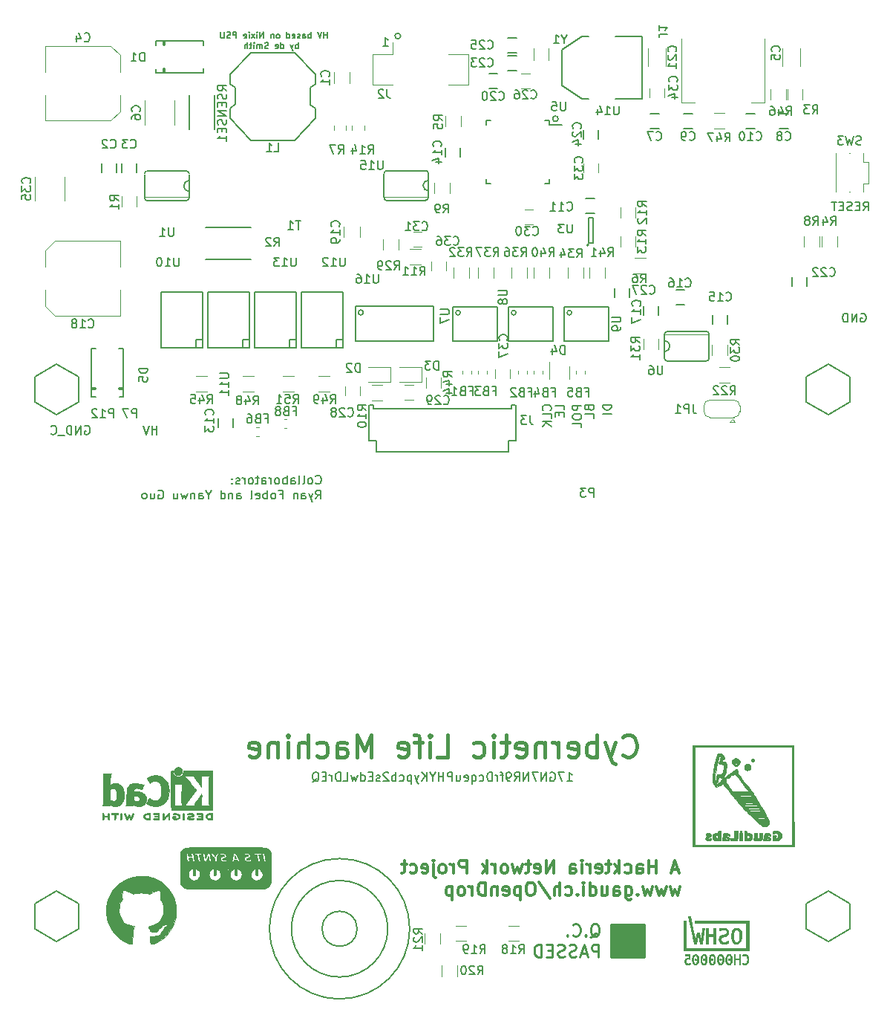
<source format=gbr>
G04 #@! TF.GenerationSoftware,KiCad,Pcbnew,5.1.5+dfsg1-2build2*
G04 #@! TF.CreationDate,2022-03-25T09:21:37+01:00*
G04 #@! TF.ProjectId,OpenDropV4,4f70656e-4472-46f7-9056-342e6b696361,rev?*
G04 #@! TF.SameCoordinates,Original*
G04 #@! TF.FileFunction,Legend,Bot*
G04 #@! TF.FilePolarity,Positive*
%FSLAX46Y46*%
G04 Gerber Fmt 4.6, Leading zero omitted, Abs format (unit mm)*
G04 Created by KiCad (PCBNEW 5.1.5+dfsg1-2build2) date 2022-03-25 09:21:37*
%MOMM*%
%LPD*%
G04 APERTURE LIST*
%ADD10C,0.200000*%
%ADD11C,0.250000*%
%ADD12C,0.150000*%
%ADD13C,0.400000*%
%ADD14C,0.300000*%
%ADD15C,0.120000*%
%ADD16C,0.076200*%
%ADD17C,0.152400*%
%ADD18C,0.010000*%
%ADD19C,0.254000*%
G04 APERTURE END LIST*
D10*
X112307142Y-76374761D02*
X112354761Y-76327142D01*
X112402380Y-76184285D01*
X112402380Y-76089047D01*
X112354761Y-75946190D01*
X112259523Y-75850952D01*
X112164285Y-75803333D01*
X111973809Y-75755714D01*
X111830952Y-75755714D01*
X111640476Y-75803333D01*
X111545238Y-75850952D01*
X111450000Y-75946190D01*
X111402380Y-76089047D01*
X111402380Y-76184285D01*
X111450000Y-76327142D01*
X111497619Y-76374761D01*
X112402380Y-77279523D02*
X112402380Y-76803333D01*
X111402380Y-76803333D01*
X112402380Y-77612857D02*
X111402380Y-77612857D01*
X112402380Y-78184285D02*
X111830952Y-77755714D01*
X111402380Y-78184285D02*
X111973809Y-77612857D01*
D11*
X116858833Y-136421666D02*
X116992166Y-136355000D01*
X117125500Y-136221666D01*
X117325500Y-136021666D01*
X117458833Y-135955000D01*
X117592166Y-135955000D01*
X117525500Y-136288333D02*
X117658833Y-136221666D01*
X117792166Y-136088333D01*
X117858833Y-135821666D01*
X117858833Y-135355000D01*
X117792166Y-135088333D01*
X117658833Y-134955000D01*
X117525500Y-134888333D01*
X117258833Y-134888333D01*
X117125500Y-134955000D01*
X116992166Y-135088333D01*
X116925500Y-135355000D01*
X116925500Y-135821666D01*
X116992166Y-136088333D01*
X117125500Y-136221666D01*
X117258833Y-136288333D01*
X117525500Y-136288333D01*
X116325500Y-136155000D02*
X116258833Y-136221666D01*
X116325500Y-136288333D01*
X116392166Y-136221666D01*
X116325500Y-136155000D01*
X116325500Y-136288333D01*
X114858833Y-136155000D02*
X114925500Y-136221666D01*
X115125500Y-136288333D01*
X115258833Y-136288333D01*
X115458833Y-136221666D01*
X115592166Y-136088333D01*
X115658833Y-135955000D01*
X115725500Y-135688333D01*
X115725500Y-135488333D01*
X115658833Y-135221666D01*
X115592166Y-135088333D01*
X115458833Y-134955000D01*
X115258833Y-134888333D01*
X115125500Y-134888333D01*
X114925500Y-134955000D01*
X114858833Y-135021666D01*
X114258833Y-136155000D02*
X114192166Y-136221666D01*
X114258833Y-136288333D01*
X114325500Y-136221666D01*
X114258833Y-136155000D01*
X114258833Y-136288333D01*
X117792166Y-138638333D02*
X117792166Y-137238333D01*
X117258833Y-137238333D01*
X117125500Y-137305000D01*
X117058833Y-137371666D01*
X116992166Y-137505000D01*
X116992166Y-137705000D01*
X117058833Y-137838333D01*
X117125500Y-137905000D01*
X117258833Y-137971666D01*
X117792166Y-137971666D01*
X116458833Y-138238333D02*
X115792166Y-138238333D01*
X116592166Y-138638333D02*
X116125500Y-137238333D01*
X115658833Y-138638333D01*
X115258833Y-138571666D02*
X115058833Y-138638333D01*
X114725500Y-138638333D01*
X114592166Y-138571666D01*
X114525500Y-138505000D01*
X114458833Y-138371666D01*
X114458833Y-138238333D01*
X114525500Y-138105000D01*
X114592166Y-138038333D01*
X114725500Y-137971666D01*
X114992166Y-137905000D01*
X115125500Y-137838333D01*
X115192166Y-137771666D01*
X115258833Y-137638333D01*
X115258833Y-137505000D01*
X115192166Y-137371666D01*
X115125500Y-137305000D01*
X114992166Y-137238333D01*
X114658833Y-137238333D01*
X114458833Y-137305000D01*
X113925500Y-138571666D02*
X113725500Y-138638333D01*
X113392166Y-138638333D01*
X113258833Y-138571666D01*
X113192166Y-138505000D01*
X113125500Y-138371666D01*
X113125500Y-138238333D01*
X113192166Y-138105000D01*
X113258833Y-138038333D01*
X113392166Y-137971666D01*
X113658833Y-137905000D01*
X113792166Y-137838333D01*
X113858833Y-137771666D01*
X113925500Y-137638333D01*
X113925500Y-137505000D01*
X113858833Y-137371666D01*
X113792166Y-137305000D01*
X113658833Y-137238333D01*
X113325500Y-137238333D01*
X113125500Y-137305000D01*
X112525500Y-137905000D02*
X112058833Y-137905000D01*
X111858833Y-138638333D02*
X112525500Y-138638333D01*
X112525500Y-137238333D01*
X111858833Y-137238333D01*
X111258833Y-138638333D02*
X111258833Y-137238333D01*
X110925500Y-137238333D01*
X110725500Y-137305000D01*
X110592166Y-137438333D01*
X110525500Y-137571666D01*
X110458833Y-137838333D01*
X110458833Y-138038333D01*
X110525500Y-138305000D01*
X110592166Y-138438333D01*
X110725500Y-138571666D01*
X110925500Y-138638333D01*
X111258833Y-138638333D01*
D12*
X148010380Y-53624380D02*
X148343714Y-53148190D01*
X148581809Y-53624380D02*
X148581809Y-52624380D01*
X148200857Y-52624380D01*
X148105619Y-52672000D01*
X148058000Y-52719619D01*
X148010380Y-52814857D01*
X148010380Y-52957714D01*
X148058000Y-53052952D01*
X148105619Y-53100571D01*
X148200857Y-53148190D01*
X148581809Y-53148190D01*
X147581809Y-53100571D02*
X147248476Y-53100571D01*
X147105619Y-53624380D02*
X147581809Y-53624380D01*
X147581809Y-52624380D01*
X147105619Y-52624380D01*
X146724666Y-53576761D02*
X146581809Y-53624380D01*
X146343714Y-53624380D01*
X146248476Y-53576761D01*
X146200857Y-53529142D01*
X146153238Y-53433904D01*
X146153238Y-53338666D01*
X146200857Y-53243428D01*
X146248476Y-53195809D01*
X146343714Y-53148190D01*
X146534190Y-53100571D01*
X146629428Y-53052952D01*
X146677047Y-53005333D01*
X146724666Y-52910095D01*
X146724666Y-52814857D01*
X146677047Y-52719619D01*
X146629428Y-52672000D01*
X146534190Y-52624380D01*
X146296095Y-52624380D01*
X146153238Y-52672000D01*
X145724666Y-53100571D02*
X145391333Y-53100571D01*
X145248476Y-53624380D02*
X145724666Y-53624380D01*
X145724666Y-52624380D01*
X145248476Y-52624380D01*
X144962761Y-52624380D02*
X144391333Y-52624380D01*
X144677047Y-53624380D02*
X144677047Y-52624380D01*
D10*
X67440285Y-79116380D02*
X67440285Y-78116380D01*
X67440285Y-78592571D02*
X66868857Y-78592571D01*
X66868857Y-79116380D02*
X66868857Y-78116380D01*
X66535523Y-78116380D02*
X66202190Y-79116380D01*
X65868857Y-78116380D01*
X59224857Y-78164000D02*
X59320095Y-78116380D01*
X59462952Y-78116380D01*
X59605809Y-78164000D01*
X59701047Y-78259238D01*
X59748666Y-78354476D01*
X59796285Y-78544952D01*
X59796285Y-78687809D01*
X59748666Y-78878285D01*
X59701047Y-78973523D01*
X59605809Y-79068761D01*
X59462952Y-79116380D01*
X59367714Y-79116380D01*
X59224857Y-79068761D01*
X59177238Y-79021142D01*
X59177238Y-78687809D01*
X59367714Y-78687809D01*
X58748666Y-79116380D02*
X58748666Y-78116380D01*
X58177238Y-79116380D01*
X58177238Y-78116380D01*
X57701047Y-79116380D02*
X57701047Y-78116380D01*
X57462952Y-78116380D01*
X57320095Y-78164000D01*
X57224857Y-78259238D01*
X57177238Y-78354476D01*
X57129619Y-78544952D01*
X57129619Y-78687809D01*
X57177238Y-78878285D01*
X57224857Y-78973523D01*
X57320095Y-79068761D01*
X57462952Y-79116380D01*
X57701047Y-79116380D01*
X56939142Y-79211619D02*
X56177238Y-79211619D01*
X55367714Y-79021142D02*
X55415333Y-79068761D01*
X55558190Y-79116380D01*
X55653428Y-79116380D01*
X55796285Y-79068761D01*
X55891523Y-78973523D01*
X55939142Y-78878285D01*
X55986761Y-78687809D01*
X55986761Y-78544952D01*
X55939142Y-78354476D01*
X55891523Y-78259238D01*
X55796285Y-78164000D01*
X55653428Y-78116380D01*
X55558190Y-78116380D01*
X55415333Y-78164000D01*
X55367714Y-78211619D01*
X113842380Y-76287142D02*
X113842380Y-75810952D01*
X112842380Y-75810952D01*
X113318571Y-76620476D02*
X113318571Y-76953809D01*
X113842380Y-77096666D02*
X113842380Y-76620476D01*
X112842380Y-76620476D01*
X112842380Y-77096666D01*
X115850380Y-75818523D02*
X114850380Y-75818523D01*
X114850380Y-76199476D01*
X114898000Y-76294714D01*
X114945619Y-76342333D01*
X115040857Y-76389952D01*
X115183714Y-76389952D01*
X115278952Y-76342333D01*
X115326571Y-76294714D01*
X115374190Y-76199476D01*
X115374190Y-75818523D01*
X114850380Y-77009000D02*
X114850380Y-77199476D01*
X114898000Y-77294714D01*
X114993238Y-77389952D01*
X115183714Y-77437571D01*
X115517047Y-77437571D01*
X115707523Y-77389952D01*
X115802761Y-77294714D01*
X115850380Y-77199476D01*
X115850380Y-77009000D01*
X115802761Y-76913761D01*
X115707523Y-76818523D01*
X115517047Y-76770904D01*
X115183714Y-76770904D01*
X114993238Y-76818523D01*
X114898000Y-76913761D01*
X114850380Y-77009000D01*
X115850380Y-78342333D02*
X115850380Y-77866142D01*
X114850380Y-77866142D01*
X116708571Y-76116666D02*
X116756190Y-76259523D01*
X116803809Y-76307142D01*
X116899047Y-76354761D01*
X117041904Y-76354761D01*
X117137142Y-76307142D01*
X117184761Y-76259523D01*
X117232380Y-76164285D01*
X117232380Y-75783333D01*
X116232380Y-75783333D01*
X116232380Y-76116666D01*
X116280000Y-76211904D01*
X116327619Y-76259523D01*
X116422857Y-76307142D01*
X116518095Y-76307142D01*
X116613333Y-76259523D01*
X116660952Y-76211904D01*
X116708571Y-76116666D01*
X116708571Y-75783333D01*
X117232380Y-77259523D02*
X117232380Y-76783333D01*
X116232380Y-76783333D01*
X119279380Y-75747000D02*
X118279380Y-75747000D01*
X118279380Y-75985095D01*
X118327000Y-76127952D01*
X118422238Y-76223190D01*
X118517476Y-76270809D01*
X118707952Y-76318428D01*
X118850809Y-76318428D01*
X119041285Y-76270809D01*
X119136523Y-76223190D01*
X119231761Y-76127952D01*
X119279380Y-75985095D01*
X119279380Y-75747000D01*
X119279380Y-76747000D02*
X118279380Y-76747000D01*
X147736904Y-65372000D02*
X147832142Y-65324380D01*
X147975000Y-65324380D01*
X148117857Y-65372000D01*
X148213095Y-65467238D01*
X148260714Y-65562476D01*
X148308333Y-65752952D01*
X148308333Y-65895809D01*
X148260714Y-66086285D01*
X148213095Y-66181523D01*
X148117857Y-66276761D01*
X147975000Y-66324380D01*
X147879761Y-66324380D01*
X147736904Y-66276761D01*
X147689285Y-66229142D01*
X147689285Y-65895809D01*
X147879761Y-65895809D01*
X147260714Y-66324380D02*
X147260714Y-65324380D01*
X146689285Y-66324380D01*
X146689285Y-65324380D01*
X146213095Y-66324380D02*
X146213095Y-65324380D01*
X145975000Y-65324380D01*
X145832142Y-65372000D01*
X145736904Y-65467238D01*
X145689285Y-65562476D01*
X145641666Y-65752952D01*
X145641666Y-65895809D01*
X145689285Y-66086285D01*
X145736904Y-66181523D01*
X145832142Y-66276761D01*
X145975000Y-66324380D01*
X146213095Y-66324380D01*
D12*
X114214285Y-118613380D02*
X114785714Y-118613380D01*
X114500000Y-118613380D02*
X114500000Y-117613380D01*
X114595238Y-117756238D01*
X114690476Y-117851476D01*
X114785714Y-117899095D01*
X113880952Y-117613380D02*
X113214285Y-117613380D01*
X113642857Y-118613380D01*
X112309523Y-117661000D02*
X112404761Y-117613380D01*
X112547619Y-117613380D01*
X112690476Y-117661000D01*
X112785714Y-117756238D01*
X112833333Y-117851476D01*
X112880952Y-118041952D01*
X112880952Y-118184809D01*
X112833333Y-118375285D01*
X112785714Y-118470523D01*
X112690476Y-118565761D01*
X112547619Y-118613380D01*
X112452380Y-118613380D01*
X112309523Y-118565761D01*
X112261904Y-118518142D01*
X112261904Y-118184809D01*
X112452380Y-118184809D01*
X111833333Y-118613380D02*
X111833333Y-117613380D01*
X111261904Y-118613380D01*
X111261904Y-117613380D01*
X110880952Y-117613380D02*
X110214285Y-117613380D01*
X110642857Y-118613380D01*
X109833333Y-118613380D02*
X109833333Y-117613380D01*
X109261904Y-118613380D01*
X109261904Y-117613380D01*
X108214285Y-118613380D02*
X108547619Y-118137190D01*
X108785714Y-118613380D02*
X108785714Y-117613380D01*
X108404761Y-117613380D01*
X108309523Y-117661000D01*
X108261904Y-117708619D01*
X108214285Y-117803857D01*
X108214285Y-117946714D01*
X108261904Y-118041952D01*
X108309523Y-118089571D01*
X108404761Y-118137190D01*
X108785714Y-118137190D01*
X107738095Y-118613380D02*
X107547619Y-118613380D01*
X107452380Y-118565761D01*
X107404761Y-118518142D01*
X107309523Y-118375285D01*
X107261904Y-118184809D01*
X107261904Y-117803857D01*
X107309523Y-117708619D01*
X107357142Y-117661000D01*
X107452380Y-117613380D01*
X107642857Y-117613380D01*
X107738095Y-117661000D01*
X107785714Y-117708619D01*
X107833333Y-117803857D01*
X107833333Y-118041952D01*
X107785714Y-118137190D01*
X107738095Y-118184809D01*
X107642857Y-118232428D01*
X107452380Y-118232428D01*
X107357142Y-118184809D01*
X107309523Y-118137190D01*
X107261904Y-118041952D01*
X106976190Y-117946714D02*
X106595238Y-117946714D01*
X106833333Y-118613380D02*
X106833333Y-117756238D01*
X106785714Y-117661000D01*
X106690476Y-117613380D01*
X106595238Y-117613380D01*
X106261904Y-118613380D02*
X106261904Y-117946714D01*
X106261904Y-118137190D02*
X106214285Y-118041952D01*
X106166666Y-117994333D01*
X106071428Y-117946714D01*
X105976190Y-117946714D01*
X105642857Y-118613380D02*
X105642857Y-117613380D01*
X105404761Y-117613380D01*
X105261904Y-117661000D01*
X105166666Y-117756238D01*
X105119047Y-117851476D01*
X105071428Y-118041952D01*
X105071428Y-118184809D01*
X105119047Y-118375285D01*
X105166666Y-118470523D01*
X105261904Y-118565761D01*
X105404761Y-118613380D01*
X105642857Y-118613380D01*
X104214285Y-118565761D02*
X104309523Y-118613380D01*
X104500000Y-118613380D01*
X104595238Y-118565761D01*
X104642857Y-118518142D01*
X104690476Y-118422904D01*
X104690476Y-118137190D01*
X104642857Y-118041952D01*
X104595238Y-117994333D01*
X104500000Y-117946714D01*
X104309523Y-117946714D01*
X104214285Y-117994333D01*
X103357142Y-117946714D02*
X103357142Y-118946714D01*
X103357142Y-118565761D02*
X103452380Y-118613380D01*
X103642857Y-118613380D01*
X103738095Y-118565761D01*
X103785714Y-118518142D01*
X103833333Y-118422904D01*
X103833333Y-118137190D01*
X103785714Y-118041952D01*
X103738095Y-117994333D01*
X103642857Y-117946714D01*
X103452380Y-117946714D01*
X103357142Y-117994333D01*
X102500000Y-118565761D02*
X102595238Y-118613380D01*
X102785714Y-118613380D01*
X102880952Y-118565761D01*
X102928571Y-118470523D01*
X102928571Y-118089571D01*
X102880952Y-117994333D01*
X102785714Y-117946714D01*
X102595238Y-117946714D01*
X102500000Y-117994333D01*
X102452380Y-118089571D01*
X102452380Y-118184809D01*
X102928571Y-118280047D01*
X101595238Y-117946714D02*
X101595238Y-118613380D01*
X102023809Y-117946714D02*
X102023809Y-118470523D01*
X101976190Y-118565761D01*
X101880952Y-118613380D01*
X101738095Y-118613380D01*
X101642857Y-118565761D01*
X101595238Y-118518142D01*
X101119047Y-118613380D02*
X101119047Y-117613380D01*
X100738095Y-117613380D01*
X100642857Y-117661000D01*
X100595238Y-117708619D01*
X100547619Y-117803857D01*
X100547619Y-117946714D01*
X100595238Y-118041952D01*
X100642857Y-118089571D01*
X100738095Y-118137190D01*
X101119047Y-118137190D01*
X100119047Y-118613380D02*
X100119047Y-117613380D01*
X100119047Y-118089571D02*
X99547619Y-118089571D01*
X99547619Y-118613380D02*
X99547619Y-117613380D01*
X98880952Y-118137190D02*
X98880952Y-118613380D01*
X99214285Y-117613380D02*
X98880952Y-118137190D01*
X98547619Y-117613380D01*
X98214285Y-118613380D02*
X98214285Y-117613380D01*
X97642857Y-118613380D02*
X98071428Y-118041952D01*
X97642857Y-117613380D02*
X98214285Y-118184809D01*
X97309523Y-117946714D02*
X97071428Y-118613380D01*
X96833333Y-117946714D02*
X97071428Y-118613380D01*
X97166666Y-118851476D01*
X97214285Y-118899095D01*
X97309523Y-118946714D01*
X96452380Y-117946714D02*
X96452380Y-118946714D01*
X96452380Y-117994333D02*
X96357142Y-117946714D01*
X96166666Y-117946714D01*
X96071428Y-117994333D01*
X96023809Y-118041952D01*
X95976190Y-118137190D01*
X95976190Y-118422904D01*
X96023809Y-118518142D01*
X96071428Y-118565761D01*
X96166666Y-118613380D01*
X96357142Y-118613380D01*
X96452380Y-118565761D01*
X95119047Y-118565761D02*
X95214285Y-118613380D01*
X95404761Y-118613380D01*
X95500000Y-118565761D01*
X95547619Y-118518142D01*
X95595238Y-118422904D01*
X95595238Y-118137190D01*
X95547619Y-118041952D01*
X95500000Y-117994333D01*
X95404761Y-117946714D01*
X95214285Y-117946714D01*
X95119047Y-117994333D01*
X94690476Y-118613380D02*
X94690476Y-117613380D01*
X94690476Y-117994333D02*
X94595238Y-117946714D01*
X94404761Y-117946714D01*
X94309523Y-117994333D01*
X94261904Y-118041952D01*
X94214285Y-118137190D01*
X94214285Y-118422904D01*
X94261904Y-118518142D01*
X94309523Y-118565761D01*
X94404761Y-118613380D01*
X94595238Y-118613380D01*
X94690476Y-118565761D01*
X93833333Y-117708619D02*
X93785714Y-117661000D01*
X93690476Y-117613380D01*
X93452380Y-117613380D01*
X93357142Y-117661000D01*
X93309523Y-117708619D01*
X93261904Y-117803857D01*
X93261904Y-117899095D01*
X93309523Y-118041952D01*
X93880952Y-118613380D01*
X93261904Y-118613380D01*
X92880952Y-118565761D02*
X92785714Y-118613380D01*
X92595238Y-118613380D01*
X92500000Y-118565761D01*
X92452380Y-118470523D01*
X92452380Y-118422904D01*
X92500000Y-118327666D01*
X92595238Y-118280047D01*
X92738095Y-118280047D01*
X92833333Y-118232428D01*
X92880952Y-118137190D01*
X92880952Y-118089571D01*
X92833333Y-117994333D01*
X92738095Y-117946714D01*
X92595238Y-117946714D01*
X92500000Y-117994333D01*
X92023809Y-118089571D02*
X91690476Y-118089571D01*
X91547619Y-118613380D02*
X92023809Y-118613380D01*
X92023809Y-117613380D01*
X91547619Y-117613380D01*
X90690476Y-118613380D02*
X90690476Y-117613380D01*
X90690476Y-118565761D02*
X90785714Y-118613380D01*
X90976190Y-118613380D01*
X91071428Y-118565761D01*
X91119047Y-118518142D01*
X91166666Y-118422904D01*
X91166666Y-118137190D01*
X91119047Y-118041952D01*
X91071428Y-117994333D01*
X90976190Y-117946714D01*
X90785714Y-117946714D01*
X90690476Y-117994333D01*
X90309523Y-117946714D02*
X90119047Y-118613380D01*
X89928571Y-118137190D01*
X89738095Y-118613380D01*
X89547619Y-117946714D01*
X88690476Y-118613380D02*
X89166666Y-118613380D01*
X89166666Y-117613380D01*
X88357142Y-118613380D02*
X88357142Y-117613380D01*
X88119047Y-117613380D01*
X87976190Y-117661000D01*
X87880952Y-117756238D01*
X87833333Y-117851476D01*
X87785714Y-118041952D01*
X87785714Y-118184809D01*
X87833333Y-118375285D01*
X87880952Y-118470523D01*
X87976190Y-118565761D01*
X88119047Y-118613380D01*
X88357142Y-118613380D01*
X87357142Y-118613380D02*
X87357142Y-117946714D01*
X87357142Y-118137190D02*
X87309523Y-118041952D01*
X87261904Y-117994333D01*
X87166666Y-117946714D01*
X87071428Y-117946714D01*
X86738095Y-118089571D02*
X86404761Y-118089571D01*
X86261904Y-118613380D02*
X86738095Y-118613380D01*
X86738095Y-117613380D01*
X86261904Y-117613380D01*
X85166666Y-118708619D02*
X85261904Y-118661000D01*
X85357142Y-118565761D01*
X85500000Y-118422904D01*
X85595238Y-118375285D01*
X85690476Y-118375285D01*
X85642857Y-118613380D02*
X85738095Y-118565761D01*
X85833333Y-118470523D01*
X85880952Y-118280047D01*
X85880952Y-117946714D01*
X85833333Y-117756238D01*
X85738095Y-117661000D01*
X85642857Y-117613380D01*
X85452380Y-117613380D01*
X85357142Y-117661000D01*
X85261904Y-117756238D01*
X85214285Y-117946714D01*
X85214285Y-118280047D01*
X85261904Y-118470523D01*
X85357142Y-118565761D01*
X85452380Y-118613380D01*
X85642857Y-118613380D01*
D13*
X120595238Y-115624857D02*
X120714285Y-115743904D01*
X121071428Y-115862952D01*
X121309523Y-115862952D01*
X121666666Y-115743904D01*
X121904761Y-115505809D01*
X122023809Y-115267714D01*
X122142857Y-114791523D01*
X122142857Y-114434380D01*
X122023809Y-113958190D01*
X121904761Y-113720095D01*
X121666666Y-113482000D01*
X121309523Y-113362952D01*
X121071428Y-113362952D01*
X120714285Y-113482000D01*
X120595238Y-113601047D01*
X119761904Y-114196285D02*
X119166666Y-115862952D01*
X118571428Y-114196285D02*
X119166666Y-115862952D01*
X119404761Y-116458190D01*
X119523809Y-116577238D01*
X119761904Y-116696285D01*
X117619047Y-115862952D02*
X117619047Y-113362952D01*
X117619047Y-114315333D02*
X117380952Y-114196285D01*
X116904761Y-114196285D01*
X116666666Y-114315333D01*
X116547619Y-114434380D01*
X116428571Y-114672476D01*
X116428571Y-115386761D01*
X116547619Y-115624857D01*
X116666666Y-115743904D01*
X116904761Y-115862952D01*
X117380952Y-115862952D01*
X117619047Y-115743904D01*
X114404761Y-115743904D02*
X114642857Y-115862952D01*
X115119047Y-115862952D01*
X115357142Y-115743904D01*
X115476190Y-115505809D01*
X115476190Y-114553428D01*
X115357142Y-114315333D01*
X115119047Y-114196285D01*
X114642857Y-114196285D01*
X114404761Y-114315333D01*
X114285714Y-114553428D01*
X114285714Y-114791523D01*
X115476190Y-115029619D01*
X113214285Y-115862952D02*
X113214285Y-114196285D01*
X113214285Y-114672476D02*
X113095238Y-114434380D01*
X112976190Y-114315333D01*
X112738095Y-114196285D01*
X112500000Y-114196285D01*
X111666666Y-114196285D02*
X111666666Y-115862952D01*
X111666666Y-114434380D02*
X111547619Y-114315333D01*
X111309523Y-114196285D01*
X110952380Y-114196285D01*
X110714285Y-114315333D01*
X110595238Y-114553428D01*
X110595238Y-115862952D01*
X108452380Y-115743904D02*
X108690476Y-115862952D01*
X109166666Y-115862952D01*
X109404761Y-115743904D01*
X109523809Y-115505809D01*
X109523809Y-114553428D01*
X109404761Y-114315333D01*
X109166666Y-114196285D01*
X108690476Y-114196285D01*
X108452380Y-114315333D01*
X108333333Y-114553428D01*
X108333333Y-114791523D01*
X109523809Y-115029619D01*
X107619047Y-114196285D02*
X106666666Y-114196285D01*
X107261904Y-113362952D02*
X107261904Y-115505809D01*
X107142857Y-115743904D01*
X106904761Y-115862952D01*
X106666666Y-115862952D01*
X105833333Y-115862952D02*
X105833333Y-114196285D01*
X105833333Y-113362952D02*
X105952380Y-113482000D01*
X105833333Y-113601047D01*
X105714285Y-113482000D01*
X105833333Y-113362952D01*
X105833333Y-113601047D01*
X103571428Y-115743904D02*
X103809523Y-115862952D01*
X104285714Y-115862952D01*
X104523809Y-115743904D01*
X104642857Y-115624857D01*
X104761904Y-115386761D01*
X104761904Y-114672476D01*
X104642857Y-114434380D01*
X104523809Y-114315333D01*
X104285714Y-114196285D01*
X103809523Y-114196285D01*
X103571428Y-114315333D01*
X99404761Y-115862952D02*
X100595238Y-115862952D01*
X100595238Y-113362952D01*
X98571428Y-115862952D02*
X98571428Y-114196285D01*
X98571428Y-113362952D02*
X98690476Y-113482000D01*
X98571428Y-113601047D01*
X98452380Y-113482000D01*
X98571428Y-113362952D01*
X98571428Y-113601047D01*
X97738095Y-114196285D02*
X96785714Y-114196285D01*
X97380952Y-115862952D02*
X97380952Y-113720095D01*
X97261904Y-113482000D01*
X97023809Y-113362952D01*
X96785714Y-113362952D01*
X95000000Y-115743904D02*
X95238095Y-115862952D01*
X95714285Y-115862952D01*
X95952380Y-115743904D01*
X96071428Y-115505809D01*
X96071428Y-114553428D01*
X95952380Y-114315333D01*
X95714285Y-114196285D01*
X95238095Y-114196285D01*
X95000000Y-114315333D01*
X94880952Y-114553428D01*
X94880952Y-114791523D01*
X96071428Y-115029619D01*
X91904761Y-115862952D02*
X91904761Y-113362952D01*
X91071428Y-115148666D01*
X90238095Y-113362952D01*
X90238095Y-115862952D01*
X87976190Y-115862952D02*
X87976190Y-114553428D01*
X88095238Y-114315333D01*
X88333333Y-114196285D01*
X88809523Y-114196285D01*
X89047619Y-114315333D01*
X87976190Y-115743904D02*
X88214285Y-115862952D01*
X88809523Y-115862952D01*
X89047619Y-115743904D01*
X89166666Y-115505809D01*
X89166666Y-115267714D01*
X89047619Y-115029619D01*
X88809523Y-114910571D01*
X88214285Y-114910571D01*
X87976190Y-114791523D01*
X85714285Y-115743904D02*
X85952380Y-115862952D01*
X86428571Y-115862952D01*
X86666666Y-115743904D01*
X86785714Y-115624857D01*
X86904761Y-115386761D01*
X86904761Y-114672476D01*
X86785714Y-114434380D01*
X86666666Y-114315333D01*
X86428571Y-114196285D01*
X85952380Y-114196285D01*
X85714285Y-114315333D01*
X84642857Y-115862952D02*
X84642857Y-113362952D01*
X83571428Y-115862952D02*
X83571428Y-114553428D01*
X83690476Y-114315333D01*
X83928571Y-114196285D01*
X84285714Y-114196285D01*
X84523809Y-114315333D01*
X84642857Y-114434380D01*
X82380952Y-115862952D02*
X82380952Y-114196285D01*
X82380952Y-113362952D02*
X82500000Y-113482000D01*
X82380952Y-113601047D01*
X82261904Y-113482000D01*
X82380952Y-113362952D01*
X82380952Y-113601047D01*
X81190476Y-114196285D02*
X81190476Y-115862952D01*
X81190476Y-114434380D02*
X81071428Y-114315333D01*
X80833333Y-114196285D01*
X80476190Y-114196285D01*
X80238095Y-114315333D01*
X80119047Y-114553428D01*
X80119047Y-115862952D01*
X77976190Y-115743904D02*
X78214285Y-115862952D01*
X78690476Y-115862952D01*
X78928571Y-115743904D01*
X79047619Y-115505809D01*
X79047619Y-114553428D01*
X78928571Y-114315333D01*
X78690476Y-114196285D01*
X78214285Y-114196285D01*
X77976190Y-114315333D01*
X77857142Y-114553428D01*
X77857142Y-114791523D01*
X79047619Y-115029619D01*
D10*
X85547676Y-84673542D02*
X85595295Y-84721161D01*
X85738152Y-84768780D01*
X85833390Y-84768780D01*
X85976247Y-84721161D01*
X86071485Y-84625923D01*
X86119104Y-84530685D01*
X86166723Y-84340209D01*
X86166723Y-84197352D01*
X86119104Y-84006876D01*
X86071485Y-83911638D01*
X85976247Y-83816400D01*
X85833390Y-83768780D01*
X85738152Y-83768780D01*
X85595295Y-83816400D01*
X85547676Y-83864019D01*
X84976247Y-84768780D02*
X85071485Y-84721161D01*
X85119104Y-84673542D01*
X85166723Y-84578304D01*
X85166723Y-84292590D01*
X85119104Y-84197352D01*
X85071485Y-84149733D01*
X84976247Y-84102114D01*
X84833390Y-84102114D01*
X84738152Y-84149733D01*
X84690533Y-84197352D01*
X84642914Y-84292590D01*
X84642914Y-84578304D01*
X84690533Y-84673542D01*
X84738152Y-84721161D01*
X84833390Y-84768780D01*
X84976247Y-84768780D01*
X84071485Y-84768780D02*
X84166723Y-84721161D01*
X84214342Y-84625923D01*
X84214342Y-83768780D01*
X83547676Y-84768780D02*
X83642914Y-84721161D01*
X83690533Y-84625923D01*
X83690533Y-83768780D01*
X82738152Y-84768780D02*
X82738152Y-84244971D01*
X82785771Y-84149733D01*
X82881009Y-84102114D01*
X83071485Y-84102114D01*
X83166723Y-84149733D01*
X82738152Y-84721161D02*
X82833390Y-84768780D01*
X83071485Y-84768780D01*
X83166723Y-84721161D01*
X83214342Y-84625923D01*
X83214342Y-84530685D01*
X83166723Y-84435447D01*
X83071485Y-84387828D01*
X82833390Y-84387828D01*
X82738152Y-84340209D01*
X82261961Y-84768780D02*
X82261961Y-83768780D01*
X82261961Y-84149733D02*
X82166723Y-84102114D01*
X81976247Y-84102114D01*
X81881009Y-84149733D01*
X81833390Y-84197352D01*
X81785771Y-84292590D01*
X81785771Y-84578304D01*
X81833390Y-84673542D01*
X81881009Y-84721161D01*
X81976247Y-84768780D01*
X82166723Y-84768780D01*
X82261961Y-84721161D01*
X81214342Y-84768780D02*
X81309580Y-84721161D01*
X81357200Y-84673542D01*
X81404819Y-84578304D01*
X81404819Y-84292590D01*
X81357200Y-84197352D01*
X81309580Y-84149733D01*
X81214342Y-84102114D01*
X81071485Y-84102114D01*
X80976247Y-84149733D01*
X80928628Y-84197352D01*
X80881009Y-84292590D01*
X80881009Y-84578304D01*
X80928628Y-84673542D01*
X80976247Y-84721161D01*
X81071485Y-84768780D01*
X81214342Y-84768780D01*
X80452438Y-84768780D02*
X80452438Y-84102114D01*
X80452438Y-84292590D02*
X80404819Y-84197352D01*
X80357200Y-84149733D01*
X80261961Y-84102114D01*
X80166723Y-84102114D01*
X79404819Y-84768780D02*
X79404819Y-84244971D01*
X79452438Y-84149733D01*
X79547676Y-84102114D01*
X79738152Y-84102114D01*
X79833390Y-84149733D01*
X79404819Y-84721161D02*
X79500057Y-84768780D01*
X79738152Y-84768780D01*
X79833390Y-84721161D01*
X79881009Y-84625923D01*
X79881009Y-84530685D01*
X79833390Y-84435447D01*
X79738152Y-84387828D01*
X79500057Y-84387828D01*
X79404819Y-84340209D01*
X79071485Y-84102114D02*
X78690533Y-84102114D01*
X78928628Y-83768780D02*
X78928628Y-84625923D01*
X78881009Y-84721161D01*
X78785771Y-84768780D01*
X78690533Y-84768780D01*
X78214342Y-84768780D02*
X78309580Y-84721161D01*
X78357200Y-84673542D01*
X78404819Y-84578304D01*
X78404819Y-84292590D01*
X78357200Y-84197352D01*
X78309580Y-84149733D01*
X78214342Y-84102114D01*
X78071485Y-84102114D01*
X77976247Y-84149733D01*
X77928628Y-84197352D01*
X77881009Y-84292590D01*
X77881009Y-84578304D01*
X77928628Y-84673542D01*
X77976247Y-84721161D01*
X78071485Y-84768780D01*
X78214342Y-84768780D01*
X77452438Y-84768780D02*
X77452438Y-84102114D01*
X77452438Y-84292590D02*
X77404819Y-84197352D01*
X77357200Y-84149733D01*
X77261961Y-84102114D01*
X77166723Y-84102114D01*
X76881009Y-84721161D02*
X76785771Y-84768780D01*
X76595295Y-84768780D01*
X76500057Y-84721161D01*
X76452438Y-84625923D01*
X76452438Y-84578304D01*
X76500057Y-84483066D01*
X76595295Y-84435447D01*
X76738152Y-84435447D01*
X76833390Y-84387828D01*
X76881009Y-84292590D01*
X76881009Y-84244971D01*
X76833390Y-84149733D01*
X76738152Y-84102114D01*
X76595295Y-84102114D01*
X76500057Y-84149733D01*
X76023866Y-84673542D02*
X75976247Y-84721161D01*
X76023866Y-84768780D01*
X76071485Y-84721161D01*
X76023866Y-84673542D01*
X76023866Y-84768780D01*
X76023866Y-84149733D02*
X75976247Y-84197352D01*
X76023866Y-84244971D01*
X76071485Y-84197352D01*
X76023866Y-84149733D01*
X76023866Y-84244971D01*
X85547676Y-86468780D02*
X85881009Y-85992590D01*
X86119104Y-86468780D02*
X86119104Y-85468780D01*
X85738152Y-85468780D01*
X85642914Y-85516400D01*
X85595295Y-85564019D01*
X85547676Y-85659257D01*
X85547676Y-85802114D01*
X85595295Y-85897352D01*
X85642914Y-85944971D01*
X85738152Y-85992590D01*
X86119104Y-85992590D01*
X85214342Y-85802114D02*
X84976247Y-86468780D01*
X84738152Y-85802114D02*
X84976247Y-86468780D01*
X85071485Y-86706876D01*
X85119104Y-86754495D01*
X85214342Y-86802114D01*
X83928628Y-86468780D02*
X83928628Y-85944971D01*
X83976247Y-85849733D01*
X84071485Y-85802114D01*
X84261961Y-85802114D01*
X84357200Y-85849733D01*
X83928628Y-86421161D02*
X84023866Y-86468780D01*
X84261961Y-86468780D01*
X84357200Y-86421161D01*
X84404819Y-86325923D01*
X84404819Y-86230685D01*
X84357200Y-86135447D01*
X84261961Y-86087828D01*
X84023866Y-86087828D01*
X83928628Y-86040209D01*
X83452438Y-85802114D02*
X83452438Y-86468780D01*
X83452438Y-85897352D02*
X83404819Y-85849733D01*
X83309580Y-85802114D01*
X83166723Y-85802114D01*
X83071485Y-85849733D01*
X83023866Y-85944971D01*
X83023866Y-86468780D01*
X81452438Y-85944971D02*
X81785771Y-85944971D01*
X81785771Y-86468780D02*
X81785771Y-85468780D01*
X81309580Y-85468780D01*
X80785771Y-86468780D02*
X80881009Y-86421161D01*
X80928628Y-86373542D01*
X80976247Y-86278304D01*
X80976247Y-85992590D01*
X80928628Y-85897352D01*
X80881009Y-85849733D01*
X80785771Y-85802114D01*
X80642914Y-85802114D01*
X80547676Y-85849733D01*
X80500057Y-85897352D01*
X80452438Y-85992590D01*
X80452438Y-86278304D01*
X80500057Y-86373542D01*
X80547676Y-86421161D01*
X80642914Y-86468780D01*
X80785771Y-86468780D01*
X80023866Y-86468780D02*
X80023866Y-85468780D01*
X80023866Y-85849733D02*
X79928628Y-85802114D01*
X79738152Y-85802114D01*
X79642914Y-85849733D01*
X79595295Y-85897352D01*
X79547676Y-85992590D01*
X79547676Y-86278304D01*
X79595295Y-86373542D01*
X79642914Y-86421161D01*
X79738152Y-86468780D01*
X79928628Y-86468780D01*
X80023866Y-86421161D01*
X78738152Y-86421161D02*
X78833390Y-86468780D01*
X79023866Y-86468780D01*
X79119104Y-86421161D01*
X79166723Y-86325923D01*
X79166723Y-85944971D01*
X79119104Y-85849733D01*
X79023866Y-85802114D01*
X78833390Y-85802114D01*
X78738152Y-85849733D01*
X78690533Y-85944971D01*
X78690533Y-86040209D01*
X79166723Y-86135447D01*
X78119104Y-86468780D02*
X78214342Y-86421161D01*
X78261961Y-86325923D01*
X78261961Y-85468780D01*
X76547676Y-86468780D02*
X76547676Y-85944971D01*
X76595295Y-85849733D01*
X76690533Y-85802114D01*
X76881009Y-85802114D01*
X76976247Y-85849733D01*
X76547676Y-86421161D02*
X76642914Y-86468780D01*
X76881009Y-86468780D01*
X76976247Y-86421161D01*
X77023866Y-86325923D01*
X77023866Y-86230685D01*
X76976247Y-86135447D01*
X76881009Y-86087828D01*
X76642914Y-86087828D01*
X76547676Y-86040209D01*
X76071485Y-85802114D02*
X76071485Y-86468780D01*
X76071485Y-85897352D02*
X76023866Y-85849733D01*
X75928628Y-85802114D01*
X75785771Y-85802114D01*
X75690533Y-85849733D01*
X75642914Y-85944971D01*
X75642914Y-86468780D01*
X74738152Y-86468780D02*
X74738152Y-85468780D01*
X74738152Y-86421161D02*
X74833390Y-86468780D01*
X75023866Y-86468780D01*
X75119104Y-86421161D01*
X75166723Y-86373542D01*
X75214342Y-86278304D01*
X75214342Y-85992590D01*
X75166723Y-85897352D01*
X75119104Y-85849733D01*
X75023866Y-85802114D01*
X74833390Y-85802114D01*
X74738152Y-85849733D01*
X73309580Y-85992590D02*
X73309580Y-86468780D01*
X73642914Y-85468780D02*
X73309580Y-85992590D01*
X72976247Y-85468780D01*
X72214342Y-86468780D02*
X72214342Y-85944971D01*
X72261961Y-85849733D01*
X72357200Y-85802114D01*
X72547676Y-85802114D01*
X72642914Y-85849733D01*
X72214342Y-86421161D02*
X72309580Y-86468780D01*
X72547676Y-86468780D01*
X72642914Y-86421161D01*
X72690533Y-86325923D01*
X72690533Y-86230685D01*
X72642914Y-86135447D01*
X72547676Y-86087828D01*
X72309580Y-86087828D01*
X72214342Y-86040209D01*
X71738152Y-85802114D02*
X71738152Y-86468780D01*
X71738152Y-85897352D02*
X71690533Y-85849733D01*
X71595295Y-85802114D01*
X71452438Y-85802114D01*
X71357200Y-85849733D01*
X71309580Y-85944971D01*
X71309580Y-86468780D01*
X70928628Y-85802114D02*
X70738152Y-86468780D01*
X70547676Y-85992590D01*
X70357200Y-86468780D01*
X70166723Y-85802114D01*
X69357200Y-85802114D02*
X69357200Y-86468780D01*
X69785771Y-85802114D02*
X69785771Y-86325923D01*
X69738152Y-86421161D01*
X69642914Y-86468780D01*
X69500057Y-86468780D01*
X69404819Y-86421161D01*
X69357200Y-86373542D01*
X67595295Y-85516400D02*
X67690533Y-85468780D01*
X67833390Y-85468780D01*
X67976247Y-85516400D01*
X68071485Y-85611638D01*
X68119104Y-85706876D01*
X68166723Y-85897352D01*
X68166723Y-86040209D01*
X68119104Y-86230685D01*
X68071485Y-86325923D01*
X67976247Y-86421161D01*
X67833390Y-86468780D01*
X67738152Y-86468780D01*
X67595295Y-86421161D01*
X67547676Y-86373542D01*
X67547676Y-86040209D01*
X67738152Y-86040209D01*
X66690533Y-85802114D02*
X66690533Y-86468780D01*
X67119104Y-85802114D02*
X67119104Y-86325923D01*
X67071485Y-86421161D01*
X66976247Y-86468780D01*
X66833390Y-86468780D01*
X66738152Y-86421161D01*
X66690533Y-86373542D01*
X66071485Y-86468780D02*
X66166723Y-86421161D01*
X66214342Y-86373542D01*
X66261961Y-86278304D01*
X66261961Y-85992590D01*
X66214342Y-85897352D01*
X66166723Y-85849733D01*
X66071485Y-85802114D01*
X65928628Y-85802114D01*
X65833390Y-85849733D01*
X65785771Y-85897352D01*
X65738152Y-85992590D01*
X65738152Y-86278304D01*
X65785771Y-86373542D01*
X65833390Y-86421161D01*
X65928628Y-86468780D01*
X66071485Y-86468780D01*
D12*
X86851333Y-33965666D02*
X86851333Y-33265666D01*
X86851333Y-33599000D02*
X86451333Y-33599000D01*
X86451333Y-33965666D02*
X86451333Y-33265666D01*
X86218000Y-33265666D02*
X85984666Y-33965666D01*
X85751333Y-33265666D01*
X84984666Y-33965666D02*
X84984666Y-33265666D01*
X84984666Y-33532333D02*
X84918000Y-33499000D01*
X84784666Y-33499000D01*
X84718000Y-33532333D01*
X84684666Y-33565666D01*
X84651333Y-33632333D01*
X84651333Y-33832333D01*
X84684666Y-33899000D01*
X84718000Y-33932333D01*
X84784666Y-33965666D01*
X84918000Y-33965666D01*
X84984666Y-33932333D01*
X84051333Y-33965666D02*
X84051333Y-33599000D01*
X84084666Y-33532333D01*
X84151333Y-33499000D01*
X84284666Y-33499000D01*
X84351333Y-33532333D01*
X84051333Y-33932333D02*
X84118000Y-33965666D01*
X84284666Y-33965666D01*
X84351333Y-33932333D01*
X84384666Y-33865666D01*
X84384666Y-33799000D01*
X84351333Y-33732333D01*
X84284666Y-33699000D01*
X84118000Y-33699000D01*
X84051333Y-33665666D01*
X83751333Y-33932333D02*
X83684666Y-33965666D01*
X83551333Y-33965666D01*
X83484666Y-33932333D01*
X83451333Y-33865666D01*
X83451333Y-33832333D01*
X83484666Y-33765666D01*
X83551333Y-33732333D01*
X83651333Y-33732333D01*
X83718000Y-33699000D01*
X83751333Y-33632333D01*
X83751333Y-33599000D01*
X83718000Y-33532333D01*
X83651333Y-33499000D01*
X83551333Y-33499000D01*
X83484666Y-33532333D01*
X82884666Y-33932333D02*
X82951333Y-33965666D01*
X83084666Y-33965666D01*
X83151333Y-33932333D01*
X83184666Y-33865666D01*
X83184666Y-33599000D01*
X83151333Y-33532333D01*
X83084666Y-33499000D01*
X82951333Y-33499000D01*
X82884666Y-33532333D01*
X82851333Y-33599000D01*
X82851333Y-33665666D01*
X83184666Y-33732333D01*
X82251333Y-33965666D02*
X82251333Y-33265666D01*
X82251333Y-33932333D02*
X82318000Y-33965666D01*
X82451333Y-33965666D01*
X82518000Y-33932333D01*
X82551333Y-33899000D01*
X82584666Y-33832333D01*
X82584666Y-33632333D01*
X82551333Y-33565666D01*
X82518000Y-33532333D01*
X82451333Y-33499000D01*
X82318000Y-33499000D01*
X82251333Y-33532333D01*
X81284666Y-33965666D02*
X81351333Y-33932333D01*
X81384666Y-33899000D01*
X81418000Y-33832333D01*
X81418000Y-33632333D01*
X81384666Y-33565666D01*
X81351333Y-33532333D01*
X81284666Y-33499000D01*
X81184666Y-33499000D01*
X81118000Y-33532333D01*
X81084666Y-33565666D01*
X81051333Y-33632333D01*
X81051333Y-33832333D01*
X81084666Y-33899000D01*
X81118000Y-33932333D01*
X81184666Y-33965666D01*
X81284666Y-33965666D01*
X80751333Y-33499000D02*
X80751333Y-33965666D01*
X80751333Y-33565666D02*
X80718000Y-33532333D01*
X80651333Y-33499000D01*
X80551333Y-33499000D01*
X80484666Y-33532333D01*
X80451333Y-33599000D01*
X80451333Y-33965666D01*
X79584666Y-33965666D02*
X79584666Y-33265666D01*
X79184666Y-33965666D01*
X79184666Y-33265666D01*
X78851333Y-33965666D02*
X78851333Y-33499000D01*
X78851333Y-33265666D02*
X78884666Y-33299000D01*
X78851333Y-33332333D01*
X78818000Y-33299000D01*
X78851333Y-33265666D01*
X78851333Y-33332333D01*
X78584666Y-33965666D02*
X78218000Y-33499000D01*
X78584666Y-33499000D02*
X78218000Y-33965666D01*
X77951333Y-33965666D02*
X77951333Y-33499000D01*
X77951333Y-33265666D02*
X77984666Y-33299000D01*
X77951333Y-33332333D01*
X77918000Y-33299000D01*
X77951333Y-33265666D01*
X77951333Y-33332333D01*
X77351333Y-33932333D02*
X77418000Y-33965666D01*
X77551333Y-33965666D01*
X77618000Y-33932333D01*
X77651333Y-33865666D01*
X77651333Y-33599000D01*
X77618000Y-33532333D01*
X77551333Y-33499000D01*
X77418000Y-33499000D01*
X77351333Y-33532333D01*
X77318000Y-33599000D01*
X77318000Y-33665666D01*
X77651333Y-33732333D01*
X76484666Y-33965666D02*
X76484666Y-33265666D01*
X76218000Y-33265666D01*
X76151333Y-33299000D01*
X76118000Y-33332333D01*
X76084666Y-33399000D01*
X76084666Y-33499000D01*
X76118000Y-33565666D01*
X76151333Y-33599000D01*
X76218000Y-33632333D01*
X76484666Y-33632333D01*
X75818000Y-33932333D02*
X75718000Y-33965666D01*
X75551333Y-33965666D01*
X75484666Y-33932333D01*
X75451333Y-33899000D01*
X75418000Y-33832333D01*
X75418000Y-33765666D01*
X75451333Y-33699000D01*
X75484666Y-33665666D01*
X75551333Y-33632333D01*
X75684666Y-33599000D01*
X75751333Y-33565666D01*
X75784666Y-33532333D01*
X75818000Y-33465666D01*
X75818000Y-33399000D01*
X75784666Y-33332333D01*
X75751333Y-33299000D01*
X75684666Y-33265666D01*
X75518000Y-33265666D01*
X75418000Y-33299000D01*
X75118000Y-33265666D02*
X75118000Y-33832333D01*
X75084666Y-33899000D01*
X75051333Y-33932333D01*
X74984666Y-33965666D01*
X74851333Y-33965666D01*
X74784666Y-33932333D01*
X74751333Y-33899000D01*
X74718000Y-33832333D01*
X74718000Y-33265666D01*
X83568000Y-35165666D02*
X83568000Y-34465666D01*
X83568000Y-34732333D02*
X83501333Y-34699000D01*
X83368000Y-34699000D01*
X83301333Y-34732333D01*
X83268000Y-34765666D01*
X83234666Y-34832333D01*
X83234666Y-35032333D01*
X83268000Y-35099000D01*
X83301333Y-35132333D01*
X83368000Y-35165666D01*
X83501333Y-35165666D01*
X83568000Y-35132333D01*
X83001333Y-34699000D02*
X82834666Y-35165666D01*
X82668000Y-34699000D02*
X82834666Y-35165666D01*
X82901333Y-35332333D01*
X82934666Y-35365666D01*
X83001333Y-35399000D01*
X81568000Y-35165666D02*
X81568000Y-34465666D01*
X81568000Y-35132333D02*
X81634666Y-35165666D01*
X81768000Y-35165666D01*
X81834666Y-35132333D01*
X81868000Y-35099000D01*
X81901333Y-35032333D01*
X81901333Y-34832333D01*
X81868000Y-34765666D01*
X81834666Y-34732333D01*
X81768000Y-34699000D01*
X81634666Y-34699000D01*
X81568000Y-34732333D01*
X80968000Y-35132333D02*
X81034666Y-35165666D01*
X81168000Y-35165666D01*
X81234666Y-35132333D01*
X81268000Y-35065666D01*
X81268000Y-34799000D01*
X81234666Y-34732333D01*
X81168000Y-34699000D01*
X81034666Y-34699000D01*
X80968000Y-34732333D01*
X80934666Y-34799000D01*
X80934666Y-34865666D01*
X81268000Y-34932333D01*
X80134666Y-35132333D02*
X80034666Y-35165666D01*
X79868000Y-35165666D01*
X79801333Y-35132333D01*
X79768000Y-35099000D01*
X79734666Y-35032333D01*
X79734666Y-34965666D01*
X79768000Y-34899000D01*
X79801333Y-34865666D01*
X79868000Y-34832333D01*
X80001333Y-34799000D01*
X80068000Y-34765666D01*
X80101333Y-34732333D01*
X80134666Y-34665666D01*
X80134666Y-34599000D01*
X80101333Y-34532333D01*
X80068000Y-34499000D01*
X80001333Y-34465666D01*
X79834666Y-34465666D01*
X79734666Y-34499000D01*
X79434666Y-35165666D02*
X79434666Y-34699000D01*
X79434666Y-34765666D02*
X79401333Y-34732333D01*
X79334666Y-34699000D01*
X79234666Y-34699000D01*
X79168000Y-34732333D01*
X79134666Y-34799000D01*
X79134666Y-35165666D01*
X79134666Y-34799000D02*
X79101333Y-34732333D01*
X79034666Y-34699000D01*
X78934666Y-34699000D01*
X78868000Y-34732333D01*
X78834666Y-34799000D01*
X78834666Y-35165666D01*
X78501333Y-35165666D02*
X78501333Y-34699000D01*
X78501333Y-34465666D02*
X78534666Y-34499000D01*
X78501333Y-34532333D01*
X78468000Y-34499000D01*
X78501333Y-34465666D01*
X78501333Y-34532333D01*
X78268000Y-34699000D02*
X78001333Y-34699000D01*
X78168000Y-34465666D02*
X78168000Y-35065666D01*
X78134666Y-35132333D01*
X78068000Y-35165666D01*
X78001333Y-35165666D01*
X77768000Y-35165666D02*
X77768000Y-34465666D01*
X77468000Y-35165666D02*
X77468000Y-34799000D01*
X77501333Y-34732333D01*
X77568000Y-34699000D01*
X77668000Y-34699000D01*
X77734666Y-34732333D01*
X77768000Y-34765666D01*
D14*
X126890285Y-128698000D02*
X126176000Y-128698000D01*
X127033142Y-129126571D02*
X126533142Y-127626571D01*
X126033142Y-129126571D01*
X124390285Y-129126571D02*
X124390285Y-127626571D01*
X124390285Y-128340857D02*
X123533142Y-128340857D01*
X123533142Y-129126571D02*
X123533142Y-127626571D01*
X122176000Y-129126571D02*
X122176000Y-128340857D01*
X122247428Y-128198000D01*
X122390285Y-128126571D01*
X122676000Y-128126571D01*
X122818857Y-128198000D01*
X122176000Y-129055142D02*
X122318857Y-129126571D01*
X122676000Y-129126571D01*
X122818857Y-129055142D01*
X122890285Y-128912285D01*
X122890285Y-128769428D01*
X122818857Y-128626571D01*
X122676000Y-128555142D01*
X122318857Y-128555142D01*
X122176000Y-128483714D01*
X120818857Y-129055142D02*
X120961714Y-129126571D01*
X121247428Y-129126571D01*
X121390285Y-129055142D01*
X121461714Y-128983714D01*
X121533142Y-128840857D01*
X121533142Y-128412285D01*
X121461714Y-128269428D01*
X121390285Y-128198000D01*
X121247428Y-128126571D01*
X120961714Y-128126571D01*
X120818857Y-128198000D01*
X120176000Y-129126571D02*
X120176000Y-127626571D01*
X120033142Y-128555142D02*
X119604571Y-129126571D01*
X119604571Y-128126571D02*
X120176000Y-128698000D01*
X119176000Y-128126571D02*
X118604571Y-128126571D01*
X118961714Y-127626571D02*
X118961714Y-128912285D01*
X118890285Y-129055142D01*
X118747428Y-129126571D01*
X118604571Y-129126571D01*
X117533142Y-129055142D02*
X117676000Y-129126571D01*
X117961714Y-129126571D01*
X118104571Y-129055142D01*
X118176000Y-128912285D01*
X118176000Y-128340857D01*
X118104571Y-128198000D01*
X117961714Y-128126571D01*
X117676000Y-128126571D01*
X117533142Y-128198000D01*
X117461714Y-128340857D01*
X117461714Y-128483714D01*
X118176000Y-128626571D01*
X116818857Y-129126571D02*
X116818857Y-128126571D01*
X116818857Y-128412285D02*
X116747428Y-128269428D01*
X116676000Y-128198000D01*
X116533142Y-128126571D01*
X116390285Y-128126571D01*
X115890285Y-129126571D02*
X115890285Y-128126571D01*
X115890285Y-127626571D02*
X115961714Y-127698000D01*
X115890285Y-127769428D01*
X115818857Y-127698000D01*
X115890285Y-127626571D01*
X115890285Y-127769428D01*
X114533142Y-129126571D02*
X114533142Y-128340857D01*
X114604571Y-128198000D01*
X114747428Y-128126571D01*
X115033142Y-128126571D01*
X115176000Y-128198000D01*
X114533142Y-129055142D02*
X114676000Y-129126571D01*
X115033142Y-129126571D01*
X115176000Y-129055142D01*
X115247428Y-128912285D01*
X115247428Y-128769428D01*
X115176000Y-128626571D01*
X115033142Y-128555142D01*
X114676000Y-128555142D01*
X114533142Y-128483714D01*
X112676000Y-129126571D02*
X112676000Y-127626571D01*
X111818857Y-129126571D01*
X111818857Y-127626571D01*
X110533142Y-129055142D02*
X110676000Y-129126571D01*
X110961714Y-129126571D01*
X111104571Y-129055142D01*
X111176000Y-128912285D01*
X111176000Y-128340857D01*
X111104571Y-128198000D01*
X110961714Y-128126571D01*
X110676000Y-128126571D01*
X110533142Y-128198000D01*
X110461714Y-128340857D01*
X110461714Y-128483714D01*
X111176000Y-128626571D01*
X110033142Y-128126571D02*
X109461714Y-128126571D01*
X109818857Y-127626571D02*
X109818857Y-128912285D01*
X109747428Y-129055142D01*
X109604571Y-129126571D01*
X109461714Y-129126571D01*
X109104571Y-128126571D02*
X108818857Y-129126571D01*
X108533142Y-128412285D01*
X108247428Y-129126571D01*
X107961714Y-128126571D01*
X107176000Y-129126571D02*
X107318857Y-129055142D01*
X107390285Y-128983714D01*
X107461714Y-128840857D01*
X107461714Y-128412285D01*
X107390285Y-128269428D01*
X107318857Y-128198000D01*
X107176000Y-128126571D01*
X106961714Y-128126571D01*
X106818857Y-128198000D01*
X106747428Y-128269428D01*
X106676000Y-128412285D01*
X106676000Y-128840857D01*
X106747428Y-128983714D01*
X106818857Y-129055142D01*
X106961714Y-129126571D01*
X107176000Y-129126571D01*
X106033142Y-129126571D02*
X106033142Y-128126571D01*
X106033142Y-128412285D02*
X105961714Y-128269428D01*
X105890285Y-128198000D01*
X105747428Y-128126571D01*
X105604571Y-128126571D01*
X105104571Y-129126571D02*
X105104571Y-127626571D01*
X104961714Y-128555142D02*
X104533142Y-129126571D01*
X104533142Y-128126571D02*
X105104571Y-128698000D01*
X102747428Y-129126571D02*
X102747428Y-127626571D01*
X102176000Y-127626571D01*
X102033142Y-127698000D01*
X101961714Y-127769428D01*
X101890285Y-127912285D01*
X101890285Y-128126571D01*
X101961714Y-128269428D01*
X102033142Y-128340857D01*
X102176000Y-128412285D01*
X102747428Y-128412285D01*
X101247428Y-129126571D02*
X101247428Y-128126571D01*
X101247428Y-128412285D02*
X101176000Y-128269428D01*
X101104571Y-128198000D01*
X100961714Y-128126571D01*
X100818857Y-128126571D01*
X100104571Y-129126571D02*
X100247428Y-129055142D01*
X100318857Y-128983714D01*
X100390285Y-128840857D01*
X100390285Y-128412285D01*
X100318857Y-128269428D01*
X100247428Y-128198000D01*
X100104571Y-128126571D01*
X99890285Y-128126571D01*
X99747428Y-128198000D01*
X99676000Y-128269428D01*
X99604571Y-128412285D01*
X99604571Y-128840857D01*
X99676000Y-128983714D01*
X99747428Y-129055142D01*
X99890285Y-129126571D01*
X100104571Y-129126571D01*
X98961714Y-128126571D02*
X98961714Y-129412285D01*
X99033142Y-129555142D01*
X99176000Y-129626571D01*
X99247428Y-129626571D01*
X98961714Y-127626571D02*
X99033142Y-127698000D01*
X98961714Y-127769428D01*
X98890285Y-127698000D01*
X98961714Y-127626571D01*
X98961714Y-127769428D01*
X97676000Y-129055142D02*
X97818857Y-129126571D01*
X98104571Y-129126571D01*
X98247428Y-129055142D01*
X98318857Y-128912285D01*
X98318857Y-128340857D01*
X98247428Y-128198000D01*
X98104571Y-128126571D01*
X97818857Y-128126571D01*
X97676000Y-128198000D01*
X97604571Y-128340857D01*
X97604571Y-128483714D01*
X98318857Y-128626571D01*
X96318857Y-129055142D02*
X96461714Y-129126571D01*
X96747428Y-129126571D01*
X96890285Y-129055142D01*
X96961714Y-128983714D01*
X97033142Y-128840857D01*
X97033142Y-128412285D01*
X96961714Y-128269428D01*
X96890285Y-128198000D01*
X96747428Y-128126571D01*
X96461714Y-128126571D01*
X96318857Y-128198000D01*
X95890285Y-128126571D02*
X95318857Y-128126571D01*
X95676000Y-127626571D02*
X95676000Y-128912285D01*
X95604571Y-129055142D01*
X95461714Y-129126571D01*
X95318857Y-129126571D01*
X127108857Y-130666571D02*
X126823142Y-131666571D01*
X126537428Y-130952285D01*
X126251714Y-131666571D01*
X125966000Y-130666571D01*
X125537428Y-130666571D02*
X125251714Y-131666571D01*
X124966000Y-130952285D01*
X124680285Y-131666571D01*
X124394571Y-130666571D01*
X123966000Y-130666571D02*
X123680285Y-131666571D01*
X123394571Y-130952285D01*
X123108857Y-131666571D01*
X122823142Y-130666571D01*
X122251714Y-131523714D02*
X122180285Y-131595142D01*
X122251714Y-131666571D01*
X122323142Y-131595142D01*
X122251714Y-131523714D01*
X122251714Y-131666571D01*
X120894571Y-130666571D02*
X120894571Y-131880857D01*
X120966000Y-132023714D01*
X121037428Y-132095142D01*
X121180285Y-132166571D01*
X121394571Y-132166571D01*
X121537428Y-132095142D01*
X120894571Y-131595142D02*
X121037428Y-131666571D01*
X121323142Y-131666571D01*
X121466000Y-131595142D01*
X121537428Y-131523714D01*
X121608857Y-131380857D01*
X121608857Y-130952285D01*
X121537428Y-130809428D01*
X121466000Y-130738000D01*
X121323142Y-130666571D01*
X121037428Y-130666571D01*
X120894571Y-130738000D01*
X119537428Y-131666571D02*
X119537428Y-130880857D01*
X119608857Y-130738000D01*
X119751714Y-130666571D01*
X120037428Y-130666571D01*
X120180285Y-130738000D01*
X119537428Y-131595142D02*
X119680285Y-131666571D01*
X120037428Y-131666571D01*
X120180285Y-131595142D01*
X120251714Y-131452285D01*
X120251714Y-131309428D01*
X120180285Y-131166571D01*
X120037428Y-131095142D01*
X119680285Y-131095142D01*
X119537428Y-131023714D01*
X118180285Y-130666571D02*
X118180285Y-131666571D01*
X118823142Y-130666571D02*
X118823142Y-131452285D01*
X118751714Y-131595142D01*
X118608857Y-131666571D01*
X118394571Y-131666571D01*
X118251714Y-131595142D01*
X118180285Y-131523714D01*
X116823142Y-131666571D02*
X116823142Y-130166571D01*
X116823142Y-131595142D02*
X116966000Y-131666571D01*
X117251714Y-131666571D01*
X117394571Y-131595142D01*
X117466000Y-131523714D01*
X117537428Y-131380857D01*
X117537428Y-130952285D01*
X117466000Y-130809428D01*
X117394571Y-130738000D01*
X117251714Y-130666571D01*
X116966000Y-130666571D01*
X116823142Y-130738000D01*
X116108857Y-131666571D02*
X116108857Y-130666571D01*
X116108857Y-130166571D02*
X116180285Y-130238000D01*
X116108857Y-130309428D01*
X116037428Y-130238000D01*
X116108857Y-130166571D01*
X116108857Y-130309428D01*
X115394571Y-131523714D02*
X115323142Y-131595142D01*
X115394571Y-131666571D01*
X115466000Y-131595142D01*
X115394571Y-131523714D01*
X115394571Y-131666571D01*
X114037428Y-131595142D02*
X114180285Y-131666571D01*
X114466000Y-131666571D01*
X114608857Y-131595142D01*
X114680285Y-131523714D01*
X114751714Y-131380857D01*
X114751714Y-130952285D01*
X114680285Y-130809428D01*
X114608857Y-130738000D01*
X114466000Y-130666571D01*
X114180285Y-130666571D01*
X114037428Y-130738000D01*
X113394571Y-131666571D02*
X113394571Y-130166571D01*
X112751714Y-131666571D02*
X112751714Y-130880857D01*
X112823142Y-130738000D01*
X112966000Y-130666571D01*
X113180285Y-130666571D01*
X113323142Y-130738000D01*
X113394571Y-130809428D01*
X110966000Y-130095142D02*
X112251714Y-132023714D01*
X110180285Y-130166571D02*
X109894571Y-130166571D01*
X109751714Y-130238000D01*
X109608857Y-130380857D01*
X109537428Y-130666571D01*
X109537428Y-131166571D01*
X109608857Y-131452285D01*
X109751714Y-131595142D01*
X109894571Y-131666571D01*
X110180285Y-131666571D01*
X110323142Y-131595142D01*
X110466000Y-131452285D01*
X110537428Y-131166571D01*
X110537428Y-130666571D01*
X110466000Y-130380857D01*
X110323142Y-130238000D01*
X110180285Y-130166571D01*
X108894571Y-130666571D02*
X108894571Y-132166571D01*
X108894571Y-130738000D02*
X108751714Y-130666571D01*
X108466000Y-130666571D01*
X108323142Y-130738000D01*
X108251714Y-130809428D01*
X108180285Y-130952285D01*
X108180285Y-131380857D01*
X108251714Y-131523714D01*
X108323142Y-131595142D01*
X108466000Y-131666571D01*
X108751714Y-131666571D01*
X108894571Y-131595142D01*
X106966000Y-131595142D02*
X107108857Y-131666571D01*
X107394571Y-131666571D01*
X107537428Y-131595142D01*
X107608857Y-131452285D01*
X107608857Y-130880857D01*
X107537428Y-130738000D01*
X107394571Y-130666571D01*
X107108857Y-130666571D01*
X106966000Y-130738000D01*
X106894571Y-130880857D01*
X106894571Y-131023714D01*
X107608857Y-131166571D01*
X106251714Y-130666571D02*
X106251714Y-131666571D01*
X106251714Y-130809428D02*
X106180285Y-130738000D01*
X106037428Y-130666571D01*
X105823142Y-130666571D01*
X105680285Y-130738000D01*
X105608857Y-130880857D01*
X105608857Y-131666571D01*
X104894571Y-131666571D02*
X104894571Y-130166571D01*
X104537428Y-130166571D01*
X104323142Y-130238000D01*
X104180285Y-130380857D01*
X104108857Y-130523714D01*
X104037428Y-130809428D01*
X104037428Y-131023714D01*
X104108857Y-131309428D01*
X104180285Y-131452285D01*
X104323142Y-131595142D01*
X104537428Y-131666571D01*
X104894571Y-131666571D01*
X103394571Y-131666571D02*
X103394571Y-130666571D01*
X103394571Y-130952285D02*
X103323142Y-130809428D01*
X103251714Y-130738000D01*
X103108857Y-130666571D01*
X102966000Y-130666571D01*
X102251714Y-131666571D02*
X102394571Y-131595142D01*
X102466000Y-131523714D01*
X102537428Y-131380857D01*
X102537428Y-130952285D01*
X102466000Y-130809428D01*
X102394571Y-130738000D01*
X102251714Y-130666571D01*
X102037428Y-130666571D01*
X101894571Y-130738000D01*
X101823142Y-130809428D01*
X101751714Y-130952285D01*
X101751714Y-131380857D01*
X101823142Y-131523714D01*
X101894571Y-131595142D01*
X102037428Y-131666571D01*
X102251714Y-131666571D01*
X101108857Y-130666571D02*
X101108857Y-132166571D01*
X101108857Y-130738000D02*
X100966000Y-130666571D01*
X100680285Y-130666571D01*
X100537428Y-130738000D01*
X100466000Y-130809428D01*
X100394571Y-130952285D01*
X100394571Y-131380857D01*
X100466000Y-131523714D01*
X100537428Y-131595142D01*
X100680285Y-131666571D01*
X100966000Y-131666571D01*
X101108857Y-131595142D01*
D15*
X135250000Y-41270000D02*
X136750000Y-41270000D01*
X136750000Y-41270000D02*
X136750000Y-34010000D01*
X127250000Y-41270000D02*
X127250000Y-34010000D01*
X127250000Y-41270000D02*
X128750000Y-41270000D01*
D12*
X90265000Y-135439000D02*
G75*
G03X90265000Y-135439000I-2000000J0D01*
G01*
X93765000Y-135439000D02*
G75*
G03X93765000Y-135439000I-5500000J0D01*
G01*
X96265000Y-135439000D02*
G75*
G03X96265000Y-135439000I-8000000J0D01*
G01*
X58500000Y-132560000D02*
X58500000Y-135440000D01*
X58500000Y-132560000D02*
X56000000Y-131120000D01*
X58500000Y-135440000D02*
X56000000Y-136880000D01*
X56000000Y-136880000D02*
X53500000Y-135440000D01*
X53500000Y-135440000D02*
X53500000Y-132560000D01*
X53500000Y-132560000D02*
X56000000Y-131120000D01*
X107900000Y-76200000D02*
X92100000Y-76200000D01*
X92450000Y-79800000D02*
X92450000Y-81100000D01*
X107550000Y-79800000D02*
X107550000Y-81100000D01*
X91650000Y-75800000D02*
X91650000Y-79800000D01*
X108350000Y-75800000D02*
X108350000Y-79800000D01*
X108300000Y-75800000D02*
X107900000Y-75800000D01*
X91700000Y-75800000D02*
X92100000Y-75800000D01*
X92450000Y-81100000D02*
X107550000Y-81100000D01*
X108350000Y-79800000D02*
X107550000Y-79800000D01*
X91650000Y-79800000D02*
X92450000Y-79800000D01*
X107900000Y-76200000D02*
X107900000Y-75800000D01*
X92100000Y-76200000D02*
X92100000Y-75800000D01*
X107450000Y-33907000D02*
X108450000Y-33907000D01*
X108450000Y-35607000D02*
X107450000Y-35607000D01*
D15*
X110377000Y-35098000D02*
X110377000Y-36448000D01*
X112127000Y-35098000D02*
X112127000Y-36448000D01*
D12*
X100369000Y-47449000D02*
X100369000Y-46449000D01*
X102069000Y-46449000D02*
X102069000Y-47449000D01*
X88581860Y-68318140D02*
X87880820Y-68318140D01*
X87880820Y-68367000D02*
X87880820Y-69267000D01*
X88681000Y-62867000D02*
X88681000Y-69267000D01*
X88681000Y-69267000D02*
X83881000Y-69267000D01*
X83881000Y-69267000D02*
X83881000Y-62867000D01*
X83881000Y-62867000D02*
X88681000Y-62867000D01*
D15*
X101276000Y-60069500D02*
X101276000Y-61269500D01*
X103036000Y-61269500D02*
X103036000Y-60069500D01*
D12*
X114729000Y-65241500D02*
G75*
G03X114729000Y-65241500I-254000J0D01*
G01*
X113840000Y-68467300D02*
X113840000Y-64555700D01*
X118920000Y-68467300D02*
X118920000Y-64555700D01*
X113840000Y-68467300D02*
X118920000Y-68467300D01*
X118920000Y-64555700D02*
X113840000Y-64555700D01*
X112570000Y-64555700D02*
X107490000Y-64555700D01*
X107490000Y-68467300D02*
X112570000Y-68467300D01*
X112570000Y-68467300D02*
X112570000Y-64555700D01*
X107490000Y-68467300D02*
X107490000Y-64555700D01*
X108379000Y-65241500D02*
G75*
G03X108379000Y-65241500I-254000J0D01*
G01*
D15*
X63382000Y-51978000D02*
X63382000Y-53178000D01*
X65142000Y-53178000D02*
X65142000Y-51978000D01*
X102099000Y-43993000D02*
X102099000Y-42793000D01*
X100339000Y-42793000D02*
X100339000Y-43993000D01*
X108727800Y-135086200D02*
X107527800Y-135086200D01*
X107527800Y-136846200D02*
X108727800Y-136846200D01*
X102733400Y-135086200D02*
X101533400Y-135086200D01*
X101533400Y-136846200D02*
X102733400Y-136846200D01*
X101692600Y-140833400D02*
X101692600Y-139633400D01*
X99932600Y-139633400D02*
X99932600Y-140833400D01*
X99762200Y-137175800D02*
X99762200Y-135975800D01*
X98002200Y-135975800D02*
X98002200Y-137175800D01*
X131576000Y-73243040D02*
X132776000Y-73243040D01*
X132776000Y-71483040D02*
X131576000Y-71483040D01*
X130770000Y-68910000D02*
X130770000Y-70110000D01*
X132530000Y-70110000D02*
X132530000Y-68910000D01*
X122914000Y-68207040D02*
X122914000Y-69407040D01*
X124674000Y-69407040D02*
X124674000Y-68207040D01*
X99864000Y-73803000D02*
X99864000Y-72603000D01*
X98104000Y-72603000D02*
X98104000Y-73803000D01*
X73117000Y-72485000D02*
X71917000Y-72485000D01*
X71917000Y-74245000D02*
X73117000Y-74245000D01*
X78451000Y-72485000D02*
X77251000Y-72485000D01*
X77251000Y-74245000D02*
X78451000Y-74245000D01*
X85887000Y-74245000D02*
X87087000Y-74245000D01*
X87087000Y-72485000D02*
X85887000Y-72485000D01*
X83023000Y-72485000D02*
X81823000Y-72485000D01*
X81823000Y-74245000D02*
X83023000Y-74245000D01*
X116770000Y-60069500D02*
X116770000Y-61269500D01*
X118530000Y-61269500D02*
X118530000Y-60069500D01*
X139328000Y-39745000D02*
X139328000Y-40945000D01*
X141088000Y-40945000D02*
X141088000Y-39745000D01*
X145025000Y-57709000D02*
X145025000Y-56509000D01*
X143265000Y-56509000D02*
X143265000Y-57709000D01*
X123155000Y-59023000D02*
X121955000Y-59023000D01*
X121955000Y-60783000D02*
X123155000Y-60783000D01*
X142993000Y-57709000D02*
X142993000Y-56509000D01*
X141233000Y-56509000D02*
X141233000Y-57709000D01*
X114295000Y-60075000D02*
X114295000Y-61275000D01*
X116055000Y-61275000D02*
X116055000Y-60075000D01*
X107880000Y-60069500D02*
X107880000Y-61269500D01*
X109640000Y-61269500D02*
X109640000Y-60069500D01*
X104095000Y-60075000D02*
X104095000Y-61275000D01*
X105855000Y-61275000D02*
X105855000Y-60075000D01*
X110420000Y-60069500D02*
X110420000Y-61269500D01*
X112180000Y-61269500D02*
X112180000Y-60069500D01*
X99069000Y-50413000D02*
X99069000Y-51613000D01*
X100829000Y-51613000D02*
X100829000Y-50413000D01*
X91968000Y-75226000D02*
X93168000Y-75226000D01*
X93168000Y-73466000D02*
X91968000Y-73466000D01*
X97501000Y-58007000D02*
X96301000Y-58007000D01*
X96301000Y-59767000D02*
X97501000Y-59767000D01*
D12*
X77913860Y-68318140D02*
X77212820Y-68318140D01*
X77212820Y-68367000D02*
X77212820Y-69267000D01*
X78013000Y-62867000D02*
X78013000Y-69267000D01*
X78013000Y-69267000D02*
X73213000Y-69267000D01*
X73213000Y-69267000D02*
X73213000Y-62867000D01*
X73213000Y-62867000D02*
X78013000Y-62867000D01*
X72579860Y-68318140D02*
X71878820Y-68318140D01*
X71878820Y-68367000D02*
X71878820Y-69267000D01*
X72679000Y-62867000D02*
X72679000Y-69267000D01*
X72679000Y-69267000D02*
X67879000Y-69267000D01*
X67879000Y-69267000D02*
X67879000Y-62867000D01*
X67879000Y-62867000D02*
X72679000Y-62867000D01*
X83247860Y-68318140D02*
X82546820Y-68318140D01*
X82546820Y-68367000D02*
X82546820Y-69267000D01*
X83347000Y-62867000D02*
X83347000Y-69267000D01*
X83347000Y-69267000D02*
X78547000Y-69267000D01*
X78547000Y-69267000D02*
X78547000Y-62867000D01*
X78547000Y-62867000D02*
X83347000Y-62867000D01*
X102029000Y-65241500D02*
G75*
G03X102029000Y-65241500I-254000J0D01*
G01*
X101140000Y-68467300D02*
X101140000Y-64555700D01*
X106220000Y-68467300D02*
X106220000Y-64555700D01*
X101140000Y-68467300D02*
X106220000Y-68467300D01*
X106220000Y-64555700D02*
X101140000Y-64555700D01*
X124644000Y-64497040D02*
X124644000Y-65497040D01*
X122944000Y-65497040D02*
X122944000Y-64497040D01*
D16*
X125328000Y-67761040D02*
X130388000Y-67761040D01*
D12*
X125948000Y-69061040D02*
G75*
G02X125328000Y-69681040I-620000J0D01*
G01*
X125308000Y-68431040D02*
G75*
G02X125948000Y-69051040I10000J-630000D01*
G01*
X125328000Y-67711040D02*
G75*
G02X125688000Y-67371040I350000J-10000D01*
G01*
X130068000Y-67351040D02*
G75*
G02X130398000Y-67681040I0J-330000D01*
G01*
X130398000Y-70481040D02*
G75*
G02X130058000Y-70761040I-310000J30000D01*
G01*
X125708000Y-70771040D02*
G75*
G02X125328000Y-70451040I-30000J350000D01*
G01*
X125318000Y-70381840D02*
X125318000Y-67740240D01*
X130398000Y-70381840D02*
X130398000Y-67740240D01*
X125699000Y-70762840D02*
X130017000Y-70762840D01*
X130017000Y-67359240D02*
X125699000Y-67359240D01*
X78165000Y-55538000D02*
X72965000Y-55538000D01*
X72965000Y-59188000D02*
X78165000Y-59188000D01*
X71090000Y-40495000D02*
X71090000Y-44395000D01*
X74040000Y-44395000D02*
X74040000Y-40495000D01*
X62826000Y-48268000D02*
X62826000Y-49268000D01*
X61126000Y-49268000D02*
X61126000Y-48268000D01*
X63412000Y-49268000D02*
X63412000Y-48268000D01*
X65112000Y-48268000D02*
X65112000Y-49268000D01*
X76085000Y-77275000D02*
X76085000Y-78275000D01*
X74385000Y-78275000D02*
X74385000Y-77275000D01*
X72775000Y-37945000D02*
X72775000Y-37415000D01*
X72775000Y-34245000D02*
X72775000Y-34755000D01*
X67275000Y-37945000D02*
X67275000Y-37485000D01*
X67275000Y-34245000D02*
X67275000Y-34785000D01*
D14*
X68225000Y-37845000D02*
X68225000Y-37495000D01*
X68225000Y-34345000D02*
X68225000Y-34695000D01*
D12*
X67275000Y-34245000D02*
X72775000Y-34245000D01*
X72775000Y-37945000D02*
X67275000Y-37945000D01*
X130818000Y-66513040D02*
X130818000Y-65513040D01*
X132518000Y-65513040D02*
X132518000Y-66513040D01*
X127627000Y-64309000D02*
X126627000Y-64309000D01*
X126627000Y-62609000D02*
X127627000Y-62609000D01*
X105291000Y-37971000D02*
X106291000Y-37971000D01*
X106291000Y-39671000D02*
X105291000Y-39671000D01*
X141566000Y-61181000D02*
X141566000Y-62181000D01*
X139866000Y-62181000D02*
X139866000Y-61181000D01*
X107450000Y-35939000D02*
X108450000Y-35939000D01*
X108450000Y-37639000D02*
X107450000Y-37639000D01*
X117817000Y-44417000D02*
X117817000Y-45417000D01*
X116117000Y-45417000D02*
X116117000Y-44417000D01*
X78145000Y-45599000D02*
X83145000Y-45599000D01*
X83145000Y-35599000D02*
X78145000Y-35599000D01*
X84945000Y-39599000D02*
X84945000Y-41599000D01*
X76345000Y-39599000D02*
X76345000Y-41499000D01*
X76345000Y-39599000D02*
X75745000Y-39199000D01*
X76345000Y-41499000D02*
X75745000Y-41999000D01*
X84945000Y-41599000D02*
X85545000Y-41999000D01*
X84945000Y-39599000D02*
X85545000Y-39199000D01*
X75745000Y-39199000D02*
X75745000Y-38099000D01*
X75745000Y-41999000D02*
X75745000Y-43099000D01*
X85545000Y-41999000D02*
X85545000Y-43099000D01*
X85545000Y-39199000D02*
X85545000Y-38099000D01*
X85545000Y-38099000D02*
X83145000Y-35599000D01*
X75745000Y-38099000D02*
X78145000Y-35599000D01*
X75745000Y-43099000D02*
X78145000Y-45599000D01*
X85545000Y-43099000D02*
X83145000Y-45599000D01*
X123706000Y-42543000D02*
X124706000Y-42543000D01*
X124706000Y-44243000D02*
X123706000Y-44243000D01*
X139438000Y-44243000D02*
X138438000Y-44243000D01*
X138438000Y-42543000D02*
X139438000Y-42543000D01*
X128516000Y-44243000D02*
X127516000Y-44243000D01*
X127516000Y-42543000D02*
X128516000Y-42543000D01*
X134628000Y-42543000D02*
X135628000Y-42543000D01*
X135628000Y-44243000D02*
X134628000Y-44243000D01*
X116340000Y-52195000D02*
X117340000Y-52195000D01*
X117340000Y-53895000D02*
X116340000Y-53895000D01*
X121373000Y-62451000D02*
X121373000Y-63451000D01*
X119673000Y-63451000D02*
X119673000Y-62451000D01*
D16*
X71110000Y-52100000D02*
X66050000Y-52100000D01*
D12*
X70490000Y-50800000D02*
G75*
G02X71110000Y-50180000I620000J0D01*
G01*
X71130000Y-51430000D02*
G75*
G02X70490000Y-50810000I-10000J630000D01*
G01*
X71110000Y-52150000D02*
G75*
G02X70750000Y-52490000I-350000J10000D01*
G01*
X66370000Y-52510000D02*
G75*
G02X66040000Y-52180000I0J330000D01*
G01*
X66040000Y-49380000D02*
G75*
G02X66380000Y-49100000I310000J-30000D01*
G01*
X70730000Y-49090000D02*
G75*
G02X71110000Y-49410000I30000J-350000D01*
G01*
X71120000Y-49479200D02*
X71120000Y-52120800D01*
X66040000Y-49479200D02*
X66040000Y-52120800D01*
X70739000Y-49098200D02*
X66421000Y-49098200D01*
X66421000Y-52501800D02*
X70739000Y-52501800D01*
D16*
X98415000Y-52059000D02*
X93355000Y-52059000D01*
D12*
X97795000Y-50759000D02*
G75*
G02X98415000Y-50139000I620000J0D01*
G01*
X98435000Y-51389000D02*
G75*
G02X97795000Y-50769000I-10000J630000D01*
G01*
X98415000Y-52109000D02*
G75*
G02X98055000Y-52449000I-350000J10000D01*
G01*
X93675000Y-52469000D02*
G75*
G02X93345000Y-52139000I0J330000D01*
G01*
X93345000Y-49339000D02*
G75*
G02X93685000Y-49059000I310000J-30000D01*
G01*
X98035000Y-49049000D02*
G75*
G02X98415000Y-49369000I30000J-350000D01*
G01*
X98425000Y-49438200D02*
X98425000Y-52079800D01*
X93345000Y-49438200D02*
X93345000Y-52079800D01*
X98044000Y-49057200D02*
X93726000Y-49057200D01*
X93726000Y-52460800D02*
X98044000Y-52460800D01*
X116667000Y-57539000D02*
G75*
G03X116667000Y-57539000I-100000J0D01*
G01*
X117217000Y-57289000D02*
X116717000Y-57289000D01*
X117217000Y-54389000D02*
X117217000Y-57289000D01*
X116717000Y-54389000D02*
X117217000Y-54389000D01*
X116717000Y-57289000D02*
X116717000Y-54389000D01*
D15*
X88939000Y-74627000D02*
X88939000Y-73627000D01*
X90639000Y-73627000D02*
X90639000Y-74627000D01*
X96690000Y-75196000D02*
X95690000Y-75196000D01*
X95690000Y-73496000D02*
X96690000Y-73496000D01*
X97655000Y-57705000D02*
X96655000Y-57705000D01*
X96655000Y-56005000D02*
X97655000Y-56005000D01*
X94083000Y-71464000D02*
X91533000Y-71464000D01*
X94083000Y-73164000D02*
X91533000Y-73164000D01*
X94083000Y-71464000D02*
X94083000Y-73164000D01*
X97639000Y-71464000D02*
X97639000Y-73164000D01*
X97639000Y-73164000D02*
X95089000Y-73164000D01*
X97639000Y-71464000D02*
X95089000Y-71464000D01*
D12*
X90978591Y-65227000D02*
G75*
G03X90978591Y-65227000I-288591J0D01*
G01*
X98945000Y-68455800D02*
X98945000Y-64544200D01*
X98945000Y-64544200D02*
X90055000Y-64544200D01*
X90055000Y-68455800D02*
X90055000Y-64544200D01*
X90055000Y-68455800D02*
X98945000Y-68455800D01*
X90055000Y-67008000D02*
X90055000Y-65738000D01*
D15*
X109974000Y-39671000D02*
X108974000Y-39671000D01*
X108974000Y-37971000D02*
X109974000Y-37971000D01*
D17*
X113201228Y-43149000D02*
G75*
G03X113201228Y-43149000I-316228J0D01*
G01*
D12*
X112210000Y-43324000D02*
X112210000Y-43849000D01*
X104960000Y-43324000D02*
X104960000Y-43849000D01*
X104960000Y-50574000D02*
X104960000Y-50049000D01*
X112210000Y-50574000D02*
X112210000Y-50049000D01*
X112210000Y-43324000D02*
X111685000Y-43324000D01*
X112210000Y-50574000D02*
X111685000Y-50574000D01*
X104960000Y-50574000D02*
X105485000Y-50574000D01*
X104960000Y-43324000D02*
X105485000Y-43324000D01*
X112210000Y-43849000D02*
X113585000Y-43849000D01*
D15*
X109355000Y-53465000D02*
X110355000Y-53465000D01*
X110355000Y-55165000D02*
X109355000Y-55165000D01*
X116117000Y-49227000D02*
X116117000Y-48227000D01*
X117817000Y-48227000D02*
X117817000Y-49227000D01*
D12*
X119724000Y-33741000D02*
X122772000Y-33741000D01*
X122772000Y-33741000D02*
X122772000Y-40853000D01*
X122772000Y-40853000D02*
X119724000Y-40853000D01*
X116676000Y-33741000D02*
X115914000Y-33741000D01*
X115914000Y-33741000D02*
X113628000Y-35265000D01*
X113628000Y-35265000D02*
X113628000Y-39329000D01*
X113628000Y-39329000D02*
X115914000Y-40853000D01*
X115914000Y-40853000D02*
X116676000Y-40853000D01*
D15*
X148581000Y-50548500D02*
X147981000Y-50548500D01*
X148581000Y-48048500D02*
X147981000Y-48048500D01*
X148581000Y-50548500D02*
X148581000Y-48048500D01*
X146381000Y-47098500D02*
X146481000Y-47098500D01*
X144881000Y-51498500D02*
X144881000Y-47098500D01*
X147981000Y-50548500D02*
X147981000Y-51498500D01*
X146381000Y-51498500D02*
X146481000Y-51498500D01*
X147981000Y-47098500D02*
X147981000Y-48048500D01*
X138807000Y-37145000D02*
X138807000Y-35145000D01*
X140847000Y-35145000D02*
X140847000Y-37145000D01*
X125515000Y-35145000D02*
X125515000Y-37145000D01*
X123475000Y-37145000D02*
X123475000Y-35145000D01*
X125350000Y-39718000D02*
X125350000Y-40718000D01*
X123650000Y-40718000D02*
X123650000Y-39718000D01*
X120278000Y-53207000D02*
X120278000Y-54407000D01*
X122038000Y-54407000D02*
X122038000Y-53207000D01*
X122038000Y-57709000D02*
X122038000Y-56509000D01*
X120278000Y-56509000D02*
X120278000Y-57709000D01*
D18*
G36*
X65265538Y-129420008D02*
G01*
X64719938Y-129512200D01*
X64190913Y-129677557D01*
X63687859Y-129913866D01*
X63220170Y-130218911D01*
X62819767Y-130567767D01*
X62441111Y-131004307D01*
X62134228Y-131481188D01*
X61900824Y-131991224D01*
X61742602Y-132527228D01*
X61661267Y-133082014D01*
X61658524Y-133648396D01*
X61736077Y-134219189D01*
X61850521Y-134653870D01*
X62045794Y-135133715D01*
X62312525Y-135591436D01*
X62640350Y-136016157D01*
X63018907Y-136397005D01*
X63437833Y-136723103D01*
X63886766Y-136983576D01*
X64195237Y-137114537D01*
X64343216Y-137165091D01*
X64436871Y-137185494D01*
X64500009Y-137178217D01*
X64548742Y-137151220D01*
X64579432Y-137124546D01*
X64602245Y-137085507D01*
X64618674Y-137021767D01*
X64630209Y-136920989D01*
X64638344Y-136770836D01*
X64644570Y-136558974D01*
X64649539Y-136317849D01*
X64655276Y-136042429D01*
X64661807Y-135837124D01*
X64671014Y-135687391D01*
X64684780Y-135578686D01*
X64704985Y-135496465D01*
X64733513Y-135426184D01*
X64772244Y-135353300D01*
X64774971Y-135348459D01*
X64885776Y-135152085D01*
X64675232Y-135124156D01*
X64413659Y-135066789D01*
X64135628Y-134968430D01*
X63877409Y-134843675D01*
X63711617Y-134736317D01*
X63486044Y-134512311D01*
X63309131Y-134225563D01*
X63184653Y-133885120D01*
X63116388Y-133500032D01*
X63104294Y-133281184D01*
X63125737Y-132912278D01*
X63204489Y-132597117D01*
X63343398Y-132324616D01*
X63354333Y-132308470D01*
X63433128Y-132187257D01*
X63468910Y-132102356D01*
X63469818Y-132022610D01*
X63450514Y-131940185D01*
X63426627Y-131765622D01*
X63431312Y-131549082D01*
X63462011Y-131327322D01*
X63504185Y-131169122D01*
X63541575Y-131079597D01*
X63589279Y-131043260D01*
X63678119Y-131043712D01*
X63728063Y-131049982D01*
X63842385Y-131079308D01*
X64004508Y-131138681D01*
X64187779Y-131217838D01*
X64283167Y-131263700D01*
X64664167Y-131454181D01*
X64960500Y-131394980D01*
X65274593Y-131352745D01*
X65629257Y-131338187D01*
X65985043Y-131351317D01*
X66302503Y-131392145D01*
X66315167Y-131394616D01*
X66611500Y-131453453D01*
X67007436Y-131258809D01*
X67275279Y-131138903D01*
X67479559Y-131073737D01*
X67576828Y-131060832D01*
X67688426Y-131064382D01*
X67748089Y-131095854D01*
X67786636Y-131177964D01*
X67802055Y-131226833D01*
X67837535Y-131398242D01*
X67854378Y-131598619D01*
X67851883Y-131794481D01*
X67829351Y-131952348D01*
X67817983Y-131988879D01*
X67799221Y-132076360D01*
X67826425Y-132159293D01*
X67880213Y-132237382D01*
X68049815Y-132527828D01*
X68154686Y-132863692D01*
X68192842Y-133233554D01*
X68162302Y-133625992D01*
X68140915Y-133739563D01*
X68027854Y-134113414D01*
X67858899Y-134426774D01*
X67630947Y-134682552D01*
X67340894Y-134883656D01*
X66985635Y-135032992D01*
X66675000Y-135112678D01*
X66545120Y-135140007D01*
X66454030Y-135161464D01*
X66426755Y-135170017D01*
X66436298Y-135208911D01*
X66479128Y-135292582D01*
X66495400Y-135320356D01*
X66560124Y-135447319D01*
X66604932Y-135568873D01*
X66607244Y-135578080D01*
X66657040Y-135676207D01*
X66758421Y-135739018D01*
X66922298Y-135771018D01*
X67090506Y-135777508D01*
X67289714Y-135759522D01*
X67454079Y-135697932D01*
X67604072Y-135580854D01*
X67760169Y-135396402D01*
X67770171Y-135382939D01*
X67883897Y-135246127D01*
X68006131Y-135125140D01*
X68092181Y-135058609D01*
X68219633Y-135000472D01*
X68360625Y-134966004D01*
X68485475Y-134959706D01*
X68564503Y-134986077D01*
X68565317Y-134986872D01*
X68551559Y-135028059D01*
X68487748Y-135109729D01*
X68386814Y-135215784D01*
X68362886Y-135238909D01*
X68138675Y-135499700D01*
X67999870Y-135735600D01*
X67909656Y-135898991D01*
X67811241Y-136035263D01*
X67739496Y-136105861D01*
X67555547Y-136199153D01*
X67314095Y-136259201D01*
X67037291Y-136281468D01*
X66901327Y-136277594D01*
X66629892Y-136260311D01*
X66641863Y-136680692D01*
X66649468Y-136877624D01*
X66661184Y-137007321D01*
X66680551Y-137087211D01*
X66711109Y-137134721D01*
X66738500Y-137156397D01*
X66803148Y-137185123D01*
X66882309Y-137182597D01*
X67004456Y-137146880D01*
X67034833Y-137136196D01*
X67533363Y-136914334D01*
X67994809Y-136621576D01*
X68412453Y-136266060D01*
X68779575Y-135855923D01*
X69089456Y-135399305D01*
X69335376Y-134904343D01*
X69510616Y-134379176D01*
X69578662Y-134055253D01*
X69632464Y-133479223D01*
X69605702Y-132915298D01*
X69502296Y-132370008D01*
X69326163Y-131849883D01*
X69081225Y-131361455D01*
X68771398Y-130911255D01*
X68400603Y-130505813D01*
X67972759Y-130151660D01*
X67491785Y-129855326D01*
X66961599Y-129623344D01*
X66907833Y-129604555D01*
X66368881Y-129463971D01*
X65818317Y-129403193D01*
X65265538Y-129420008D01*
G37*
X65265538Y-129420008D02*
X64719938Y-129512200D01*
X64190913Y-129677557D01*
X63687859Y-129913866D01*
X63220170Y-130218911D01*
X62819767Y-130567767D01*
X62441111Y-131004307D01*
X62134228Y-131481188D01*
X61900824Y-131991224D01*
X61742602Y-132527228D01*
X61661267Y-133082014D01*
X61658524Y-133648396D01*
X61736077Y-134219189D01*
X61850521Y-134653870D01*
X62045794Y-135133715D01*
X62312525Y-135591436D01*
X62640350Y-136016157D01*
X63018907Y-136397005D01*
X63437833Y-136723103D01*
X63886766Y-136983576D01*
X64195237Y-137114537D01*
X64343216Y-137165091D01*
X64436871Y-137185494D01*
X64500009Y-137178217D01*
X64548742Y-137151220D01*
X64579432Y-137124546D01*
X64602245Y-137085507D01*
X64618674Y-137021767D01*
X64630209Y-136920989D01*
X64638344Y-136770836D01*
X64644570Y-136558974D01*
X64649539Y-136317849D01*
X64655276Y-136042429D01*
X64661807Y-135837124D01*
X64671014Y-135687391D01*
X64684780Y-135578686D01*
X64704985Y-135496465D01*
X64733513Y-135426184D01*
X64772244Y-135353300D01*
X64774971Y-135348459D01*
X64885776Y-135152085D01*
X64675232Y-135124156D01*
X64413659Y-135066789D01*
X64135628Y-134968430D01*
X63877409Y-134843675D01*
X63711617Y-134736317D01*
X63486044Y-134512311D01*
X63309131Y-134225563D01*
X63184653Y-133885120D01*
X63116388Y-133500032D01*
X63104294Y-133281184D01*
X63125737Y-132912278D01*
X63204489Y-132597117D01*
X63343398Y-132324616D01*
X63354333Y-132308470D01*
X63433128Y-132187257D01*
X63468910Y-132102356D01*
X63469818Y-132022610D01*
X63450514Y-131940185D01*
X63426627Y-131765622D01*
X63431312Y-131549082D01*
X63462011Y-131327322D01*
X63504185Y-131169122D01*
X63541575Y-131079597D01*
X63589279Y-131043260D01*
X63678119Y-131043712D01*
X63728063Y-131049982D01*
X63842385Y-131079308D01*
X64004508Y-131138681D01*
X64187779Y-131217838D01*
X64283167Y-131263700D01*
X64664167Y-131454181D01*
X64960500Y-131394980D01*
X65274593Y-131352745D01*
X65629257Y-131338187D01*
X65985043Y-131351317D01*
X66302503Y-131392145D01*
X66315167Y-131394616D01*
X66611500Y-131453453D01*
X67007436Y-131258809D01*
X67275279Y-131138903D01*
X67479559Y-131073737D01*
X67576828Y-131060832D01*
X67688426Y-131064382D01*
X67748089Y-131095854D01*
X67786636Y-131177964D01*
X67802055Y-131226833D01*
X67837535Y-131398242D01*
X67854378Y-131598619D01*
X67851883Y-131794481D01*
X67829351Y-131952348D01*
X67817983Y-131988879D01*
X67799221Y-132076360D01*
X67826425Y-132159293D01*
X67880213Y-132237382D01*
X68049815Y-132527828D01*
X68154686Y-132863692D01*
X68192842Y-133233554D01*
X68162302Y-133625992D01*
X68140915Y-133739563D01*
X68027854Y-134113414D01*
X67858899Y-134426774D01*
X67630947Y-134682552D01*
X67340894Y-134883656D01*
X66985635Y-135032992D01*
X66675000Y-135112678D01*
X66545120Y-135140007D01*
X66454030Y-135161464D01*
X66426755Y-135170017D01*
X66436298Y-135208911D01*
X66479128Y-135292582D01*
X66495400Y-135320356D01*
X66560124Y-135447319D01*
X66604932Y-135568873D01*
X66607244Y-135578080D01*
X66657040Y-135676207D01*
X66758421Y-135739018D01*
X66922298Y-135771018D01*
X67090506Y-135777508D01*
X67289714Y-135759522D01*
X67454079Y-135697932D01*
X67604072Y-135580854D01*
X67760169Y-135396402D01*
X67770171Y-135382939D01*
X67883897Y-135246127D01*
X68006131Y-135125140D01*
X68092181Y-135058609D01*
X68219633Y-135000472D01*
X68360625Y-134966004D01*
X68485475Y-134959706D01*
X68564503Y-134986077D01*
X68565317Y-134986872D01*
X68551559Y-135028059D01*
X68487748Y-135109729D01*
X68386814Y-135215784D01*
X68362886Y-135238909D01*
X68138675Y-135499700D01*
X67999870Y-135735600D01*
X67909656Y-135898991D01*
X67811241Y-136035263D01*
X67739496Y-136105861D01*
X67555547Y-136199153D01*
X67314095Y-136259201D01*
X67037291Y-136281468D01*
X66901327Y-136277594D01*
X66629892Y-136260311D01*
X66641863Y-136680692D01*
X66649468Y-136877624D01*
X66661184Y-137007321D01*
X66680551Y-137087211D01*
X66711109Y-137134721D01*
X66738500Y-137156397D01*
X66803148Y-137185123D01*
X66882309Y-137182597D01*
X67004456Y-137146880D01*
X67034833Y-137136196D01*
X67533363Y-136914334D01*
X67994809Y-136621576D01*
X68412453Y-136266060D01*
X68779575Y-135855923D01*
X69089456Y-135399305D01*
X69335376Y-134904343D01*
X69510616Y-134379176D01*
X69578662Y-134055253D01*
X69632464Y-133479223D01*
X69605702Y-132915298D01*
X69502296Y-132370008D01*
X69326163Y-131849883D01*
X69081225Y-131361455D01*
X68771398Y-130911255D01*
X68400603Y-130505813D01*
X67972759Y-130151660D01*
X67491785Y-129855326D01*
X66961599Y-129623344D01*
X66907833Y-129604555D01*
X66368881Y-129463971D01*
X65818317Y-129403193D01*
X65265538Y-129420008D01*
G36*
X73609371Y-122271566D02*
G01*
X73569889Y-122271967D01*
X73454200Y-122274759D01*
X73357311Y-122283050D01*
X73275919Y-122297732D01*
X73206723Y-122319693D01*
X73146420Y-122349822D01*
X73091708Y-122389010D01*
X73072167Y-122406032D01*
X73039750Y-122445863D01*
X73010520Y-122499913D01*
X72987991Y-122559823D01*
X72975679Y-122617239D01*
X72974400Y-122638456D01*
X72982417Y-122697269D01*
X73003899Y-122761513D01*
X73034999Y-122822321D01*
X73071866Y-122870830D01*
X73077854Y-122876682D01*
X73128579Y-122917821D01*
X73184125Y-122949935D01*
X73247696Y-122973865D01*
X73322494Y-122990453D01*
X73411722Y-123000541D01*
X73518582Y-123004969D01*
X73567528Y-123005345D01*
X73629762Y-123005045D01*
X73673528Y-123003792D01*
X73702931Y-123001054D01*
X73722079Y-122996301D01*
X73735077Y-122989001D01*
X73742045Y-122982767D01*
X73748626Y-122975194D01*
X73753788Y-122965424D01*
X73757703Y-122950840D01*
X73760543Y-122928826D01*
X73762480Y-122896764D01*
X73763684Y-122852036D01*
X73764328Y-122792026D01*
X73764583Y-122714117D01*
X73764622Y-122638456D01*
X73764870Y-122537541D01*
X73764817Y-122456927D01*
X73763857Y-122418322D01*
X73617867Y-122418322D01*
X73617867Y-122858589D01*
X73524734Y-122858504D01*
X73468693Y-122856896D01*
X73409999Y-122852756D01*
X73361028Y-122846964D01*
X73359538Y-122846726D01*
X73280392Y-122827590D01*
X73219002Y-122797787D01*
X73172305Y-122755378D01*
X73142635Y-122709461D01*
X73124353Y-122658526D01*
X73125771Y-122610700D01*
X73146988Y-122559433D01*
X73188489Y-122506399D01*
X73245998Y-122467100D01*
X73320750Y-122440831D01*
X73370708Y-122431535D01*
X73427416Y-122425007D01*
X73487519Y-122420282D01*
X73538639Y-122418317D01*
X73541667Y-122418308D01*
X73617867Y-122418322D01*
X73763857Y-122418322D01*
X73763260Y-122394351D01*
X73758998Y-122347555D01*
X73750830Y-122314278D01*
X73737556Y-122292259D01*
X73717974Y-122279239D01*
X73690883Y-122272957D01*
X73655082Y-122271153D01*
X73609371Y-122271566D01*
G37*
X73609371Y-122271566D02*
X73569889Y-122271967D01*
X73454200Y-122274759D01*
X73357311Y-122283050D01*
X73275919Y-122297732D01*
X73206723Y-122319693D01*
X73146420Y-122349822D01*
X73091708Y-122389010D01*
X73072167Y-122406032D01*
X73039750Y-122445863D01*
X73010520Y-122499913D01*
X72987991Y-122559823D01*
X72975679Y-122617239D01*
X72974400Y-122638456D01*
X72982417Y-122697269D01*
X73003899Y-122761513D01*
X73034999Y-122822321D01*
X73071866Y-122870830D01*
X73077854Y-122876682D01*
X73128579Y-122917821D01*
X73184125Y-122949935D01*
X73247696Y-122973865D01*
X73322494Y-122990453D01*
X73411722Y-123000541D01*
X73518582Y-123004969D01*
X73567528Y-123005345D01*
X73629762Y-123005045D01*
X73673528Y-123003792D01*
X73702931Y-123001054D01*
X73722079Y-122996301D01*
X73735077Y-122989001D01*
X73742045Y-122982767D01*
X73748626Y-122975194D01*
X73753788Y-122965424D01*
X73757703Y-122950840D01*
X73760543Y-122928826D01*
X73762480Y-122896764D01*
X73763684Y-122852036D01*
X73764328Y-122792026D01*
X73764583Y-122714117D01*
X73764622Y-122638456D01*
X73764870Y-122537541D01*
X73764817Y-122456927D01*
X73763857Y-122418322D01*
X73617867Y-122418322D01*
X73617867Y-122858589D01*
X73524734Y-122858504D01*
X73468693Y-122856896D01*
X73409999Y-122852756D01*
X73361028Y-122846964D01*
X73359538Y-122846726D01*
X73280392Y-122827590D01*
X73219002Y-122797787D01*
X73172305Y-122755378D01*
X73142635Y-122709461D01*
X73124353Y-122658526D01*
X73125771Y-122610700D01*
X73146988Y-122559433D01*
X73188489Y-122506399D01*
X73245998Y-122467100D01*
X73320750Y-122440831D01*
X73370708Y-122431535D01*
X73427416Y-122425007D01*
X73487519Y-122420282D01*
X73538639Y-122418317D01*
X73541667Y-122418308D01*
X73617867Y-122418322D01*
X73763857Y-122418322D01*
X73763260Y-122394351D01*
X73758998Y-122347555D01*
X73750830Y-122314278D01*
X73737556Y-122292259D01*
X73717974Y-122279239D01*
X73690883Y-122272957D01*
X73655082Y-122271153D01*
X73609371Y-122271566D01*
G36*
X72200794Y-122271646D02*
G01*
X72131386Y-122272018D01*
X72078997Y-122272885D01*
X72040847Y-122274446D01*
X72014159Y-122276903D01*
X71996153Y-122280457D01*
X71984049Y-122285310D01*
X71975069Y-122291661D01*
X71971818Y-122294584D01*
X71952043Y-122325642D01*
X71948482Y-122361328D01*
X71961491Y-122393010D01*
X71967506Y-122399413D01*
X71977235Y-122405621D01*
X71992901Y-122410410D01*
X72017408Y-122414014D01*
X72053661Y-122416664D01*
X72104565Y-122418595D01*
X72173026Y-122420039D01*
X72235617Y-122420918D01*
X72483334Y-122423967D01*
X72486719Y-122488878D01*
X72490105Y-122553789D01*
X72321958Y-122553789D01*
X72248959Y-122554419D01*
X72195517Y-122557053D01*
X72158628Y-122562809D01*
X72135288Y-122572804D01*
X72122494Y-122588156D01*
X72117242Y-122609982D01*
X72116445Y-122630238D01*
X72118923Y-122655092D01*
X72128277Y-122673406D01*
X72147383Y-122686137D01*
X72179118Y-122694241D01*
X72226359Y-122698676D01*
X72291983Y-122700399D01*
X72327801Y-122700545D01*
X72488978Y-122700545D01*
X72488978Y-122858589D01*
X72240622Y-122858589D01*
X72159213Y-122858702D01*
X72097342Y-122859212D01*
X72051968Y-122860370D01*
X72020054Y-122862430D01*
X71998559Y-122865646D01*
X71984443Y-122870272D01*
X71974668Y-122876559D01*
X71969689Y-122881167D01*
X71952610Y-122908060D01*
X71947111Y-122931967D01*
X71954963Y-122961167D01*
X71969689Y-122982767D01*
X71977546Y-122989566D01*
X71987688Y-122994846D01*
X72002844Y-122998798D01*
X72025741Y-123001613D01*
X72059109Y-123003482D01*
X72105675Y-123004598D01*
X72168167Y-123005151D01*
X72249314Y-123005333D01*
X72291422Y-123005345D01*
X72381598Y-123005265D01*
X72451924Y-123004898D01*
X72505129Y-123004052D01*
X72543940Y-123002536D01*
X72571087Y-123000159D01*
X72589298Y-122996729D01*
X72601300Y-122992054D01*
X72609822Y-122985944D01*
X72613156Y-122982767D01*
X72619755Y-122975170D01*
X72624927Y-122965370D01*
X72628846Y-122950739D01*
X72631684Y-122928652D01*
X72633615Y-122896482D01*
X72634812Y-122851603D01*
X72635448Y-122791389D01*
X72635697Y-122713213D01*
X72635734Y-122640423D01*
X72635700Y-122547207D01*
X72635465Y-122473931D01*
X72634830Y-122417958D01*
X72633594Y-122376651D01*
X72631556Y-122347372D01*
X72628517Y-122327484D01*
X72624277Y-122314350D01*
X72618635Y-122305332D01*
X72611391Y-122297793D01*
X72609606Y-122296112D01*
X72600945Y-122288672D01*
X72590882Y-122282909D01*
X72576625Y-122278612D01*
X72555383Y-122275564D01*
X72524364Y-122273551D01*
X72480777Y-122272360D01*
X72421831Y-122271775D01*
X72344734Y-122271583D01*
X72290001Y-122271567D01*
X72200794Y-122271646D01*
G37*
X72200794Y-122271646D02*
X72131386Y-122272018D01*
X72078997Y-122272885D01*
X72040847Y-122274446D01*
X72014159Y-122276903D01*
X71996153Y-122280457D01*
X71984049Y-122285310D01*
X71975069Y-122291661D01*
X71971818Y-122294584D01*
X71952043Y-122325642D01*
X71948482Y-122361328D01*
X71961491Y-122393010D01*
X71967506Y-122399413D01*
X71977235Y-122405621D01*
X71992901Y-122410410D01*
X72017408Y-122414014D01*
X72053661Y-122416664D01*
X72104565Y-122418595D01*
X72173026Y-122420039D01*
X72235617Y-122420918D01*
X72483334Y-122423967D01*
X72486719Y-122488878D01*
X72490105Y-122553789D01*
X72321958Y-122553789D01*
X72248959Y-122554419D01*
X72195517Y-122557053D01*
X72158628Y-122562809D01*
X72135288Y-122572804D01*
X72122494Y-122588156D01*
X72117242Y-122609982D01*
X72116445Y-122630238D01*
X72118923Y-122655092D01*
X72128277Y-122673406D01*
X72147383Y-122686137D01*
X72179118Y-122694241D01*
X72226359Y-122698676D01*
X72291983Y-122700399D01*
X72327801Y-122700545D01*
X72488978Y-122700545D01*
X72488978Y-122858589D01*
X72240622Y-122858589D01*
X72159213Y-122858702D01*
X72097342Y-122859212D01*
X72051968Y-122860370D01*
X72020054Y-122862430D01*
X71998559Y-122865646D01*
X71984443Y-122870272D01*
X71974668Y-122876559D01*
X71969689Y-122881167D01*
X71952610Y-122908060D01*
X71947111Y-122931967D01*
X71954963Y-122961167D01*
X71969689Y-122982767D01*
X71977546Y-122989566D01*
X71987688Y-122994846D01*
X72002844Y-122998798D01*
X72025741Y-123001613D01*
X72059109Y-123003482D01*
X72105675Y-123004598D01*
X72168167Y-123005151D01*
X72249314Y-123005333D01*
X72291422Y-123005345D01*
X72381598Y-123005265D01*
X72451924Y-123004898D01*
X72505129Y-123004052D01*
X72543940Y-123002536D01*
X72571087Y-123000159D01*
X72589298Y-122996729D01*
X72601300Y-122992054D01*
X72609822Y-122985944D01*
X72613156Y-122982767D01*
X72619755Y-122975170D01*
X72624927Y-122965370D01*
X72628846Y-122950739D01*
X72631684Y-122928652D01*
X72633615Y-122896482D01*
X72634812Y-122851603D01*
X72635448Y-122791389D01*
X72635697Y-122713213D01*
X72635734Y-122640423D01*
X72635700Y-122547207D01*
X72635465Y-122473931D01*
X72634830Y-122417958D01*
X72633594Y-122376651D01*
X72631556Y-122347372D01*
X72628517Y-122327484D01*
X72624277Y-122314350D01*
X72618635Y-122305332D01*
X72611391Y-122297793D01*
X72609606Y-122296112D01*
X72600945Y-122288672D01*
X72590882Y-122282909D01*
X72576625Y-122278612D01*
X72555383Y-122275564D01*
X72524364Y-122273551D01*
X72480777Y-122272360D01*
X72421831Y-122271775D01*
X72344734Y-122271583D01*
X72290001Y-122271567D01*
X72200794Y-122271646D01*
G36*
X71179703Y-122272851D02*
G01*
X71104888Y-122278081D01*
X71035306Y-122286250D01*
X70975002Y-122297050D01*
X70928020Y-122310173D01*
X70898406Y-122325313D01*
X70893860Y-122329769D01*
X70878054Y-122364350D01*
X70882847Y-122399851D01*
X70907364Y-122430225D01*
X70908534Y-122431096D01*
X70922954Y-122440454D01*
X70938008Y-122445376D01*
X70959005Y-122445973D01*
X70991257Y-122442361D01*
X71040073Y-122434654D01*
X71044000Y-122434005D01*
X71116739Y-122425069D01*
X71195217Y-122420661D01*
X71273927Y-122420619D01*
X71347361Y-122424779D01*
X71410011Y-122432979D01*
X71456370Y-122445057D01*
X71459416Y-122446271D01*
X71493048Y-122465115D01*
X71504864Y-122484185D01*
X71495614Y-122502939D01*
X71466047Y-122520837D01*
X71416911Y-122537337D01*
X71348957Y-122551896D01*
X71303645Y-122558906D01*
X71209456Y-122572389D01*
X71134544Y-122584714D01*
X71075717Y-122596949D01*
X71029785Y-122610161D01*
X70993555Y-122625417D01*
X70963838Y-122643785D01*
X70937442Y-122666331D01*
X70916230Y-122688471D01*
X70891065Y-122719319D01*
X70878681Y-122745845D01*
X70874808Y-122778526D01*
X70874667Y-122790495D01*
X70877576Y-122830212D01*
X70889202Y-122859759D01*
X70909323Y-122885986D01*
X70950216Y-122926076D01*
X70995817Y-122956649D01*
X71049513Y-122978703D01*
X71114692Y-122993235D01*
X71194744Y-123001241D01*
X71293057Y-123003718D01*
X71309289Y-123003677D01*
X71374849Y-123002318D01*
X71439866Y-122999230D01*
X71497252Y-122994856D01*
X71539922Y-122989640D01*
X71543372Y-122989041D01*
X71585796Y-122978991D01*
X71621780Y-122966296D01*
X71642150Y-122954690D01*
X71661107Y-122924072D01*
X71662427Y-122888418D01*
X71646085Y-122856644D01*
X71642429Y-122853051D01*
X71627315Y-122842376D01*
X71608415Y-122837776D01*
X71579162Y-122838559D01*
X71543651Y-122842627D01*
X71503970Y-122846262D01*
X71448345Y-122849328D01*
X71383406Y-122851553D01*
X71315785Y-122852664D01*
X71298000Y-122852737D01*
X71230128Y-122852464D01*
X71180454Y-122851146D01*
X71144610Y-122848327D01*
X71118224Y-122843550D01*
X71096926Y-122836357D01*
X71084126Y-122830367D01*
X71056000Y-122813733D01*
X71038068Y-122798668D01*
X71035447Y-122794397D01*
X71040976Y-122776763D01*
X71067260Y-122759692D01*
X71112478Y-122743958D01*
X71174808Y-122730338D01*
X71193171Y-122727304D01*
X71289090Y-122712238D01*
X71365641Y-122699646D01*
X71425780Y-122688611D01*
X71472460Y-122678220D01*
X71508637Y-122667556D01*
X71537265Y-122655705D01*
X71561298Y-122641751D01*
X71583692Y-122624781D01*
X71607402Y-122603878D01*
X71615380Y-122596549D01*
X71643353Y-122569199D01*
X71658160Y-122547529D01*
X71663952Y-122522732D01*
X71664889Y-122491483D01*
X71654575Y-122430205D01*
X71623752Y-122378140D01*
X71572595Y-122335458D01*
X71501283Y-122302325D01*
X71450400Y-122287464D01*
X71395100Y-122277866D01*
X71328853Y-122272436D01*
X71255706Y-122270867D01*
X71179703Y-122272851D01*
G37*
X71179703Y-122272851D02*
X71104888Y-122278081D01*
X71035306Y-122286250D01*
X70975002Y-122297050D01*
X70928020Y-122310173D01*
X70898406Y-122325313D01*
X70893860Y-122329769D01*
X70878054Y-122364350D01*
X70882847Y-122399851D01*
X70907364Y-122430225D01*
X70908534Y-122431096D01*
X70922954Y-122440454D01*
X70938008Y-122445376D01*
X70959005Y-122445973D01*
X70991257Y-122442361D01*
X71040073Y-122434654D01*
X71044000Y-122434005D01*
X71116739Y-122425069D01*
X71195217Y-122420661D01*
X71273927Y-122420619D01*
X71347361Y-122424779D01*
X71410011Y-122432979D01*
X71456370Y-122445057D01*
X71459416Y-122446271D01*
X71493048Y-122465115D01*
X71504864Y-122484185D01*
X71495614Y-122502939D01*
X71466047Y-122520837D01*
X71416911Y-122537337D01*
X71348957Y-122551896D01*
X71303645Y-122558906D01*
X71209456Y-122572389D01*
X71134544Y-122584714D01*
X71075717Y-122596949D01*
X71029785Y-122610161D01*
X70993555Y-122625417D01*
X70963838Y-122643785D01*
X70937442Y-122666331D01*
X70916230Y-122688471D01*
X70891065Y-122719319D01*
X70878681Y-122745845D01*
X70874808Y-122778526D01*
X70874667Y-122790495D01*
X70877576Y-122830212D01*
X70889202Y-122859759D01*
X70909323Y-122885986D01*
X70950216Y-122926076D01*
X70995817Y-122956649D01*
X71049513Y-122978703D01*
X71114692Y-122993235D01*
X71194744Y-123001241D01*
X71293057Y-123003718D01*
X71309289Y-123003677D01*
X71374849Y-123002318D01*
X71439866Y-122999230D01*
X71497252Y-122994856D01*
X71539922Y-122989640D01*
X71543372Y-122989041D01*
X71585796Y-122978991D01*
X71621780Y-122966296D01*
X71642150Y-122954690D01*
X71661107Y-122924072D01*
X71662427Y-122888418D01*
X71646085Y-122856644D01*
X71642429Y-122853051D01*
X71627315Y-122842376D01*
X71608415Y-122837776D01*
X71579162Y-122838559D01*
X71543651Y-122842627D01*
X71503970Y-122846262D01*
X71448345Y-122849328D01*
X71383406Y-122851553D01*
X71315785Y-122852664D01*
X71298000Y-122852737D01*
X71230128Y-122852464D01*
X71180454Y-122851146D01*
X71144610Y-122848327D01*
X71118224Y-122843550D01*
X71096926Y-122836357D01*
X71084126Y-122830367D01*
X71056000Y-122813733D01*
X71038068Y-122798668D01*
X71035447Y-122794397D01*
X71040976Y-122776763D01*
X71067260Y-122759692D01*
X71112478Y-122743958D01*
X71174808Y-122730338D01*
X71193171Y-122727304D01*
X71289090Y-122712238D01*
X71365641Y-122699646D01*
X71425780Y-122688611D01*
X71472460Y-122678220D01*
X71508637Y-122667556D01*
X71537265Y-122655705D01*
X71561298Y-122641751D01*
X71583692Y-122624781D01*
X71607402Y-122603878D01*
X71615380Y-122596549D01*
X71643353Y-122569199D01*
X71658160Y-122547529D01*
X71663952Y-122522732D01*
X71664889Y-122491483D01*
X71654575Y-122430205D01*
X71623752Y-122378140D01*
X71572595Y-122335458D01*
X71501283Y-122302325D01*
X71450400Y-122287464D01*
X71395100Y-122277866D01*
X71328853Y-122272436D01*
X71255706Y-122270867D01*
X71179703Y-122272851D01*
G36*
X70411822Y-122294145D02*
G01*
X70405242Y-122301718D01*
X70400079Y-122311487D01*
X70396164Y-122326071D01*
X70393324Y-122348085D01*
X70391387Y-122380148D01*
X70390183Y-122424875D01*
X70389539Y-122484885D01*
X70389284Y-122562794D01*
X70389245Y-122638456D01*
X70389314Y-122732302D01*
X70389638Y-122806189D01*
X70390386Y-122862732D01*
X70391732Y-122904549D01*
X70393846Y-122934257D01*
X70396900Y-122954473D01*
X70401066Y-122967814D01*
X70406516Y-122976898D01*
X70411822Y-122982767D01*
X70444826Y-123002447D01*
X70479991Y-123000681D01*
X70511455Y-122979217D01*
X70518684Y-122970837D01*
X70524334Y-122961114D01*
X70528599Y-122947361D01*
X70531673Y-122926889D01*
X70533752Y-122897012D01*
X70535030Y-122855041D01*
X70535701Y-122798289D01*
X70535959Y-122724067D01*
X70536000Y-122640037D01*
X70536000Y-122326985D01*
X70508291Y-122299276D01*
X70474137Y-122275963D01*
X70441006Y-122275123D01*
X70411822Y-122294145D01*
G37*
X70411822Y-122294145D02*
X70405242Y-122301718D01*
X70400079Y-122311487D01*
X70396164Y-122326071D01*
X70393324Y-122348085D01*
X70391387Y-122380148D01*
X70390183Y-122424875D01*
X70389539Y-122484885D01*
X70389284Y-122562794D01*
X70389245Y-122638456D01*
X70389314Y-122732302D01*
X70389638Y-122806189D01*
X70390386Y-122862732D01*
X70391732Y-122904549D01*
X70393846Y-122934257D01*
X70396900Y-122954473D01*
X70401066Y-122967814D01*
X70406516Y-122976898D01*
X70411822Y-122982767D01*
X70444826Y-123002447D01*
X70479991Y-123000681D01*
X70511455Y-122979217D01*
X70518684Y-122970837D01*
X70524334Y-122961114D01*
X70528599Y-122947361D01*
X70531673Y-122926889D01*
X70533752Y-122897012D01*
X70535030Y-122855041D01*
X70535701Y-122798289D01*
X70535959Y-122724067D01*
X70536000Y-122640037D01*
X70536000Y-122326985D01*
X70508291Y-122299276D01*
X70474137Y-122275963D01*
X70441006Y-122275123D01*
X70411822Y-122294145D01*
G36*
X69438081Y-122277099D02*
G01*
X69369565Y-122288595D01*
X69316943Y-122306467D01*
X69282708Y-122329999D01*
X69273379Y-122343424D01*
X69263893Y-122374648D01*
X69270277Y-122402895D01*
X69290430Y-122429682D01*
X69321745Y-122442213D01*
X69367183Y-122441196D01*
X69402326Y-122434406D01*
X69480419Y-122421471D01*
X69560226Y-122420242D01*
X69649555Y-122430741D01*
X69674229Y-122435190D01*
X69757291Y-122458608D01*
X69822273Y-122493445D01*
X69868461Y-122539104D01*
X69895145Y-122594994D01*
X69900663Y-122623888D01*
X69897051Y-122682512D01*
X69873729Y-122734379D01*
X69832824Y-122778478D01*
X69776459Y-122813799D01*
X69706760Y-122839329D01*
X69625852Y-122854059D01*
X69535860Y-122856978D01*
X69438910Y-122847075D01*
X69433436Y-122846141D01*
X69394875Y-122838959D01*
X69373494Y-122832021D01*
X69364227Y-122821727D01*
X69362006Y-122804476D01*
X69361956Y-122795341D01*
X69361956Y-122756989D01*
X69430431Y-122756989D01*
X69490900Y-122752847D01*
X69532165Y-122739647D01*
X69556175Y-122716230D01*
X69564877Y-122681436D01*
X69564983Y-122676894D01*
X69559892Y-122647154D01*
X69542433Y-122625919D01*
X69509939Y-122611866D01*
X69459743Y-122603673D01*
X69411123Y-122600661D01*
X69340456Y-122598933D01*
X69289198Y-122601570D01*
X69254239Y-122611300D01*
X69232470Y-122630853D01*
X69220780Y-122662956D01*
X69216060Y-122710338D01*
X69215200Y-122772571D01*
X69216609Y-122842035D01*
X69220848Y-122889286D01*
X69227936Y-122914512D01*
X69229311Y-122916488D01*
X69268228Y-122948008D01*
X69325286Y-122972970D01*
X69396869Y-122990840D01*
X69479358Y-123001086D01*
X69569139Y-123003173D01*
X69662592Y-122996568D01*
X69717556Y-122988456D01*
X69803766Y-122964054D01*
X69883892Y-122924162D01*
X69950977Y-122872387D01*
X69961173Y-122862039D01*
X69994302Y-122818535D01*
X70024194Y-122764618D01*
X70047357Y-122708092D01*
X70060298Y-122656759D01*
X70061858Y-122637044D01*
X70055218Y-122595919D01*
X70037568Y-122544752D01*
X70012297Y-122490894D01*
X69982789Y-122441695D01*
X69956719Y-122408834D01*
X69895765Y-122359952D01*
X69816969Y-122321045D01*
X69723157Y-122292994D01*
X69617150Y-122276679D01*
X69520000Y-122272692D01*
X69438081Y-122277099D01*
G37*
X69438081Y-122277099D02*
X69369565Y-122288595D01*
X69316943Y-122306467D01*
X69282708Y-122329999D01*
X69273379Y-122343424D01*
X69263893Y-122374648D01*
X69270277Y-122402895D01*
X69290430Y-122429682D01*
X69321745Y-122442213D01*
X69367183Y-122441196D01*
X69402326Y-122434406D01*
X69480419Y-122421471D01*
X69560226Y-122420242D01*
X69649555Y-122430741D01*
X69674229Y-122435190D01*
X69757291Y-122458608D01*
X69822273Y-122493445D01*
X69868461Y-122539104D01*
X69895145Y-122594994D01*
X69900663Y-122623888D01*
X69897051Y-122682512D01*
X69873729Y-122734379D01*
X69832824Y-122778478D01*
X69776459Y-122813799D01*
X69706760Y-122839329D01*
X69625852Y-122854059D01*
X69535860Y-122856978D01*
X69438910Y-122847075D01*
X69433436Y-122846141D01*
X69394875Y-122838959D01*
X69373494Y-122832021D01*
X69364227Y-122821727D01*
X69362006Y-122804476D01*
X69361956Y-122795341D01*
X69361956Y-122756989D01*
X69430431Y-122756989D01*
X69490900Y-122752847D01*
X69532165Y-122739647D01*
X69556175Y-122716230D01*
X69564877Y-122681436D01*
X69564983Y-122676894D01*
X69559892Y-122647154D01*
X69542433Y-122625919D01*
X69509939Y-122611866D01*
X69459743Y-122603673D01*
X69411123Y-122600661D01*
X69340456Y-122598933D01*
X69289198Y-122601570D01*
X69254239Y-122611300D01*
X69232470Y-122630853D01*
X69220780Y-122662956D01*
X69216060Y-122710338D01*
X69215200Y-122772571D01*
X69216609Y-122842035D01*
X69220848Y-122889286D01*
X69227936Y-122914512D01*
X69229311Y-122916488D01*
X69268228Y-122948008D01*
X69325286Y-122972970D01*
X69396869Y-122990840D01*
X69479358Y-123001086D01*
X69569139Y-123003173D01*
X69662592Y-122996568D01*
X69717556Y-122988456D01*
X69803766Y-122964054D01*
X69883892Y-122924162D01*
X69950977Y-122872387D01*
X69961173Y-122862039D01*
X69994302Y-122818535D01*
X70024194Y-122764618D01*
X70047357Y-122708092D01*
X70060298Y-122656759D01*
X70061858Y-122637044D01*
X70055218Y-122595919D01*
X70037568Y-122544752D01*
X70012297Y-122490894D01*
X69982789Y-122441695D01*
X69956719Y-122408834D01*
X69895765Y-122359952D01*
X69816969Y-122321045D01*
X69723157Y-122292994D01*
X69617150Y-122276679D01*
X69520000Y-122272692D01*
X69438081Y-122277099D01*
G36*
X68788114Y-122275948D02*
G01*
X68764548Y-122289773D01*
X68733735Y-122312381D01*
X68694078Y-122344838D01*
X68643980Y-122388208D01*
X68581843Y-122443558D01*
X68506072Y-122511951D01*
X68419334Y-122590584D01*
X68238711Y-122754378D01*
X68233067Y-122534529D01*
X68231029Y-122458851D01*
X68229063Y-122402494D01*
X68226734Y-122362206D01*
X68223606Y-122334735D01*
X68219245Y-122316829D01*
X68213216Y-122305237D01*
X68205084Y-122296708D01*
X68200772Y-122293123D01*
X68166241Y-122274170D01*
X68133383Y-122276941D01*
X68107318Y-122293133D01*
X68080667Y-122314699D01*
X68077352Y-122629651D01*
X68076435Y-122722279D01*
X68075968Y-122795044D01*
X68076113Y-122850661D01*
X68077032Y-122891842D01*
X68078887Y-122921303D01*
X68081839Y-122941755D01*
X68086050Y-122955913D01*
X68091682Y-122966491D01*
X68097927Y-122974974D01*
X68111439Y-122990707D01*
X68124883Y-123001136D01*
X68140124Y-123005139D01*
X68159026Y-123001594D01*
X68183455Y-122989379D01*
X68215273Y-122967371D01*
X68256348Y-122934449D01*
X68308542Y-122889491D01*
X68373722Y-122831375D01*
X68447556Y-122764599D01*
X68712845Y-122523958D01*
X68718489Y-122743089D01*
X68720531Y-122818628D01*
X68722502Y-122874854D01*
X68724839Y-122915024D01*
X68727981Y-122942396D01*
X68732364Y-122960228D01*
X68738424Y-122971779D01*
X68746600Y-122980307D01*
X68750784Y-122983782D01*
X68787765Y-123002872D01*
X68822708Y-122999993D01*
X68853136Y-122975600D01*
X68860097Y-122965786D01*
X68865523Y-122954326D01*
X68869603Y-122938468D01*
X68872529Y-122915463D01*
X68874492Y-122882562D01*
X68875683Y-122837016D01*
X68876292Y-122776073D01*
X68876511Y-122696986D01*
X68876534Y-122638456D01*
X68876460Y-122546907D01*
X68876113Y-122475187D01*
X68875301Y-122420545D01*
X68873833Y-122380232D01*
X68871519Y-122351498D01*
X68868167Y-122331593D01*
X68863588Y-122317768D01*
X68857589Y-122307272D01*
X68853136Y-122301311D01*
X68841850Y-122287191D01*
X68831301Y-122276529D01*
X68819893Y-122270392D01*
X68806030Y-122269843D01*
X68788114Y-122275948D01*
G37*
X68788114Y-122275948D02*
X68764548Y-122289773D01*
X68733735Y-122312381D01*
X68694078Y-122344838D01*
X68643980Y-122388208D01*
X68581843Y-122443558D01*
X68506072Y-122511951D01*
X68419334Y-122590584D01*
X68238711Y-122754378D01*
X68233067Y-122534529D01*
X68231029Y-122458851D01*
X68229063Y-122402494D01*
X68226734Y-122362206D01*
X68223606Y-122334735D01*
X68219245Y-122316829D01*
X68213216Y-122305237D01*
X68205084Y-122296708D01*
X68200772Y-122293123D01*
X68166241Y-122274170D01*
X68133383Y-122276941D01*
X68107318Y-122293133D01*
X68080667Y-122314699D01*
X68077352Y-122629651D01*
X68076435Y-122722279D01*
X68075968Y-122795044D01*
X68076113Y-122850661D01*
X68077032Y-122891842D01*
X68078887Y-122921303D01*
X68081839Y-122941755D01*
X68086050Y-122955913D01*
X68091682Y-122966491D01*
X68097927Y-122974974D01*
X68111439Y-122990707D01*
X68124883Y-123001136D01*
X68140124Y-123005139D01*
X68159026Y-123001594D01*
X68183455Y-122989379D01*
X68215273Y-122967371D01*
X68256348Y-122934449D01*
X68308542Y-122889491D01*
X68373722Y-122831375D01*
X68447556Y-122764599D01*
X68712845Y-122523958D01*
X68718489Y-122743089D01*
X68720531Y-122818628D01*
X68722502Y-122874854D01*
X68724839Y-122915024D01*
X68727981Y-122942396D01*
X68732364Y-122960228D01*
X68738424Y-122971779D01*
X68746600Y-122980307D01*
X68750784Y-122983782D01*
X68787765Y-123002872D01*
X68822708Y-122999993D01*
X68853136Y-122975600D01*
X68860097Y-122965786D01*
X68865523Y-122954326D01*
X68869603Y-122938468D01*
X68872529Y-122915463D01*
X68874492Y-122882562D01*
X68875683Y-122837016D01*
X68876292Y-122776073D01*
X68876511Y-122696986D01*
X68876534Y-122638456D01*
X68876460Y-122546907D01*
X68876113Y-122475187D01*
X68875301Y-122420545D01*
X68873833Y-122380232D01*
X68871519Y-122351498D01*
X68868167Y-122331593D01*
X68863588Y-122317768D01*
X68857589Y-122307272D01*
X68853136Y-122301311D01*
X68841850Y-122287191D01*
X68831301Y-122276529D01*
X68819893Y-122270392D01*
X68806030Y-122269843D01*
X68788114Y-122275948D01*
G36*
X67257657Y-122271760D02*
G01*
X67181299Y-122272674D01*
X67122783Y-122274811D01*
X67079745Y-122278675D01*
X67049817Y-122284767D01*
X67030632Y-122293590D01*
X67019824Y-122305646D01*
X67015027Y-122321439D01*
X67013873Y-122341470D01*
X67013867Y-122343835D01*
X67014869Y-122366492D01*
X67019604Y-122384003D01*
X67030667Y-122397074D01*
X67050652Y-122406413D01*
X67082154Y-122412727D01*
X67127768Y-122416722D01*
X67190087Y-122419106D01*
X67271707Y-122420586D01*
X67296723Y-122420914D01*
X67538800Y-122423967D01*
X67542186Y-122488878D01*
X67545571Y-122553789D01*
X67377424Y-122553789D01*
X67311734Y-122554031D01*
X67264828Y-122555056D01*
X67232917Y-122557311D01*
X67212209Y-122561242D01*
X67198916Y-122567298D01*
X67189245Y-122575924D01*
X67189183Y-122575993D01*
X67171644Y-122609612D01*
X67172278Y-122645948D01*
X67190686Y-122676923D01*
X67194329Y-122680107D01*
X67207259Y-122688312D01*
X67224976Y-122694021D01*
X67251430Y-122697662D01*
X67290568Y-122699667D01*
X67346338Y-122700464D01*
X67382006Y-122700545D01*
X67544445Y-122700545D01*
X67544445Y-122858589D01*
X67297839Y-122858589D01*
X67216420Y-122858731D01*
X67154590Y-122859314D01*
X67109363Y-122860568D01*
X67077752Y-122862727D01*
X67056769Y-122866023D01*
X67043427Y-122870689D01*
X67034739Y-122876957D01*
X67032550Y-122879233D01*
X67016386Y-122910780D01*
X67015203Y-122946668D01*
X67028464Y-122977785D01*
X67038957Y-122987771D01*
X67049871Y-122993269D01*
X67066783Y-122997522D01*
X67092367Y-123000680D01*
X67129299Y-123002892D01*
X67180254Y-123004306D01*
X67247906Y-123005072D01*
X67334931Y-123005338D01*
X67354606Y-123005345D01*
X67443089Y-123005287D01*
X67511773Y-123004967D01*
X67563436Y-123004167D01*
X67600855Y-123002667D01*
X67626810Y-123000249D01*
X67644078Y-122996694D01*
X67655438Y-122991782D01*
X67663668Y-122985295D01*
X67668183Y-122980638D01*
X67674979Y-122972389D01*
X67680288Y-122962169D01*
X67684294Y-122947300D01*
X67687179Y-122925102D01*
X67689126Y-122892893D01*
X67690319Y-122847996D01*
X67690939Y-122787728D01*
X67691171Y-122709411D01*
X67691200Y-122643494D01*
X67691129Y-122551128D01*
X67690792Y-122478617D01*
X67690002Y-122423237D01*
X67688574Y-122382265D01*
X67686321Y-122352978D01*
X67683057Y-122332653D01*
X67678596Y-122318566D01*
X67672752Y-122307995D01*
X67667803Y-122301311D01*
X67644406Y-122271567D01*
X67354226Y-122271567D01*
X67257657Y-122271760D01*
G37*
X67257657Y-122271760D02*
X67181299Y-122272674D01*
X67122783Y-122274811D01*
X67079745Y-122278675D01*
X67049817Y-122284767D01*
X67030632Y-122293590D01*
X67019824Y-122305646D01*
X67015027Y-122321439D01*
X67013873Y-122341470D01*
X67013867Y-122343835D01*
X67014869Y-122366492D01*
X67019604Y-122384003D01*
X67030667Y-122397074D01*
X67050652Y-122406413D01*
X67082154Y-122412727D01*
X67127768Y-122416722D01*
X67190087Y-122419106D01*
X67271707Y-122420586D01*
X67296723Y-122420914D01*
X67538800Y-122423967D01*
X67542186Y-122488878D01*
X67545571Y-122553789D01*
X67377424Y-122553789D01*
X67311734Y-122554031D01*
X67264828Y-122555056D01*
X67232917Y-122557311D01*
X67212209Y-122561242D01*
X67198916Y-122567298D01*
X67189245Y-122575924D01*
X67189183Y-122575993D01*
X67171644Y-122609612D01*
X67172278Y-122645948D01*
X67190686Y-122676923D01*
X67194329Y-122680107D01*
X67207259Y-122688312D01*
X67224976Y-122694021D01*
X67251430Y-122697662D01*
X67290568Y-122699667D01*
X67346338Y-122700464D01*
X67382006Y-122700545D01*
X67544445Y-122700545D01*
X67544445Y-122858589D01*
X67297839Y-122858589D01*
X67216420Y-122858731D01*
X67154590Y-122859314D01*
X67109363Y-122860568D01*
X67077752Y-122862727D01*
X67056769Y-122866023D01*
X67043427Y-122870689D01*
X67034739Y-122876957D01*
X67032550Y-122879233D01*
X67016386Y-122910780D01*
X67015203Y-122946668D01*
X67028464Y-122977785D01*
X67038957Y-122987771D01*
X67049871Y-122993269D01*
X67066783Y-122997522D01*
X67092367Y-123000680D01*
X67129299Y-123002892D01*
X67180254Y-123004306D01*
X67247906Y-123005072D01*
X67334931Y-123005338D01*
X67354606Y-123005345D01*
X67443089Y-123005287D01*
X67511773Y-123004967D01*
X67563436Y-123004167D01*
X67600855Y-123002667D01*
X67626810Y-123000249D01*
X67644078Y-122996694D01*
X67655438Y-122991782D01*
X67663668Y-122985295D01*
X67668183Y-122980638D01*
X67674979Y-122972389D01*
X67680288Y-122962169D01*
X67684294Y-122947300D01*
X67687179Y-122925102D01*
X67689126Y-122892893D01*
X67690319Y-122847996D01*
X67690939Y-122787728D01*
X67691171Y-122709411D01*
X67691200Y-122643494D01*
X67691129Y-122551128D01*
X67690792Y-122478617D01*
X67690002Y-122423237D01*
X67688574Y-122382265D01*
X67686321Y-122352978D01*
X67683057Y-122332653D01*
X67678596Y-122318566D01*
X67672752Y-122307995D01*
X67667803Y-122301311D01*
X67644406Y-122271567D01*
X67354226Y-122271567D01*
X67257657Y-122271760D01*
G36*
X66469691Y-122271775D02*
G01*
X66340712Y-122276136D01*
X66231009Y-122289361D01*
X66138774Y-122312241D01*
X66062198Y-122345570D01*
X65999473Y-122390138D01*
X65948788Y-122446736D01*
X65908337Y-122516158D01*
X65907541Y-122517851D01*
X65883399Y-122579983D01*
X65874797Y-122635009D01*
X65881769Y-122690387D01*
X65904346Y-122753573D01*
X65908628Y-122763189D01*
X65937828Y-122819466D01*
X65970644Y-122862951D01*
X66012998Y-122899917D01*
X66070810Y-122936635D01*
X66074169Y-122938552D01*
X66124496Y-122962727D01*
X66181379Y-122980782D01*
X66248473Y-122993339D01*
X66329435Y-123001022D01*
X66427918Y-123004453D01*
X66462714Y-123004751D01*
X66628406Y-123005345D01*
X66651803Y-122975600D01*
X66658743Y-122965819D01*
X66664158Y-122954397D01*
X66668235Y-122938595D01*
X66671163Y-122915675D01*
X66673133Y-122882896D01*
X66673775Y-122858589D01*
X66517156Y-122858589D01*
X66423274Y-122858589D01*
X66368336Y-122856983D01*
X66311940Y-122852755D01*
X66265655Y-122846792D01*
X66262861Y-122846290D01*
X66180652Y-122824236D01*
X66116886Y-122791100D01*
X66069548Y-122745347D01*
X66036618Y-122685439D01*
X66030892Y-122669561D01*
X66025279Y-122644833D01*
X66027709Y-122620402D01*
X66039533Y-122587900D01*
X66046660Y-122571934D01*
X66070000Y-122529506D01*
X66098120Y-122499740D01*
X66129060Y-122479011D01*
X66191034Y-122452037D01*
X66270349Y-122432498D01*
X66362747Y-122421246D01*
X66429667Y-122418770D01*
X66517156Y-122418322D01*
X66517156Y-122858589D01*
X66673775Y-122858589D01*
X66674332Y-122837521D01*
X66674950Y-122776811D01*
X66675175Y-122698026D01*
X66675200Y-122636420D01*
X66675200Y-122326985D01*
X66647491Y-122299276D01*
X66635194Y-122288044D01*
X66621897Y-122280353D01*
X66603328Y-122275540D01*
X66575214Y-122272946D01*
X66533283Y-122271910D01*
X66473263Y-122271770D01*
X66469691Y-122271775D01*
G37*
X66469691Y-122271775D02*
X66340712Y-122276136D01*
X66231009Y-122289361D01*
X66138774Y-122312241D01*
X66062198Y-122345570D01*
X65999473Y-122390138D01*
X65948788Y-122446736D01*
X65908337Y-122516158D01*
X65907541Y-122517851D01*
X65883399Y-122579983D01*
X65874797Y-122635009D01*
X65881769Y-122690387D01*
X65904346Y-122753573D01*
X65908628Y-122763189D01*
X65937828Y-122819466D01*
X65970644Y-122862951D01*
X66012998Y-122899917D01*
X66070810Y-122936635D01*
X66074169Y-122938552D01*
X66124496Y-122962727D01*
X66181379Y-122980782D01*
X66248473Y-122993339D01*
X66329435Y-123001022D01*
X66427918Y-123004453D01*
X66462714Y-123004751D01*
X66628406Y-123005345D01*
X66651803Y-122975600D01*
X66658743Y-122965819D01*
X66664158Y-122954397D01*
X66668235Y-122938595D01*
X66671163Y-122915675D01*
X66673133Y-122882896D01*
X66673775Y-122858589D01*
X66517156Y-122858589D01*
X66423274Y-122858589D01*
X66368336Y-122856983D01*
X66311940Y-122852755D01*
X66265655Y-122846792D01*
X66262861Y-122846290D01*
X66180652Y-122824236D01*
X66116886Y-122791100D01*
X66069548Y-122745347D01*
X66036618Y-122685439D01*
X66030892Y-122669561D01*
X66025279Y-122644833D01*
X66027709Y-122620402D01*
X66039533Y-122587900D01*
X66046660Y-122571934D01*
X66070000Y-122529506D01*
X66098120Y-122499740D01*
X66129060Y-122479011D01*
X66191034Y-122452037D01*
X66270349Y-122432498D01*
X66362747Y-122421246D01*
X66429667Y-122418770D01*
X66517156Y-122418322D01*
X66517156Y-122858589D01*
X66673775Y-122858589D01*
X66674332Y-122837521D01*
X66674950Y-122776811D01*
X66675175Y-122698026D01*
X66675200Y-122636420D01*
X66675200Y-122326985D01*
X66647491Y-122299276D01*
X66635194Y-122288044D01*
X66621897Y-122280353D01*
X66603328Y-122275540D01*
X66575214Y-122272946D01*
X66533283Y-122271910D01*
X66473263Y-122271770D01*
X66469691Y-122271775D01*
G36*
X63743335Y-122273534D02*
G01*
X63723745Y-122280535D01*
X63722990Y-122280877D01*
X63696387Y-122301178D01*
X63681730Y-122322061D01*
X63678862Y-122331852D01*
X63679004Y-122344861D01*
X63683039Y-122363395D01*
X63691854Y-122389757D01*
X63706331Y-122426252D01*
X63727355Y-122475187D01*
X63755812Y-122538865D01*
X63792585Y-122619593D01*
X63812825Y-122663716D01*
X63849375Y-122742485D01*
X63883685Y-122814923D01*
X63914448Y-122878380D01*
X63940352Y-122930208D01*
X63960090Y-122967759D01*
X63972350Y-122988384D01*
X63974776Y-122991233D01*
X64005817Y-123003802D01*
X64040879Y-123002119D01*
X64069000Y-122986832D01*
X64070146Y-122985589D01*
X64081332Y-122968654D01*
X64100096Y-122935670D01*
X64124125Y-122890880D01*
X64151103Y-122838532D01*
X64160799Y-122819242D01*
X64233986Y-122672650D01*
X64313760Y-122831893D01*
X64342233Y-122886915D01*
X64368650Y-122934632D01*
X64390852Y-122971393D01*
X64406681Y-122993544D01*
X64412046Y-122998241D01*
X64453743Y-123004602D01*
X64488151Y-122991233D01*
X64498272Y-122976946D01*
X64515786Y-122945192D01*
X64539265Y-122899097D01*
X64567280Y-122841785D01*
X64598401Y-122776380D01*
X64631201Y-122706007D01*
X64664250Y-122633791D01*
X64696119Y-122562855D01*
X64725381Y-122496325D01*
X64750605Y-122437326D01*
X64770364Y-122388981D01*
X64783228Y-122354415D01*
X64787769Y-122336753D01*
X64787723Y-122336113D01*
X64776674Y-122313888D01*
X64754590Y-122291253D01*
X64753290Y-122290268D01*
X64726147Y-122274925D01*
X64701042Y-122275074D01*
X64691632Y-122277966D01*
X64680166Y-122284218D01*
X64667990Y-122296514D01*
X64653643Y-122317408D01*
X64635664Y-122349449D01*
X64612593Y-122395188D01*
X64582970Y-122457177D01*
X64556255Y-122514398D01*
X64525520Y-122580726D01*
X64497979Y-122640374D01*
X64475062Y-122690225D01*
X64458202Y-122727164D01*
X64448827Y-122748073D01*
X64447460Y-122751345D01*
X64441311Y-122745997D01*
X64427178Y-122723609D01*
X64406943Y-122687446D01*
X64382485Y-122640777D01*
X64372752Y-122621522D01*
X64339783Y-122556504D01*
X64314357Y-122509154D01*
X64294388Y-122476719D01*
X64277790Y-122456446D01*
X64262476Y-122445582D01*
X64246360Y-122441375D01*
X64235857Y-122440900D01*
X64217330Y-122442542D01*
X64201096Y-122449331D01*
X64184965Y-122464066D01*
X64166749Y-122489544D01*
X64144261Y-122528561D01*
X64115311Y-122583914D01*
X64099338Y-122615403D01*
X64073430Y-122665587D01*
X64050833Y-122707204D01*
X64033542Y-122736742D01*
X64023550Y-122750689D01*
X64022191Y-122751270D01*
X64015739Y-122740293D01*
X64001292Y-122711790D01*
X63980297Y-122668744D01*
X63954203Y-122614138D01*
X63924454Y-122550954D01*
X63909820Y-122519571D01*
X63871750Y-122438578D01*
X63841095Y-122376256D01*
X63816263Y-122330571D01*
X63795663Y-122299489D01*
X63777702Y-122280978D01*
X63760790Y-122273004D01*
X63743335Y-122273534D01*
G37*
X63743335Y-122273534D02*
X63723745Y-122280535D01*
X63722990Y-122280877D01*
X63696387Y-122301178D01*
X63681730Y-122322061D01*
X63678862Y-122331852D01*
X63679004Y-122344861D01*
X63683039Y-122363395D01*
X63691854Y-122389757D01*
X63706331Y-122426252D01*
X63727355Y-122475187D01*
X63755812Y-122538865D01*
X63792585Y-122619593D01*
X63812825Y-122663716D01*
X63849375Y-122742485D01*
X63883685Y-122814923D01*
X63914448Y-122878380D01*
X63940352Y-122930208D01*
X63960090Y-122967759D01*
X63972350Y-122988384D01*
X63974776Y-122991233D01*
X64005817Y-123003802D01*
X64040879Y-123002119D01*
X64069000Y-122986832D01*
X64070146Y-122985589D01*
X64081332Y-122968654D01*
X64100096Y-122935670D01*
X64124125Y-122890880D01*
X64151103Y-122838532D01*
X64160799Y-122819242D01*
X64233986Y-122672650D01*
X64313760Y-122831893D01*
X64342233Y-122886915D01*
X64368650Y-122934632D01*
X64390852Y-122971393D01*
X64406681Y-122993544D01*
X64412046Y-122998241D01*
X64453743Y-123004602D01*
X64488151Y-122991233D01*
X64498272Y-122976946D01*
X64515786Y-122945192D01*
X64539265Y-122899097D01*
X64567280Y-122841785D01*
X64598401Y-122776380D01*
X64631201Y-122706007D01*
X64664250Y-122633791D01*
X64696119Y-122562855D01*
X64725381Y-122496325D01*
X64750605Y-122437326D01*
X64770364Y-122388981D01*
X64783228Y-122354415D01*
X64787769Y-122336753D01*
X64787723Y-122336113D01*
X64776674Y-122313888D01*
X64754590Y-122291253D01*
X64753290Y-122290268D01*
X64726147Y-122274925D01*
X64701042Y-122275074D01*
X64691632Y-122277966D01*
X64680166Y-122284218D01*
X64667990Y-122296514D01*
X64653643Y-122317408D01*
X64635664Y-122349449D01*
X64612593Y-122395188D01*
X64582970Y-122457177D01*
X64556255Y-122514398D01*
X64525520Y-122580726D01*
X64497979Y-122640374D01*
X64475062Y-122690225D01*
X64458202Y-122727164D01*
X64448827Y-122748073D01*
X64447460Y-122751345D01*
X64441311Y-122745997D01*
X64427178Y-122723609D01*
X64406943Y-122687446D01*
X64382485Y-122640777D01*
X64372752Y-122621522D01*
X64339783Y-122556504D01*
X64314357Y-122509154D01*
X64294388Y-122476719D01*
X64277790Y-122456446D01*
X64262476Y-122445582D01*
X64246360Y-122441375D01*
X64235857Y-122440900D01*
X64217330Y-122442542D01*
X64201096Y-122449331D01*
X64184965Y-122464066D01*
X64166749Y-122489544D01*
X64144261Y-122528561D01*
X64115311Y-122583914D01*
X64099338Y-122615403D01*
X64073430Y-122665587D01*
X64050833Y-122707204D01*
X64033542Y-122736742D01*
X64023550Y-122750689D01*
X64022191Y-122751270D01*
X64015739Y-122740293D01*
X64001292Y-122711790D01*
X63980297Y-122668744D01*
X63954203Y-122614138D01*
X63924454Y-122550954D01*
X63909820Y-122519571D01*
X63871750Y-122438578D01*
X63841095Y-122376256D01*
X63816263Y-122330571D01*
X63795663Y-122299489D01*
X63777702Y-122280978D01*
X63760790Y-122273004D01*
X63743335Y-122273534D01*
G36*
X63299386Y-122278377D02*
G01*
X63275673Y-122293147D01*
X63249022Y-122314727D01*
X63249022Y-122636273D01*
X63249107Y-122730330D01*
X63249471Y-122804432D01*
X63250276Y-122861204D01*
X63251687Y-122903268D01*
X63253867Y-122933248D01*
X63256979Y-122953767D01*
X63261186Y-122967449D01*
X63266652Y-122976916D01*
X63270528Y-122981582D01*
X63301966Y-123002075D01*
X63337767Y-123001239D01*
X63369127Y-122983764D01*
X63395778Y-122962184D01*
X63395778Y-122314727D01*
X63369127Y-122293147D01*
X63343406Y-122277449D01*
X63322400Y-122271567D01*
X63299386Y-122278377D01*
G37*
X63299386Y-122278377D02*
X63275673Y-122293147D01*
X63249022Y-122314727D01*
X63249022Y-122636273D01*
X63249107Y-122730330D01*
X63249471Y-122804432D01*
X63250276Y-122861204D01*
X63251687Y-122903268D01*
X63253867Y-122933248D01*
X63256979Y-122953767D01*
X63261186Y-122967449D01*
X63266652Y-122976916D01*
X63270528Y-122981582D01*
X63301966Y-123002075D01*
X63337767Y-123001239D01*
X63369127Y-122983764D01*
X63395778Y-122962184D01*
X63395778Y-122314727D01*
X63369127Y-122293147D01*
X63343406Y-122277449D01*
X63322400Y-122271567D01*
X63299386Y-122278377D01*
G36*
X62524935Y-122271663D02*
G01*
X62446228Y-122272042D01*
X62385137Y-122272833D01*
X62339183Y-122274170D01*
X62305886Y-122276183D01*
X62282764Y-122279006D01*
X62267338Y-122282769D01*
X62257129Y-122287605D01*
X62252187Y-122291322D01*
X62226543Y-122323858D01*
X62223441Y-122357638D01*
X62239289Y-122388326D01*
X62249652Y-122400589D01*
X62260804Y-122408950D01*
X62276965Y-122414157D01*
X62302358Y-122416957D01*
X62341202Y-122418096D01*
X62397720Y-122418321D01*
X62408820Y-122418322D01*
X62554756Y-122418322D01*
X62554756Y-122689256D01*
X62554852Y-122774654D01*
X62555289Y-122840364D01*
X62556288Y-122889274D01*
X62558072Y-122924273D01*
X62560863Y-122948249D01*
X62564883Y-122964093D01*
X62570355Y-122974691D01*
X62577334Y-122982767D01*
X62610266Y-123002612D01*
X62644646Y-123001048D01*
X62675824Y-122978406D01*
X62678114Y-122975600D01*
X62685571Y-122964992D01*
X62691253Y-122952581D01*
X62695399Y-122935350D01*
X62698250Y-122910284D01*
X62700046Y-122874367D01*
X62701028Y-122824583D01*
X62701436Y-122757917D01*
X62701511Y-122682089D01*
X62701511Y-122418322D01*
X62840873Y-122418322D01*
X62900678Y-122417918D01*
X62942082Y-122416340D01*
X62969252Y-122413047D01*
X62986354Y-122407492D01*
X62997557Y-122399131D01*
X62998917Y-122397678D01*
X63015275Y-122364439D01*
X63013828Y-122326862D01*
X62995022Y-122294145D01*
X62987750Y-122287798D01*
X62978373Y-122282766D01*
X62964391Y-122278896D01*
X62943304Y-122276037D01*
X62912611Y-122274035D01*
X62869811Y-122272739D01*
X62812405Y-122271998D01*
X62737890Y-122271658D01*
X62643767Y-122271568D01*
X62623740Y-122271567D01*
X62524935Y-122271663D01*
G37*
X62524935Y-122271663D02*
X62446228Y-122272042D01*
X62385137Y-122272833D01*
X62339183Y-122274170D01*
X62305886Y-122276183D01*
X62282764Y-122279006D01*
X62267338Y-122282769D01*
X62257129Y-122287605D01*
X62252187Y-122291322D01*
X62226543Y-122323858D01*
X62223441Y-122357638D01*
X62239289Y-122388326D01*
X62249652Y-122400589D01*
X62260804Y-122408950D01*
X62276965Y-122414157D01*
X62302358Y-122416957D01*
X62341202Y-122418096D01*
X62397720Y-122418321D01*
X62408820Y-122418322D01*
X62554756Y-122418322D01*
X62554756Y-122689256D01*
X62554852Y-122774654D01*
X62555289Y-122840364D01*
X62556288Y-122889274D01*
X62558072Y-122924273D01*
X62560863Y-122948249D01*
X62564883Y-122964093D01*
X62570355Y-122974691D01*
X62577334Y-122982767D01*
X62610266Y-123002612D01*
X62644646Y-123001048D01*
X62675824Y-122978406D01*
X62678114Y-122975600D01*
X62685571Y-122964992D01*
X62691253Y-122952581D01*
X62695399Y-122935350D01*
X62698250Y-122910284D01*
X62700046Y-122874367D01*
X62701028Y-122824583D01*
X62701436Y-122757917D01*
X62701511Y-122682089D01*
X62701511Y-122418322D01*
X62840873Y-122418322D01*
X62900678Y-122417918D01*
X62942082Y-122416340D01*
X62969252Y-122413047D01*
X62986354Y-122407492D01*
X62997557Y-122399131D01*
X62998917Y-122397678D01*
X63015275Y-122364439D01*
X63013828Y-122326862D01*
X62995022Y-122294145D01*
X62987750Y-122287798D01*
X62978373Y-122282766D01*
X62964391Y-122278896D01*
X62943304Y-122276037D01*
X62912611Y-122274035D01*
X62869811Y-122272739D01*
X62812405Y-122271998D01*
X62737890Y-122271658D01*
X62643767Y-122271568D01*
X62623740Y-122271567D01*
X62524935Y-122271663D01*
G36*
X61259177Y-122277033D02*
G01*
X61227798Y-122299276D01*
X61200089Y-122326985D01*
X61200089Y-122636420D01*
X61200162Y-122728299D01*
X61200505Y-122800340D01*
X61201308Y-122855280D01*
X61202759Y-122895860D01*
X61205048Y-122924817D01*
X61208364Y-122944891D01*
X61212895Y-122958821D01*
X61218831Y-122969345D01*
X61223486Y-122975600D01*
X61254217Y-123000173D01*
X61289504Y-123002841D01*
X61321755Y-122987771D01*
X61332412Y-122978874D01*
X61339536Y-122967057D01*
X61343833Y-122948026D01*
X61346009Y-122917492D01*
X61346772Y-122871162D01*
X61346845Y-122835371D01*
X61346845Y-122700545D01*
X61843556Y-122700545D01*
X61843556Y-122823200D01*
X61844069Y-122879287D01*
X61846124Y-122917833D01*
X61850492Y-122943861D01*
X61857944Y-122962397D01*
X61866953Y-122975600D01*
X61897856Y-123000104D01*
X61932804Y-123003006D01*
X61966262Y-122985589D01*
X61975396Y-122976459D01*
X61981848Y-122964355D01*
X61986103Y-122945501D01*
X61988648Y-122916120D01*
X61989971Y-122872437D01*
X61990557Y-122810675D01*
X61990625Y-122796500D01*
X61991109Y-122680131D01*
X61991359Y-122584227D01*
X61991277Y-122506677D01*
X61990769Y-122445369D01*
X61989738Y-122398190D01*
X61988087Y-122363030D01*
X61985721Y-122337776D01*
X61982543Y-122320317D01*
X61978456Y-122308541D01*
X61973366Y-122300335D01*
X61967734Y-122294145D01*
X61935872Y-122274344D01*
X61902643Y-122277033D01*
X61871265Y-122299276D01*
X61858567Y-122313626D01*
X61850474Y-122329478D01*
X61845958Y-122352054D01*
X61843994Y-122386578D01*
X61843556Y-122438276D01*
X61843556Y-122553789D01*
X61346845Y-122553789D01*
X61346845Y-122435256D01*
X61346338Y-122380648D01*
X61344302Y-122343775D01*
X61339965Y-122319807D01*
X61332553Y-122303915D01*
X61324267Y-122294145D01*
X61292406Y-122274344D01*
X61259177Y-122277033D01*
G37*
X61259177Y-122277033D02*
X61227798Y-122299276D01*
X61200089Y-122326985D01*
X61200089Y-122636420D01*
X61200162Y-122728299D01*
X61200505Y-122800340D01*
X61201308Y-122855280D01*
X61202759Y-122895860D01*
X61205048Y-122924817D01*
X61208364Y-122944891D01*
X61212895Y-122958821D01*
X61218831Y-122969345D01*
X61223486Y-122975600D01*
X61254217Y-123000173D01*
X61289504Y-123002841D01*
X61321755Y-122987771D01*
X61332412Y-122978874D01*
X61339536Y-122967057D01*
X61343833Y-122948026D01*
X61346009Y-122917492D01*
X61346772Y-122871162D01*
X61346845Y-122835371D01*
X61346845Y-122700545D01*
X61843556Y-122700545D01*
X61843556Y-122823200D01*
X61844069Y-122879287D01*
X61846124Y-122917833D01*
X61850492Y-122943861D01*
X61857944Y-122962397D01*
X61866953Y-122975600D01*
X61897856Y-123000104D01*
X61932804Y-123003006D01*
X61966262Y-122985589D01*
X61975396Y-122976459D01*
X61981848Y-122964355D01*
X61986103Y-122945501D01*
X61988648Y-122916120D01*
X61989971Y-122872437D01*
X61990557Y-122810675D01*
X61990625Y-122796500D01*
X61991109Y-122680131D01*
X61991359Y-122584227D01*
X61991277Y-122506677D01*
X61990769Y-122445369D01*
X61989738Y-122398190D01*
X61988087Y-122363030D01*
X61985721Y-122337776D01*
X61982543Y-122320317D01*
X61978456Y-122308541D01*
X61973366Y-122300335D01*
X61967734Y-122294145D01*
X61935872Y-122274344D01*
X61902643Y-122277033D01*
X61871265Y-122299276D01*
X61858567Y-122313626D01*
X61850474Y-122329478D01*
X61845958Y-122352054D01*
X61843994Y-122386578D01*
X61843556Y-122438276D01*
X61843556Y-122553789D01*
X61346845Y-122553789D01*
X61346845Y-122435256D01*
X61346338Y-122380648D01*
X61344302Y-122343775D01*
X61339965Y-122319807D01*
X61332553Y-122303915D01*
X61324267Y-122294145D01*
X61292406Y-122274344D01*
X61259177Y-122277033D01*
G36*
X70434400Y-117491554D02*
G01*
X70423535Y-117605493D01*
X70391918Y-117713116D01*
X70341015Y-117812115D01*
X70272293Y-117900184D01*
X70187219Y-117975016D01*
X70090232Y-118032884D01*
X69983964Y-118072505D01*
X69876950Y-118091073D01*
X69771300Y-118089934D01*
X69669125Y-118070430D01*
X69572534Y-118033906D01*
X69483638Y-117981705D01*
X69404546Y-117915173D01*
X69337369Y-117835652D01*
X69284217Y-117744487D01*
X69247199Y-117643023D01*
X69228427Y-117532602D01*
X69226489Y-117482706D01*
X69226489Y-117394767D01*
X69174560Y-117394767D01*
X69138253Y-117397611D01*
X69111355Y-117409411D01*
X69084249Y-117433149D01*
X69045867Y-117471531D01*
X69045867Y-119663102D01*
X69045876Y-119925239D01*
X69045908Y-120165741D01*
X69045972Y-120385548D01*
X69046076Y-120585601D01*
X69046227Y-120766844D01*
X69046434Y-120930216D01*
X69046706Y-121076660D01*
X69047050Y-121207117D01*
X69047474Y-121322529D01*
X69047987Y-121423838D01*
X69048597Y-121511984D01*
X69049312Y-121587910D01*
X69050140Y-121652557D01*
X69051089Y-121706867D01*
X69052167Y-121751780D01*
X69053383Y-121788240D01*
X69054745Y-121817187D01*
X69056261Y-121839563D01*
X69057938Y-121856309D01*
X69059786Y-121868368D01*
X69061813Y-121876680D01*
X69064025Y-121882187D01*
X69065108Y-121884037D01*
X69069271Y-121891049D01*
X69072805Y-121897496D01*
X69076635Y-121903400D01*
X69081682Y-121908786D01*
X69088871Y-121913678D01*
X69099123Y-121918098D01*
X69113364Y-121922072D01*
X69132514Y-121925621D01*
X69157499Y-121928770D01*
X69189240Y-121931542D01*
X69228662Y-121933961D01*
X69276686Y-121936051D01*
X69334237Y-121937835D01*
X69402237Y-121939337D01*
X69481610Y-121940580D01*
X69573279Y-121941589D01*
X69678166Y-121942385D01*
X69797196Y-121942994D01*
X69931290Y-121943439D01*
X70081373Y-121943743D01*
X70248367Y-121943930D01*
X70433196Y-121944024D01*
X70636783Y-121944048D01*
X70860050Y-121944025D01*
X71103922Y-121943980D01*
X71369321Y-121943937D01*
X71407704Y-121943932D01*
X71674682Y-121943889D01*
X71920002Y-121943818D01*
X72144583Y-121943713D01*
X72349345Y-121943566D01*
X72535206Y-121943369D01*
X72703088Y-121943116D01*
X72853908Y-121942800D01*
X72988587Y-121942413D01*
X73108044Y-121941947D01*
X73213199Y-121941397D01*
X73304971Y-121940753D01*
X73384279Y-121940011D01*
X73452043Y-121939161D01*
X73509182Y-121938197D01*
X73556617Y-121937111D01*
X73595266Y-121935897D01*
X73626049Y-121934547D01*
X73649885Y-121933055D01*
X73667694Y-121931411D01*
X73680395Y-121929611D01*
X73688908Y-121927645D01*
X73693266Y-121925977D01*
X73701728Y-121922406D01*
X73709497Y-121919770D01*
X73716602Y-121917134D01*
X73723073Y-121913562D01*
X73728939Y-121908121D01*
X73734229Y-121899875D01*
X73738974Y-121887890D01*
X73743202Y-121871231D01*
X73746943Y-121848963D01*
X73750227Y-121820152D01*
X73753083Y-121783863D01*
X73755540Y-121739161D01*
X73757629Y-121685111D01*
X73759378Y-121620779D01*
X73760817Y-121545230D01*
X73761976Y-121457530D01*
X73762883Y-121356743D01*
X73763569Y-121241934D01*
X73764063Y-121112170D01*
X73764395Y-120966515D01*
X73764593Y-120804035D01*
X73764687Y-120623795D01*
X73764708Y-120424860D01*
X73764685Y-120206296D01*
X73764646Y-119967168D01*
X73764622Y-119706540D01*
X73764622Y-119664389D01*
X73764636Y-119401492D01*
X73764661Y-119160232D01*
X73764671Y-118939665D01*
X73764642Y-118738852D01*
X73764548Y-118556849D01*
X73764362Y-118392716D01*
X73764059Y-118245511D01*
X73763614Y-118114292D01*
X73763034Y-118004367D01*
X73460197Y-118004367D01*
X73420407Y-118062211D01*
X73409236Y-118077979D01*
X73399166Y-118091941D01*
X73390138Y-118105284D01*
X73382097Y-118119193D01*
X73374986Y-118134856D01*
X73368747Y-118153458D01*
X73363325Y-118176186D01*
X73358662Y-118204227D01*
X73354701Y-118238767D01*
X73351385Y-118280992D01*
X73348659Y-118332089D01*
X73346464Y-118393244D01*
X73344745Y-118465644D01*
X73343444Y-118550475D01*
X73342505Y-118648922D01*
X73341870Y-118762174D01*
X73341484Y-118891416D01*
X73341288Y-119037834D01*
X73341227Y-119202616D01*
X73341243Y-119386947D01*
X73341280Y-119592013D01*
X73341289Y-119714633D01*
X73341265Y-119931582D01*
X73341231Y-120127142D01*
X73341243Y-120302499D01*
X73341358Y-120458841D01*
X73341630Y-120597357D01*
X73342118Y-120719234D01*
X73342876Y-120825660D01*
X73343962Y-120917822D01*
X73345431Y-120996909D01*
X73347340Y-121064108D01*
X73349744Y-121120607D01*
X73352701Y-121167593D01*
X73356266Y-121206255D01*
X73360495Y-121237780D01*
X73365446Y-121263355D01*
X73371173Y-121284170D01*
X73377733Y-121301411D01*
X73385183Y-121316265D01*
X73393579Y-121329922D01*
X73402976Y-121343569D01*
X73413432Y-121358393D01*
X73419523Y-121367283D01*
X73458296Y-121424900D01*
X72926732Y-121424900D01*
X72803483Y-121424865D01*
X72700987Y-121424715D01*
X72617420Y-121424378D01*
X72550956Y-121423786D01*
X72499771Y-121422867D01*
X72462041Y-121421551D01*
X72435940Y-121419769D01*
X72419644Y-121417451D01*
X72411328Y-121414526D01*
X72409168Y-121410924D01*
X72411339Y-121406575D01*
X72412535Y-121405145D01*
X72437685Y-121368073D01*
X72463583Y-121315272D01*
X72487192Y-121253270D01*
X72495461Y-121226857D01*
X72500078Y-121208916D01*
X72503979Y-121187855D01*
X72507248Y-121161589D01*
X72509966Y-121128032D01*
X72512215Y-121085099D01*
X72514077Y-121030704D01*
X72515636Y-120962762D01*
X72516972Y-120879188D01*
X72518169Y-120777895D01*
X72519308Y-120656800D01*
X72519685Y-120612100D01*
X72520702Y-120486949D01*
X72521460Y-120382582D01*
X72521903Y-120297207D01*
X72521970Y-120229033D01*
X72521605Y-120176265D01*
X72520748Y-120137114D01*
X72519341Y-120109785D01*
X72517325Y-120092486D01*
X72514643Y-120083426D01*
X72511236Y-120080812D01*
X72507044Y-120082851D01*
X72502571Y-120087167D01*
X72492216Y-120100102D01*
X72470158Y-120129176D01*
X72437957Y-120172259D01*
X72397174Y-120227218D01*
X72349370Y-120291923D01*
X72296105Y-120364242D01*
X72238940Y-120442044D01*
X72179437Y-120523198D01*
X72119155Y-120605572D01*
X72059655Y-120687036D01*
X72002498Y-120765457D01*
X71949245Y-120838704D01*
X71901457Y-120904647D01*
X71860693Y-120961154D01*
X71828516Y-121006093D01*
X71806485Y-121037334D01*
X71801917Y-121043966D01*
X71778996Y-121080869D01*
X71752188Y-121128859D01*
X71726789Y-121178397D01*
X71723568Y-121185077D01*
X71701890Y-121233272D01*
X71689304Y-121270834D01*
X71683574Y-121306660D01*
X71682456Y-121348700D01*
X71683090Y-121424900D01*
X70528651Y-121424900D01*
X70619815Y-121331169D01*
X70666612Y-121281275D01*
X70716899Y-121224795D01*
X70762944Y-121170526D01*
X70783369Y-121145173D01*
X70813807Y-121105628D01*
X70853862Y-121052416D01*
X70902361Y-120987167D01*
X70958135Y-120911511D01*
X71020011Y-120827077D01*
X71086819Y-120735494D01*
X71157387Y-120638392D01*
X71230545Y-120537401D01*
X71305121Y-120434150D01*
X71379944Y-120330268D01*
X71453843Y-120227385D01*
X71525646Y-120127131D01*
X71594184Y-120031136D01*
X71658284Y-119941027D01*
X71716775Y-119858436D01*
X71768486Y-119784992D01*
X71812247Y-119722324D01*
X71846885Y-119672061D01*
X71871230Y-119635834D01*
X71884111Y-119615271D01*
X71885869Y-119611168D01*
X71877910Y-119599842D01*
X71857115Y-119572662D01*
X71824847Y-119531329D01*
X71782470Y-119477544D01*
X71731347Y-119413006D01*
X71672841Y-119339418D01*
X71608314Y-119258478D01*
X71539131Y-119171888D01*
X71466653Y-119081348D01*
X71392246Y-118988560D01*
X71332517Y-118914202D01*
X70321511Y-118914202D01*
X70315602Y-118927159D01*
X70301272Y-118949408D01*
X70300225Y-118950891D01*
X70281438Y-118981044D01*
X70261791Y-119017875D01*
X70257892Y-119026011D01*
X70254356Y-119034440D01*
X70251230Y-119044559D01*
X70248486Y-119057760D01*
X70246092Y-119075438D01*
X70244019Y-119098984D01*
X70242235Y-119129793D01*
X70240712Y-119169257D01*
X70239419Y-119218769D01*
X70238326Y-119279723D01*
X70237403Y-119353511D01*
X70236619Y-119441528D01*
X70235945Y-119545165D01*
X70235350Y-119665816D01*
X70234805Y-119804874D01*
X70234279Y-119963732D01*
X70233745Y-120142589D01*
X70233206Y-120327707D01*
X70232772Y-120491645D01*
X70232509Y-120635803D01*
X70232484Y-120761579D01*
X70232765Y-120870371D01*
X70233419Y-120963577D01*
X70234514Y-121042597D01*
X70236118Y-121108828D01*
X70238297Y-121163670D01*
X70241119Y-121208521D01*
X70244651Y-121244778D01*
X70248961Y-121273841D01*
X70254117Y-121297109D01*
X70260185Y-121315979D01*
X70267233Y-121331851D01*
X70275329Y-121346122D01*
X70284540Y-121360191D01*
X70293040Y-121372658D01*
X70310176Y-121398952D01*
X70320322Y-121416537D01*
X70321511Y-121419757D01*
X70310604Y-121420834D01*
X70279411Y-121421835D01*
X70230223Y-121422735D01*
X70165333Y-121423510D01*
X70087030Y-121424137D01*
X69997607Y-121424591D01*
X69899356Y-121424849D01*
X69830445Y-121424900D01*
X69725452Y-121424680D01*
X69628610Y-121424048D01*
X69542107Y-121423049D01*
X69468132Y-121421727D01*
X69408874Y-121420126D01*
X69366520Y-121418291D01*
X69343260Y-121416265D01*
X69339378Y-121414993D01*
X69347076Y-121400091D01*
X69355074Y-121392060D01*
X69368246Y-121374934D01*
X69385485Y-121344683D01*
X69397407Y-121320122D01*
X69424045Y-121261211D01*
X69427120Y-120084345D01*
X69430195Y-118907478D01*
X69875853Y-118907478D01*
X69973670Y-118907642D01*
X70064064Y-118908111D01*
X70144630Y-118908847D01*
X70212962Y-118909816D01*
X70266656Y-118910980D01*
X70303305Y-118912303D01*
X70320504Y-118913749D01*
X70321511Y-118914202D01*
X71332517Y-118914202D01*
X71317270Y-118895222D01*
X71243090Y-118803037D01*
X71171069Y-118713704D01*
X71102569Y-118628924D01*
X71038955Y-118550398D01*
X70981588Y-118479826D01*
X70931833Y-118418909D01*
X70891052Y-118369347D01*
X70873888Y-118348678D01*
X70787596Y-118248016D01*
X70710997Y-118164759D01*
X70642183Y-118096938D01*
X70579248Y-118042589D01*
X70569867Y-118035222D01*
X70530356Y-118004617D01*
X71662116Y-118004367D01*
X71656827Y-118052344D01*
X71660130Y-118109688D01*
X71681661Y-118177963D01*
X71721635Y-118257712D01*
X71766943Y-118329995D01*
X71783161Y-118352640D01*
X71811214Y-118390196D01*
X71849430Y-118440521D01*
X71896137Y-118501473D01*
X71949661Y-118570911D01*
X72008331Y-118646694D01*
X72070475Y-118726680D01*
X72134421Y-118808728D01*
X72198495Y-118890696D01*
X72261027Y-118970443D01*
X72320343Y-119045827D01*
X72374771Y-119114707D01*
X72422639Y-119174942D01*
X72462275Y-119224389D01*
X72492006Y-119260908D01*
X72510161Y-119282358D01*
X72513220Y-119285656D01*
X72516079Y-119277649D01*
X72518293Y-119247355D01*
X72519857Y-119195056D01*
X72520767Y-119121031D01*
X72521020Y-119025563D01*
X72520613Y-118908934D01*
X72519704Y-118788945D01*
X72518382Y-118656833D01*
X72516857Y-118545094D01*
X72514881Y-118451525D01*
X72512206Y-118373919D01*
X72508582Y-118310074D01*
X72503761Y-118257783D01*
X72497494Y-118214844D01*
X72489532Y-118179051D01*
X72479627Y-118148200D01*
X72467531Y-118120086D01*
X72452993Y-118092505D01*
X72438311Y-118067466D01*
X72400314Y-118004367D01*
X73460197Y-118004367D01*
X73763034Y-118004367D01*
X73763001Y-117998117D01*
X73762195Y-117896044D01*
X73761170Y-117807133D01*
X73759900Y-117730441D01*
X73758360Y-117665027D01*
X73756524Y-117609949D01*
X73754367Y-117564265D01*
X73751863Y-117527034D01*
X73748987Y-117497313D01*
X73745713Y-117474162D01*
X73742015Y-117456639D01*
X73737869Y-117443801D01*
X73733247Y-117434708D01*
X73728126Y-117428418D01*
X73722478Y-117423988D01*
X73716279Y-117420478D01*
X73709504Y-117416945D01*
X73703508Y-117413376D01*
X73698275Y-117410800D01*
X73690099Y-117408472D01*
X73677886Y-117406378D01*
X73660541Y-117404507D01*
X73636969Y-117402847D01*
X73606077Y-117401384D01*
X73566768Y-117400108D01*
X73517950Y-117399004D01*
X73458527Y-117398061D01*
X73387404Y-117397267D01*
X73303488Y-117396609D01*
X73205683Y-117396075D01*
X73092894Y-117395653D01*
X72964029Y-117395329D01*
X72817991Y-117395092D01*
X72653686Y-117394930D01*
X72470020Y-117394830D01*
X72265897Y-117394780D01*
X72054753Y-117394767D01*
X70434400Y-117394767D01*
X70434400Y-117491554D01*
G37*
X70434400Y-117491554D02*
X70423535Y-117605493D01*
X70391918Y-117713116D01*
X70341015Y-117812115D01*
X70272293Y-117900184D01*
X70187219Y-117975016D01*
X70090232Y-118032884D01*
X69983964Y-118072505D01*
X69876950Y-118091073D01*
X69771300Y-118089934D01*
X69669125Y-118070430D01*
X69572534Y-118033906D01*
X69483638Y-117981705D01*
X69404546Y-117915173D01*
X69337369Y-117835652D01*
X69284217Y-117744487D01*
X69247199Y-117643023D01*
X69228427Y-117532602D01*
X69226489Y-117482706D01*
X69226489Y-117394767D01*
X69174560Y-117394767D01*
X69138253Y-117397611D01*
X69111355Y-117409411D01*
X69084249Y-117433149D01*
X69045867Y-117471531D01*
X69045867Y-119663102D01*
X69045876Y-119925239D01*
X69045908Y-120165741D01*
X69045972Y-120385548D01*
X69046076Y-120585601D01*
X69046227Y-120766844D01*
X69046434Y-120930216D01*
X69046706Y-121076660D01*
X69047050Y-121207117D01*
X69047474Y-121322529D01*
X69047987Y-121423838D01*
X69048597Y-121511984D01*
X69049312Y-121587910D01*
X69050140Y-121652557D01*
X69051089Y-121706867D01*
X69052167Y-121751780D01*
X69053383Y-121788240D01*
X69054745Y-121817187D01*
X69056261Y-121839563D01*
X69057938Y-121856309D01*
X69059786Y-121868368D01*
X69061813Y-121876680D01*
X69064025Y-121882187D01*
X69065108Y-121884037D01*
X69069271Y-121891049D01*
X69072805Y-121897496D01*
X69076635Y-121903400D01*
X69081682Y-121908786D01*
X69088871Y-121913678D01*
X69099123Y-121918098D01*
X69113364Y-121922072D01*
X69132514Y-121925621D01*
X69157499Y-121928770D01*
X69189240Y-121931542D01*
X69228662Y-121933961D01*
X69276686Y-121936051D01*
X69334237Y-121937835D01*
X69402237Y-121939337D01*
X69481610Y-121940580D01*
X69573279Y-121941589D01*
X69678166Y-121942385D01*
X69797196Y-121942994D01*
X69931290Y-121943439D01*
X70081373Y-121943743D01*
X70248367Y-121943930D01*
X70433196Y-121944024D01*
X70636783Y-121944048D01*
X70860050Y-121944025D01*
X71103922Y-121943980D01*
X71369321Y-121943937D01*
X71407704Y-121943932D01*
X71674682Y-121943889D01*
X71920002Y-121943818D01*
X72144583Y-121943713D01*
X72349345Y-121943566D01*
X72535206Y-121943369D01*
X72703088Y-121943116D01*
X72853908Y-121942800D01*
X72988587Y-121942413D01*
X73108044Y-121941947D01*
X73213199Y-121941397D01*
X73304971Y-121940753D01*
X73384279Y-121940011D01*
X73452043Y-121939161D01*
X73509182Y-121938197D01*
X73556617Y-121937111D01*
X73595266Y-121935897D01*
X73626049Y-121934547D01*
X73649885Y-121933055D01*
X73667694Y-121931411D01*
X73680395Y-121929611D01*
X73688908Y-121927645D01*
X73693266Y-121925977D01*
X73701728Y-121922406D01*
X73709497Y-121919770D01*
X73716602Y-121917134D01*
X73723073Y-121913562D01*
X73728939Y-121908121D01*
X73734229Y-121899875D01*
X73738974Y-121887890D01*
X73743202Y-121871231D01*
X73746943Y-121848963D01*
X73750227Y-121820152D01*
X73753083Y-121783863D01*
X73755540Y-121739161D01*
X73757629Y-121685111D01*
X73759378Y-121620779D01*
X73760817Y-121545230D01*
X73761976Y-121457530D01*
X73762883Y-121356743D01*
X73763569Y-121241934D01*
X73764063Y-121112170D01*
X73764395Y-120966515D01*
X73764593Y-120804035D01*
X73764687Y-120623795D01*
X73764708Y-120424860D01*
X73764685Y-120206296D01*
X73764646Y-119967168D01*
X73764622Y-119706540D01*
X73764622Y-119664389D01*
X73764636Y-119401492D01*
X73764661Y-119160232D01*
X73764671Y-118939665D01*
X73764642Y-118738852D01*
X73764548Y-118556849D01*
X73764362Y-118392716D01*
X73764059Y-118245511D01*
X73763614Y-118114292D01*
X73763034Y-118004367D01*
X73460197Y-118004367D01*
X73420407Y-118062211D01*
X73409236Y-118077979D01*
X73399166Y-118091941D01*
X73390138Y-118105284D01*
X73382097Y-118119193D01*
X73374986Y-118134856D01*
X73368747Y-118153458D01*
X73363325Y-118176186D01*
X73358662Y-118204227D01*
X73354701Y-118238767D01*
X73351385Y-118280992D01*
X73348659Y-118332089D01*
X73346464Y-118393244D01*
X73344745Y-118465644D01*
X73343444Y-118550475D01*
X73342505Y-118648922D01*
X73341870Y-118762174D01*
X73341484Y-118891416D01*
X73341288Y-119037834D01*
X73341227Y-119202616D01*
X73341243Y-119386947D01*
X73341280Y-119592013D01*
X73341289Y-119714633D01*
X73341265Y-119931582D01*
X73341231Y-120127142D01*
X73341243Y-120302499D01*
X73341358Y-120458841D01*
X73341630Y-120597357D01*
X73342118Y-120719234D01*
X73342876Y-120825660D01*
X73343962Y-120917822D01*
X73345431Y-120996909D01*
X73347340Y-121064108D01*
X73349744Y-121120607D01*
X73352701Y-121167593D01*
X73356266Y-121206255D01*
X73360495Y-121237780D01*
X73365446Y-121263355D01*
X73371173Y-121284170D01*
X73377733Y-121301411D01*
X73385183Y-121316265D01*
X73393579Y-121329922D01*
X73402976Y-121343569D01*
X73413432Y-121358393D01*
X73419523Y-121367283D01*
X73458296Y-121424900D01*
X72926732Y-121424900D01*
X72803483Y-121424865D01*
X72700987Y-121424715D01*
X72617420Y-121424378D01*
X72550956Y-121423786D01*
X72499771Y-121422867D01*
X72462041Y-121421551D01*
X72435940Y-121419769D01*
X72419644Y-121417451D01*
X72411328Y-121414526D01*
X72409168Y-121410924D01*
X72411339Y-121406575D01*
X72412535Y-121405145D01*
X72437685Y-121368073D01*
X72463583Y-121315272D01*
X72487192Y-121253270D01*
X72495461Y-121226857D01*
X72500078Y-121208916D01*
X72503979Y-121187855D01*
X72507248Y-121161589D01*
X72509966Y-121128032D01*
X72512215Y-121085099D01*
X72514077Y-121030704D01*
X72515636Y-120962762D01*
X72516972Y-120879188D01*
X72518169Y-120777895D01*
X72519308Y-120656800D01*
X72519685Y-120612100D01*
X72520702Y-120486949D01*
X72521460Y-120382582D01*
X72521903Y-120297207D01*
X72521970Y-120229033D01*
X72521605Y-120176265D01*
X72520748Y-120137114D01*
X72519341Y-120109785D01*
X72517325Y-120092486D01*
X72514643Y-120083426D01*
X72511236Y-120080812D01*
X72507044Y-120082851D01*
X72502571Y-120087167D01*
X72492216Y-120100102D01*
X72470158Y-120129176D01*
X72437957Y-120172259D01*
X72397174Y-120227218D01*
X72349370Y-120291923D01*
X72296105Y-120364242D01*
X72238940Y-120442044D01*
X72179437Y-120523198D01*
X72119155Y-120605572D01*
X72059655Y-120687036D01*
X72002498Y-120765457D01*
X71949245Y-120838704D01*
X71901457Y-120904647D01*
X71860693Y-120961154D01*
X71828516Y-121006093D01*
X71806485Y-121037334D01*
X71801917Y-121043966D01*
X71778996Y-121080869D01*
X71752188Y-121128859D01*
X71726789Y-121178397D01*
X71723568Y-121185077D01*
X71701890Y-121233272D01*
X71689304Y-121270834D01*
X71683574Y-121306660D01*
X71682456Y-121348700D01*
X71683090Y-121424900D01*
X70528651Y-121424900D01*
X70619815Y-121331169D01*
X70666612Y-121281275D01*
X70716899Y-121224795D01*
X70762944Y-121170526D01*
X70783369Y-121145173D01*
X70813807Y-121105628D01*
X70853862Y-121052416D01*
X70902361Y-120987167D01*
X70958135Y-120911511D01*
X71020011Y-120827077D01*
X71086819Y-120735494D01*
X71157387Y-120638392D01*
X71230545Y-120537401D01*
X71305121Y-120434150D01*
X71379944Y-120330268D01*
X71453843Y-120227385D01*
X71525646Y-120127131D01*
X71594184Y-120031136D01*
X71658284Y-119941027D01*
X71716775Y-119858436D01*
X71768486Y-119784992D01*
X71812247Y-119722324D01*
X71846885Y-119672061D01*
X71871230Y-119635834D01*
X71884111Y-119615271D01*
X71885869Y-119611168D01*
X71877910Y-119599842D01*
X71857115Y-119572662D01*
X71824847Y-119531329D01*
X71782470Y-119477544D01*
X71731347Y-119413006D01*
X71672841Y-119339418D01*
X71608314Y-119258478D01*
X71539131Y-119171888D01*
X71466653Y-119081348D01*
X71392246Y-118988560D01*
X71332517Y-118914202D01*
X70321511Y-118914202D01*
X70315602Y-118927159D01*
X70301272Y-118949408D01*
X70300225Y-118950891D01*
X70281438Y-118981044D01*
X70261791Y-119017875D01*
X70257892Y-119026011D01*
X70254356Y-119034440D01*
X70251230Y-119044559D01*
X70248486Y-119057760D01*
X70246092Y-119075438D01*
X70244019Y-119098984D01*
X70242235Y-119129793D01*
X70240712Y-119169257D01*
X70239419Y-119218769D01*
X70238326Y-119279723D01*
X70237403Y-119353511D01*
X70236619Y-119441528D01*
X70235945Y-119545165D01*
X70235350Y-119665816D01*
X70234805Y-119804874D01*
X70234279Y-119963732D01*
X70233745Y-120142589D01*
X70233206Y-120327707D01*
X70232772Y-120491645D01*
X70232509Y-120635803D01*
X70232484Y-120761579D01*
X70232765Y-120870371D01*
X70233419Y-120963577D01*
X70234514Y-121042597D01*
X70236118Y-121108828D01*
X70238297Y-121163670D01*
X70241119Y-121208521D01*
X70244651Y-121244778D01*
X70248961Y-121273841D01*
X70254117Y-121297109D01*
X70260185Y-121315979D01*
X70267233Y-121331851D01*
X70275329Y-121346122D01*
X70284540Y-121360191D01*
X70293040Y-121372658D01*
X70310176Y-121398952D01*
X70320322Y-121416537D01*
X70321511Y-121419757D01*
X70310604Y-121420834D01*
X70279411Y-121421835D01*
X70230223Y-121422735D01*
X70165333Y-121423510D01*
X70087030Y-121424137D01*
X69997607Y-121424591D01*
X69899356Y-121424849D01*
X69830445Y-121424900D01*
X69725452Y-121424680D01*
X69628610Y-121424048D01*
X69542107Y-121423049D01*
X69468132Y-121421727D01*
X69408874Y-121420126D01*
X69366520Y-121418291D01*
X69343260Y-121416265D01*
X69339378Y-121414993D01*
X69347076Y-121400091D01*
X69355074Y-121392060D01*
X69368246Y-121374934D01*
X69385485Y-121344683D01*
X69397407Y-121320122D01*
X69424045Y-121261211D01*
X69427120Y-120084345D01*
X69430195Y-118907478D01*
X69875853Y-118907478D01*
X69973670Y-118907642D01*
X70064064Y-118908111D01*
X70144630Y-118908847D01*
X70212962Y-118909816D01*
X70266656Y-118910980D01*
X70303305Y-118912303D01*
X70320504Y-118913749D01*
X70321511Y-118914202D01*
X71332517Y-118914202D01*
X71317270Y-118895222D01*
X71243090Y-118803037D01*
X71171069Y-118713704D01*
X71102569Y-118628924D01*
X71038955Y-118550398D01*
X70981588Y-118479826D01*
X70931833Y-118418909D01*
X70891052Y-118369347D01*
X70873888Y-118348678D01*
X70787596Y-118248016D01*
X70710997Y-118164759D01*
X70642183Y-118096938D01*
X70579248Y-118042589D01*
X70569867Y-118035222D01*
X70530356Y-118004617D01*
X71662116Y-118004367D01*
X71656827Y-118052344D01*
X71660130Y-118109688D01*
X71681661Y-118177963D01*
X71721635Y-118257712D01*
X71766943Y-118329995D01*
X71783161Y-118352640D01*
X71811214Y-118390196D01*
X71849430Y-118440521D01*
X71896137Y-118501473D01*
X71949661Y-118570911D01*
X72008331Y-118646694D01*
X72070475Y-118726680D01*
X72134421Y-118808728D01*
X72198495Y-118890696D01*
X72261027Y-118970443D01*
X72320343Y-119045827D01*
X72374771Y-119114707D01*
X72422639Y-119174942D01*
X72462275Y-119224389D01*
X72492006Y-119260908D01*
X72510161Y-119282358D01*
X72513220Y-119285656D01*
X72516079Y-119277649D01*
X72518293Y-119247355D01*
X72519857Y-119195056D01*
X72520767Y-119121031D01*
X72521020Y-119025563D01*
X72520613Y-118908934D01*
X72519704Y-118788945D01*
X72518382Y-118656833D01*
X72516857Y-118545094D01*
X72514881Y-118451525D01*
X72512206Y-118373919D01*
X72508582Y-118310074D01*
X72503761Y-118257783D01*
X72497494Y-118214844D01*
X72489532Y-118179051D01*
X72479627Y-118148200D01*
X72467531Y-118120086D01*
X72452993Y-118092505D01*
X72438311Y-118067466D01*
X72400314Y-118004367D01*
X73460197Y-118004367D01*
X73763034Y-118004367D01*
X73763001Y-117998117D01*
X73762195Y-117896044D01*
X73761170Y-117807133D01*
X73759900Y-117730441D01*
X73758360Y-117665027D01*
X73756524Y-117609949D01*
X73754367Y-117564265D01*
X73751863Y-117527034D01*
X73748987Y-117497313D01*
X73745713Y-117474162D01*
X73742015Y-117456639D01*
X73737869Y-117443801D01*
X73733247Y-117434708D01*
X73728126Y-117428418D01*
X73722478Y-117423988D01*
X73716279Y-117420478D01*
X73709504Y-117416945D01*
X73703508Y-117413376D01*
X73698275Y-117410800D01*
X73690099Y-117408472D01*
X73677886Y-117406378D01*
X73660541Y-117404507D01*
X73636969Y-117402847D01*
X73606077Y-117401384D01*
X73566768Y-117400108D01*
X73517950Y-117399004D01*
X73458527Y-117398061D01*
X73387404Y-117397267D01*
X73303488Y-117396609D01*
X73205683Y-117396075D01*
X73092894Y-117395653D01*
X72964029Y-117395329D01*
X72817991Y-117395092D01*
X72653686Y-117394930D01*
X72470020Y-117394830D01*
X72265897Y-117394780D01*
X72054753Y-117394767D01*
X70434400Y-117394767D01*
X70434400Y-117491554D01*
G36*
X67159571Y-117951571D02*
G01*
X66999430Y-117972745D01*
X66835490Y-118012885D01*
X66665687Y-118072389D01*
X66487957Y-118151654D01*
X66476690Y-118157199D01*
X66418995Y-118185225D01*
X66367448Y-118209302D01*
X66325809Y-118227749D01*
X66297838Y-118238886D01*
X66288267Y-118241433D01*
X66269050Y-118246441D01*
X66264439Y-118250647D01*
X66269542Y-118261080D01*
X66285582Y-118287368D01*
X66310712Y-118326757D01*
X66343086Y-118376491D01*
X66380857Y-118433815D01*
X66422178Y-118495976D01*
X66465202Y-118560218D01*
X66508083Y-118623785D01*
X66548974Y-118683925D01*
X66586029Y-118737880D01*
X66617400Y-118782897D01*
X66641241Y-118816221D01*
X66655706Y-118835097D01*
X66657691Y-118837287D01*
X66667809Y-118832638D01*
X66690150Y-118815462D01*
X66720720Y-118788940D01*
X66736464Y-118774464D01*
X66832953Y-118699182D01*
X66939664Y-118643741D01*
X67055168Y-118608641D01*
X67178038Y-118594380D01*
X67247439Y-118595551D01*
X67368577Y-118612712D01*
X67477795Y-118648594D01*
X67575418Y-118703459D01*
X67661772Y-118777570D01*
X67737185Y-118871188D01*
X67801982Y-118984576D01*
X67839399Y-119071167D01*
X67883252Y-119206866D01*
X67915572Y-119354350D01*
X67936443Y-119509814D01*
X67945949Y-119669456D01*
X67944173Y-119829473D01*
X67931197Y-119986061D01*
X67907106Y-120135418D01*
X67871982Y-120273740D01*
X67825908Y-120397224D01*
X67809627Y-120431478D01*
X67741380Y-120545564D01*
X67660921Y-120642057D01*
X67569430Y-120720170D01*
X67468089Y-120779117D01*
X67358080Y-120818112D01*
X67240585Y-120836368D01*
X67199117Y-120837711D01*
X67077559Y-120826790D01*
X66957122Y-120793974D01*
X66839334Y-120739939D01*
X66725723Y-120665365D01*
X66634315Y-120587039D01*
X66587785Y-120542508D01*
X66406517Y-120839771D01*
X66361420Y-120913933D01*
X66320181Y-120982146D01*
X66284265Y-121041959D01*
X66255134Y-121090920D01*
X66234250Y-121126579D01*
X66223076Y-121146484D01*
X66221625Y-121149579D01*
X66229854Y-121159218D01*
X66255433Y-121176499D01*
X66295127Y-121199783D01*
X66345703Y-121227434D01*
X66403926Y-121257815D01*
X66466563Y-121289290D01*
X66530379Y-121320222D01*
X66592140Y-121348973D01*
X66648612Y-121373908D01*
X66696562Y-121393389D01*
X66720014Y-121401818D01*
X66853779Y-121439633D01*
X66991673Y-121464636D01*
X67139378Y-121477640D01*
X67266167Y-121479968D01*
X67334122Y-121478873D01*
X67399723Y-121476775D01*
X67457153Y-121473934D01*
X67500597Y-121470606D01*
X67514702Y-121468922D01*
X67653716Y-121440087D01*
X67795243Y-121394968D01*
X67932725Y-121336250D01*
X68059606Y-121266620D01*
X68137111Y-121213941D01*
X68264519Y-121105739D01*
X68382822Y-120979171D01*
X68489828Y-120837366D01*
X68583348Y-120683451D01*
X68661190Y-120520553D01*
X68705044Y-120403256D01*
X68755292Y-120219628D01*
X68788791Y-120025081D01*
X68805551Y-119823825D01*
X68805584Y-119620068D01*
X68788899Y-119418021D01*
X68755507Y-119221892D01*
X68705420Y-119035891D01*
X68701603Y-119024303D01*
X68638719Y-118862250D01*
X68561972Y-118714332D01*
X68468758Y-118576365D01*
X68356473Y-118444161D01*
X68312608Y-118398899D01*
X68176466Y-118274957D01*
X68036509Y-118172415D01*
X67890589Y-118090156D01*
X67736558Y-118027064D01*
X67572268Y-117982023D01*
X67476711Y-117964533D01*
X67317977Y-117948966D01*
X67159571Y-117951571D01*
G37*
X67159571Y-117951571D02*
X66999430Y-117972745D01*
X66835490Y-118012885D01*
X66665687Y-118072389D01*
X66487957Y-118151654D01*
X66476690Y-118157199D01*
X66418995Y-118185225D01*
X66367448Y-118209302D01*
X66325809Y-118227749D01*
X66297838Y-118238886D01*
X66288267Y-118241433D01*
X66269050Y-118246441D01*
X66264439Y-118250647D01*
X66269542Y-118261080D01*
X66285582Y-118287368D01*
X66310712Y-118326757D01*
X66343086Y-118376491D01*
X66380857Y-118433815D01*
X66422178Y-118495976D01*
X66465202Y-118560218D01*
X66508083Y-118623785D01*
X66548974Y-118683925D01*
X66586029Y-118737880D01*
X66617400Y-118782897D01*
X66641241Y-118816221D01*
X66655706Y-118835097D01*
X66657691Y-118837287D01*
X66667809Y-118832638D01*
X66690150Y-118815462D01*
X66720720Y-118788940D01*
X66736464Y-118774464D01*
X66832953Y-118699182D01*
X66939664Y-118643741D01*
X67055168Y-118608641D01*
X67178038Y-118594380D01*
X67247439Y-118595551D01*
X67368577Y-118612712D01*
X67477795Y-118648594D01*
X67575418Y-118703459D01*
X67661772Y-118777570D01*
X67737185Y-118871188D01*
X67801982Y-118984576D01*
X67839399Y-119071167D01*
X67883252Y-119206866D01*
X67915572Y-119354350D01*
X67936443Y-119509814D01*
X67945949Y-119669456D01*
X67944173Y-119829473D01*
X67931197Y-119986061D01*
X67907106Y-120135418D01*
X67871982Y-120273740D01*
X67825908Y-120397224D01*
X67809627Y-120431478D01*
X67741380Y-120545564D01*
X67660921Y-120642057D01*
X67569430Y-120720170D01*
X67468089Y-120779117D01*
X67358080Y-120818112D01*
X67240585Y-120836368D01*
X67199117Y-120837711D01*
X67077559Y-120826790D01*
X66957122Y-120793974D01*
X66839334Y-120739939D01*
X66725723Y-120665365D01*
X66634315Y-120587039D01*
X66587785Y-120542508D01*
X66406517Y-120839771D01*
X66361420Y-120913933D01*
X66320181Y-120982146D01*
X66284265Y-121041959D01*
X66255134Y-121090920D01*
X66234250Y-121126579D01*
X66223076Y-121146484D01*
X66221625Y-121149579D01*
X66229854Y-121159218D01*
X66255433Y-121176499D01*
X66295127Y-121199783D01*
X66345703Y-121227434D01*
X66403926Y-121257815D01*
X66466563Y-121289290D01*
X66530379Y-121320222D01*
X66592140Y-121348973D01*
X66648612Y-121373908D01*
X66696562Y-121393389D01*
X66720014Y-121401818D01*
X66853779Y-121439633D01*
X66991673Y-121464636D01*
X67139378Y-121477640D01*
X67266167Y-121479968D01*
X67334122Y-121478873D01*
X67399723Y-121476775D01*
X67457153Y-121473934D01*
X67500597Y-121470606D01*
X67514702Y-121468922D01*
X67653716Y-121440087D01*
X67795243Y-121394968D01*
X67932725Y-121336250D01*
X68059606Y-121266620D01*
X68137111Y-121213941D01*
X68264519Y-121105739D01*
X68382822Y-120979171D01*
X68489828Y-120837366D01*
X68583348Y-120683451D01*
X68661190Y-120520553D01*
X68705044Y-120403256D01*
X68755292Y-120219628D01*
X68788791Y-120025081D01*
X68805551Y-119823825D01*
X68805584Y-119620068D01*
X68788899Y-119418021D01*
X68755507Y-119221892D01*
X68705420Y-119035891D01*
X68701603Y-119024303D01*
X68638719Y-118862250D01*
X68561972Y-118714332D01*
X68468758Y-118576365D01*
X68356473Y-118444161D01*
X68312608Y-118398899D01*
X68176466Y-118274957D01*
X68036509Y-118172415D01*
X67890589Y-118090156D01*
X67736558Y-118027064D01*
X67572268Y-117982023D01*
X67476711Y-117964533D01*
X67317977Y-117948966D01*
X67159571Y-117951571D01*
G36*
X64814426Y-118869052D02*
G01*
X64662508Y-118889067D01*
X64527244Y-118922702D01*
X64407761Y-118970225D01*
X64303185Y-119031905D01*
X64225576Y-119095465D01*
X64156735Y-119169599D01*
X64102994Y-119249371D01*
X64060090Y-119341591D01*
X64044616Y-119384661D01*
X64031756Y-119423642D01*
X64020554Y-119459789D01*
X64010880Y-119494934D01*
X64002604Y-119530910D01*
X63995597Y-119569550D01*
X63989728Y-119612685D01*
X63984869Y-119662149D01*
X63980890Y-119719773D01*
X63977660Y-119787391D01*
X63975051Y-119866834D01*
X63972933Y-119959936D01*
X63971176Y-120068527D01*
X63969651Y-120194442D01*
X63968228Y-120339512D01*
X63966975Y-120482278D01*
X63965649Y-120638468D01*
X63964444Y-120773739D01*
X63963234Y-120889746D01*
X63961894Y-120988145D01*
X63960300Y-121070593D01*
X63958325Y-121138746D01*
X63955844Y-121194260D01*
X63952731Y-121238792D01*
X63948862Y-121273998D01*
X63944111Y-121301534D01*
X63938352Y-121323056D01*
X63931461Y-121340222D01*
X63923311Y-121354686D01*
X63913777Y-121368106D01*
X63902734Y-121382138D01*
X63898434Y-121387571D01*
X63882614Y-121410410D01*
X63875578Y-121425963D01*
X63875556Y-121426422D01*
X63886433Y-121428621D01*
X63917418Y-121430647D01*
X63966043Y-121432442D01*
X64029837Y-121433951D01*
X64106331Y-121435116D01*
X64193056Y-121435880D01*
X64287543Y-121436186D01*
X64298450Y-121436189D01*
X64721343Y-121436189D01*
X64724605Y-121340122D01*
X64727867Y-121244056D01*
X64789956Y-121295043D01*
X64887286Y-121362557D01*
X64997187Y-121417249D01*
X65083651Y-121447478D01*
X65152722Y-121462166D01*
X65236075Y-121472159D01*
X65325841Y-121477146D01*
X65414155Y-121476813D01*
X65493149Y-121470851D01*
X65529378Y-121465138D01*
X65669397Y-121427276D01*
X65795822Y-121372432D01*
X65907740Y-121301424D01*
X66004238Y-121215068D01*
X66084400Y-121114179D01*
X66147313Y-120999576D01*
X66191688Y-120873484D01*
X66204022Y-120816901D01*
X66211632Y-120754702D01*
X66215261Y-120679863D01*
X66215755Y-120645967D01*
X66215690Y-120642782D01*
X65455752Y-120642782D01*
X65446459Y-120717833D01*
X65418272Y-120781660D01*
X65369803Y-120837298D01*
X65364746Y-120841711D01*
X65316452Y-120876537D01*
X65264743Y-120899120D01*
X65204011Y-120911040D01*
X65128648Y-120913883D01*
X65110541Y-120913478D01*
X65056722Y-120910825D01*
X65016692Y-120905409D01*
X64981676Y-120895245D01*
X64942897Y-120878350D01*
X64932255Y-120873172D01*
X64871604Y-120837344D01*
X64824785Y-120794712D01*
X64812048Y-120779473D01*
X64767378Y-120722962D01*
X64767378Y-120527086D01*
X64767914Y-120448439D01*
X64769604Y-120390488D01*
X64772572Y-120351375D01*
X64776943Y-120329241D01*
X64781028Y-120322774D01*
X64796953Y-120319611D01*
X64830736Y-120316988D01*
X64877660Y-120315155D01*
X64933007Y-120314357D01*
X64941894Y-120314342D01*
X65062670Y-120319596D01*
X65165340Y-120335763D01*
X65251894Y-120363461D01*
X65324319Y-120403308D01*
X65379249Y-120450258D01*
X65423796Y-120508145D01*
X65448520Y-120571193D01*
X65455752Y-120642782D01*
X66215690Y-120642782D01*
X66213822Y-120552212D01*
X66205478Y-120473312D01*
X66189232Y-120402090D01*
X66163595Y-120331364D01*
X66139599Y-120278993D01*
X66080980Y-120183696D01*
X66002883Y-120095670D01*
X65907685Y-120016517D01*
X65797762Y-119947840D01*
X65675490Y-119891241D01*
X65543245Y-119848321D01*
X65478578Y-119833382D01*
X65342396Y-119811277D01*
X65193951Y-119796694D01*
X65042495Y-119790313D01*
X64915936Y-119791945D01*
X64754050Y-119798724D01*
X64761470Y-119739745D01*
X64780762Y-119640592D01*
X64811896Y-119559872D01*
X64855731Y-119496966D01*
X64913129Y-119451256D01*
X64984952Y-119422122D01*
X65072059Y-119408947D01*
X65175314Y-119411111D01*
X65213289Y-119415112D01*
X65354480Y-119440280D01*
X65491293Y-119481314D01*
X65585822Y-119519315D01*
X65630982Y-119538690D01*
X65669415Y-119554260D01*
X65695766Y-119563905D01*
X65703454Y-119565952D01*
X65713198Y-119556874D01*
X65729917Y-119527905D01*
X65753768Y-119478717D01*
X65784907Y-119408984D01*
X65823493Y-119318379D01*
X65830090Y-119302589D01*
X65860147Y-119230272D01*
X65887126Y-119164925D01*
X65909864Y-119109406D01*
X65927194Y-119066572D01*
X65937952Y-119039281D01*
X65941059Y-119030442D01*
X65931060Y-119025687D01*
X65904783Y-119020410D01*
X65876511Y-119016731D01*
X65846354Y-119011974D01*
X65798567Y-119002528D01*
X65737388Y-118989320D01*
X65667054Y-118973276D01*
X65591806Y-118955320D01*
X65563245Y-118948297D01*
X65458184Y-118922709D01*
X65370520Y-118902647D01*
X65295932Y-118887469D01*
X65230097Y-118876535D01*
X65168693Y-118869204D01*
X65107398Y-118864835D01*
X65041890Y-118862787D01*
X64983872Y-118862389D01*
X64814426Y-118869052D01*
G37*
X64814426Y-118869052D02*
X64662508Y-118889067D01*
X64527244Y-118922702D01*
X64407761Y-118970225D01*
X64303185Y-119031905D01*
X64225576Y-119095465D01*
X64156735Y-119169599D01*
X64102994Y-119249371D01*
X64060090Y-119341591D01*
X64044616Y-119384661D01*
X64031756Y-119423642D01*
X64020554Y-119459789D01*
X64010880Y-119494934D01*
X64002604Y-119530910D01*
X63995597Y-119569550D01*
X63989728Y-119612685D01*
X63984869Y-119662149D01*
X63980890Y-119719773D01*
X63977660Y-119787391D01*
X63975051Y-119866834D01*
X63972933Y-119959936D01*
X63971176Y-120068527D01*
X63969651Y-120194442D01*
X63968228Y-120339512D01*
X63966975Y-120482278D01*
X63965649Y-120638468D01*
X63964444Y-120773739D01*
X63963234Y-120889746D01*
X63961894Y-120988145D01*
X63960300Y-121070593D01*
X63958325Y-121138746D01*
X63955844Y-121194260D01*
X63952731Y-121238792D01*
X63948862Y-121273998D01*
X63944111Y-121301534D01*
X63938352Y-121323056D01*
X63931461Y-121340222D01*
X63923311Y-121354686D01*
X63913777Y-121368106D01*
X63902734Y-121382138D01*
X63898434Y-121387571D01*
X63882614Y-121410410D01*
X63875578Y-121425963D01*
X63875556Y-121426422D01*
X63886433Y-121428621D01*
X63917418Y-121430647D01*
X63966043Y-121432442D01*
X64029837Y-121433951D01*
X64106331Y-121435116D01*
X64193056Y-121435880D01*
X64287543Y-121436186D01*
X64298450Y-121436189D01*
X64721343Y-121436189D01*
X64724605Y-121340122D01*
X64727867Y-121244056D01*
X64789956Y-121295043D01*
X64887286Y-121362557D01*
X64997187Y-121417249D01*
X65083651Y-121447478D01*
X65152722Y-121462166D01*
X65236075Y-121472159D01*
X65325841Y-121477146D01*
X65414155Y-121476813D01*
X65493149Y-121470851D01*
X65529378Y-121465138D01*
X65669397Y-121427276D01*
X65795822Y-121372432D01*
X65907740Y-121301424D01*
X66004238Y-121215068D01*
X66084400Y-121114179D01*
X66147313Y-120999576D01*
X66191688Y-120873484D01*
X66204022Y-120816901D01*
X66211632Y-120754702D01*
X66215261Y-120679863D01*
X66215755Y-120645967D01*
X66215690Y-120642782D01*
X65455752Y-120642782D01*
X65446459Y-120717833D01*
X65418272Y-120781660D01*
X65369803Y-120837298D01*
X65364746Y-120841711D01*
X65316452Y-120876537D01*
X65264743Y-120899120D01*
X65204011Y-120911040D01*
X65128648Y-120913883D01*
X65110541Y-120913478D01*
X65056722Y-120910825D01*
X65016692Y-120905409D01*
X64981676Y-120895245D01*
X64942897Y-120878350D01*
X64932255Y-120873172D01*
X64871604Y-120837344D01*
X64824785Y-120794712D01*
X64812048Y-120779473D01*
X64767378Y-120722962D01*
X64767378Y-120527086D01*
X64767914Y-120448439D01*
X64769604Y-120390488D01*
X64772572Y-120351375D01*
X64776943Y-120329241D01*
X64781028Y-120322774D01*
X64796953Y-120319611D01*
X64830736Y-120316988D01*
X64877660Y-120315155D01*
X64933007Y-120314357D01*
X64941894Y-120314342D01*
X65062670Y-120319596D01*
X65165340Y-120335763D01*
X65251894Y-120363461D01*
X65324319Y-120403308D01*
X65379249Y-120450258D01*
X65423796Y-120508145D01*
X65448520Y-120571193D01*
X65455752Y-120642782D01*
X66215690Y-120642782D01*
X66213822Y-120552212D01*
X66205478Y-120473312D01*
X66189232Y-120402090D01*
X66163595Y-120331364D01*
X66139599Y-120278993D01*
X66080980Y-120183696D01*
X66002883Y-120095670D01*
X65907685Y-120016517D01*
X65797762Y-119947840D01*
X65675490Y-119891241D01*
X65543245Y-119848321D01*
X65478578Y-119833382D01*
X65342396Y-119811277D01*
X65193951Y-119796694D01*
X65042495Y-119790313D01*
X64915936Y-119791945D01*
X64754050Y-119798724D01*
X64761470Y-119739745D01*
X64780762Y-119640592D01*
X64811896Y-119559872D01*
X64855731Y-119496966D01*
X64913129Y-119451256D01*
X64984952Y-119422122D01*
X65072059Y-119408947D01*
X65175314Y-119411111D01*
X65213289Y-119415112D01*
X65354480Y-119440280D01*
X65491293Y-119481314D01*
X65585822Y-119519315D01*
X65630982Y-119538690D01*
X65669415Y-119554260D01*
X65695766Y-119563905D01*
X65703454Y-119565952D01*
X65713198Y-119556874D01*
X65729917Y-119527905D01*
X65753768Y-119478717D01*
X65784907Y-119408984D01*
X65823493Y-119318379D01*
X65830090Y-119302589D01*
X65860147Y-119230272D01*
X65887126Y-119164925D01*
X65909864Y-119109406D01*
X65927194Y-119066572D01*
X65937952Y-119039281D01*
X65941059Y-119030442D01*
X65931060Y-119025687D01*
X65904783Y-119020410D01*
X65876511Y-119016731D01*
X65846354Y-119011974D01*
X65798567Y-119002528D01*
X65737388Y-118989320D01*
X65667054Y-118973276D01*
X65591806Y-118955320D01*
X65563245Y-118948297D01*
X65458184Y-118922709D01*
X65370520Y-118902647D01*
X65295932Y-118887469D01*
X65230097Y-118876535D01*
X65168693Y-118869204D01*
X65107398Y-118864835D01*
X65041890Y-118862787D01*
X64983872Y-118862389D01*
X64814426Y-118869052D01*
G36*
X61301493Y-119474745D02*
G01*
X61301474Y-119709162D01*
X61301448Y-119922103D01*
X61301375Y-120114668D01*
X61301218Y-120287959D01*
X61300936Y-120443076D01*
X61300491Y-120581120D01*
X61299844Y-120703192D01*
X61298955Y-120810394D01*
X61297787Y-120903826D01*
X61296299Y-120984590D01*
X61294454Y-121053786D01*
X61292211Y-121112515D01*
X61289531Y-121161879D01*
X61286377Y-121202978D01*
X61282708Y-121236913D01*
X61278487Y-121264786D01*
X61273673Y-121287698D01*
X61268227Y-121306749D01*
X61262112Y-121323040D01*
X61255288Y-121337673D01*
X61247715Y-121351749D01*
X61239355Y-121366368D01*
X61234161Y-121375474D01*
X61199896Y-121436189D01*
X62058045Y-121436189D01*
X62058045Y-121340233D01*
X62058776Y-121296870D01*
X62060728Y-121263705D01*
X62063537Y-121245924D01*
X62064779Y-121244278D01*
X62076201Y-121251162D01*
X62098916Y-121269005D01*
X62121615Y-121288379D01*
X62176200Y-121329114D01*
X62245679Y-121370117D01*
X62322730Y-121407623D01*
X62400035Y-121437864D01*
X62430887Y-121447512D01*
X62499384Y-121462078D01*
X62582236Y-121472039D01*
X62671629Y-121477083D01*
X62759752Y-121476896D01*
X62838793Y-121471166D01*
X62876489Y-121465358D01*
X63014586Y-121427297D01*
X63141887Y-121369573D01*
X63257708Y-121292711D01*
X63361363Y-121197239D01*
X63452167Y-121083679D01*
X63518969Y-120972881D01*
X63573836Y-120856125D01*
X63615837Y-120736776D01*
X63645833Y-120610783D01*
X63664689Y-120474094D01*
X63673268Y-120322658D01*
X63673994Y-120245211D01*
X63671900Y-120188434D01*
X62842783Y-120188434D01*
X62842576Y-120281502D01*
X62839663Y-120369192D01*
X62834000Y-120446272D01*
X62825545Y-120507509D01*
X62822962Y-120519850D01*
X62791160Y-120627133D01*
X62749502Y-120714158D01*
X62697637Y-120781142D01*
X62635219Y-120828305D01*
X62561900Y-120855865D01*
X62477331Y-120864041D01*
X62381165Y-120853051D01*
X62317689Y-120837329D01*
X62268546Y-120819139D01*
X62214417Y-120793291D01*
X62173756Y-120769589D01*
X62103200Y-120723221D01*
X62103200Y-119573030D01*
X62170608Y-119529462D01*
X62249133Y-119488540D01*
X62333319Y-119461889D01*
X62418443Y-119449965D01*
X62499784Y-119453222D01*
X62572620Y-119472115D01*
X62604574Y-119487684D01*
X62662499Y-119530681D01*
X62711456Y-119587453D01*
X62752610Y-119660075D01*
X62787126Y-119750621D01*
X62816167Y-119861166D01*
X62817448Y-119867033D01*
X62827619Y-119929288D01*
X62835261Y-120007094D01*
X62840330Y-120095220D01*
X62842783Y-120188434D01*
X63671900Y-120188434D01*
X63666143Y-120032395D01*
X63644198Y-119836559D01*
X63608214Y-119657832D01*
X63558241Y-119496345D01*
X63494332Y-119352226D01*
X63416538Y-119225606D01*
X63324911Y-119116615D01*
X63219503Y-119025383D01*
X63174338Y-118994432D01*
X63073389Y-118938285D01*
X62970099Y-118898674D01*
X62860011Y-118874514D01*
X62738670Y-118864719D01*
X62646164Y-118865765D01*
X62516510Y-118876731D01*
X62403916Y-118898546D01*
X62305125Y-118932214D01*
X62216879Y-118978736D01*
X62168014Y-119012948D01*
X62138647Y-119034862D01*
X62116957Y-119049833D01*
X62108747Y-119054233D01*
X62107132Y-119043404D01*
X62105841Y-119012751D01*
X62104862Y-118965026D01*
X62104183Y-118902979D01*
X62103790Y-118829362D01*
X62103670Y-118746927D01*
X62103812Y-118658425D01*
X62104203Y-118566607D01*
X62104829Y-118474224D01*
X62105680Y-118384028D01*
X62106740Y-118298771D01*
X62107999Y-118221203D01*
X62109444Y-118154076D01*
X62111062Y-118100141D01*
X62112839Y-118062150D01*
X62113331Y-118055167D01*
X62120908Y-117984751D01*
X62132469Y-117929602D01*
X62150208Y-117882481D01*
X62176318Y-117836147D01*
X62182585Y-117826567D01*
X62207017Y-117789878D01*
X61301689Y-117789878D01*
X61301493Y-119474745D01*
G37*
X61301493Y-119474745D02*
X61301474Y-119709162D01*
X61301448Y-119922103D01*
X61301375Y-120114668D01*
X61301218Y-120287959D01*
X61300936Y-120443076D01*
X61300491Y-120581120D01*
X61299844Y-120703192D01*
X61298955Y-120810394D01*
X61297787Y-120903826D01*
X61296299Y-120984590D01*
X61294454Y-121053786D01*
X61292211Y-121112515D01*
X61289531Y-121161879D01*
X61286377Y-121202978D01*
X61282708Y-121236913D01*
X61278487Y-121264786D01*
X61273673Y-121287698D01*
X61268227Y-121306749D01*
X61262112Y-121323040D01*
X61255288Y-121337673D01*
X61247715Y-121351749D01*
X61239355Y-121366368D01*
X61234161Y-121375474D01*
X61199896Y-121436189D01*
X62058045Y-121436189D01*
X62058045Y-121340233D01*
X62058776Y-121296870D01*
X62060728Y-121263705D01*
X62063537Y-121245924D01*
X62064779Y-121244278D01*
X62076201Y-121251162D01*
X62098916Y-121269005D01*
X62121615Y-121288379D01*
X62176200Y-121329114D01*
X62245679Y-121370117D01*
X62322730Y-121407623D01*
X62400035Y-121437864D01*
X62430887Y-121447512D01*
X62499384Y-121462078D01*
X62582236Y-121472039D01*
X62671629Y-121477083D01*
X62759752Y-121476896D01*
X62838793Y-121471166D01*
X62876489Y-121465358D01*
X63014586Y-121427297D01*
X63141887Y-121369573D01*
X63257708Y-121292711D01*
X63361363Y-121197239D01*
X63452167Y-121083679D01*
X63518969Y-120972881D01*
X63573836Y-120856125D01*
X63615837Y-120736776D01*
X63645833Y-120610783D01*
X63664689Y-120474094D01*
X63673268Y-120322658D01*
X63673994Y-120245211D01*
X63671900Y-120188434D01*
X62842783Y-120188434D01*
X62842576Y-120281502D01*
X62839663Y-120369192D01*
X62834000Y-120446272D01*
X62825545Y-120507509D01*
X62822962Y-120519850D01*
X62791160Y-120627133D01*
X62749502Y-120714158D01*
X62697637Y-120781142D01*
X62635219Y-120828305D01*
X62561900Y-120855865D01*
X62477331Y-120864041D01*
X62381165Y-120853051D01*
X62317689Y-120837329D01*
X62268546Y-120819139D01*
X62214417Y-120793291D01*
X62173756Y-120769589D01*
X62103200Y-120723221D01*
X62103200Y-119573030D01*
X62170608Y-119529462D01*
X62249133Y-119488540D01*
X62333319Y-119461889D01*
X62418443Y-119449965D01*
X62499784Y-119453222D01*
X62572620Y-119472115D01*
X62604574Y-119487684D01*
X62662499Y-119530681D01*
X62711456Y-119587453D01*
X62752610Y-119660075D01*
X62787126Y-119750621D01*
X62816167Y-119861166D01*
X62817448Y-119867033D01*
X62827619Y-119929288D01*
X62835261Y-120007094D01*
X62840330Y-120095220D01*
X62842783Y-120188434D01*
X63671900Y-120188434D01*
X63666143Y-120032395D01*
X63644198Y-119836559D01*
X63608214Y-119657832D01*
X63558241Y-119496345D01*
X63494332Y-119352226D01*
X63416538Y-119225606D01*
X63324911Y-119116615D01*
X63219503Y-119025383D01*
X63174338Y-118994432D01*
X63073389Y-118938285D01*
X62970099Y-118898674D01*
X62860011Y-118874514D01*
X62738670Y-118864719D01*
X62646164Y-118865765D01*
X62516510Y-118876731D01*
X62403916Y-118898546D01*
X62305125Y-118932214D01*
X62216879Y-118978736D01*
X62168014Y-119012948D01*
X62138647Y-119034862D01*
X62116957Y-119049833D01*
X62108747Y-119054233D01*
X62107132Y-119043404D01*
X62105841Y-119012751D01*
X62104862Y-118965026D01*
X62104183Y-118902979D01*
X62103790Y-118829362D01*
X62103670Y-118746927D01*
X62103812Y-118658425D01*
X62104203Y-118566607D01*
X62104829Y-118474224D01*
X62105680Y-118384028D01*
X62106740Y-118298771D01*
X62107999Y-118221203D01*
X62109444Y-118154076D01*
X62111062Y-118100141D01*
X62112839Y-118062150D01*
X62113331Y-118055167D01*
X62120908Y-117984751D01*
X62132469Y-117929602D01*
X62150208Y-117882481D01*
X62176318Y-117836147D01*
X62182585Y-117826567D01*
X62207017Y-117789878D01*
X61301689Y-117789878D01*
X61301493Y-119474745D01*
G36*
X69761043Y-117029071D02*
G01*
X69664768Y-117053309D01*
X69578184Y-117096141D01*
X69503373Y-117155919D01*
X69442418Y-117230994D01*
X69397399Y-117319720D01*
X69371136Y-117416030D01*
X69365286Y-117513295D01*
X69380140Y-117607154D01*
X69413840Y-117695011D01*
X69464528Y-117774270D01*
X69530345Y-117842336D01*
X69609434Y-117896612D01*
X69699934Y-117934502D01*
X69751200Y-117946926D01*
X69795698Y-117954447D01*
X69829999Y-117957419D01*
X69862960Y-117955594D01*
X69903434Y-117948725D01*
X69936531Y-117941750D01*
X70029947Y-117910241D01*
X70113619Y-117859117D01*
X70185665Y-117789929D01*
X70244200Y-117704228D01*
X70258148Y-117676989D01*
X70274586Y-117640622D01*
X70284894Y-117610082D01*
X70290460Y-117577950D01*
X70292669Y-117536807D01*
X70292948Y-117490722D01*
X70288861Y-117406365D01*
X70275446Y-117337086D01*
X70250256Y-117276461D01*
X70210846Y-117218067D01*
X70172298Y-117173802D01*
X70100406Y-117107984D01*
X70025313Y-117062553D01*
X69942562Y-117035350D01*
X69864928Y-117025076D01*
X69761043Y-117029071D01*
G37*
X69761043Y-117029071D02*
X69664768Y-117053309D01*
X69578184Y-117096141D01*
X69503373Y-117155919D01*
X69442418Y-117230994D01*
X69397399Y-117319720D01*
X69371136Y-117416030D01*
X69365286Y-117513295D01*
X69380140Y-117607154D01*
X69413840Y-117695011D01*
X69464528Y-117774270D01*
X69530345Y-117842336D01*
X69609434Y-117896612D01*
X69699934Y-117934502D01*
X69751200Y-117946926D01*
X69795698Y-117954447D01*
X69829999Y-117957419D01*
X69862960Y-117955594D01*
X69903434Y-117948725D01*
X69936531Y-117941750D01*
X70029947Y-117910241D01*
X70113619Y-117859117D01*
X70185665Y-117789929D01*
X70244200Y-117704228D01*
X70258148Y-117676989D01*
X70274586Y-117640622D01*
X70284894Y-117610082D01*
X70290460Y-117577950D01*
X70292669Y-117536807D01*
X70292948Y-117490722D01*
X70288861Y-117406365D01*
X70275446Y-117337086D01*
X70250256Y-117276461D01*
X70210846Y-117218067D01*
X70172298Y-117173802D01*
X70100406Y-117107984D01*
X70025313Y-117062553D01*
X69942562Y-117035350D01*
X69864928Y-117025076D01*
X69761043Y-117029071D01*
G36*
X74293872Y-126174638D02*
G01*
X73864363Y-126174738D01*
X73470710Y-126174910D01*
X73111318Y-126175164D01*
X72784592Y-126175513D01*
X72488937Y-126175967D01*
X72222759Y-126176538D01*
X71984463Y-126177236D01*
X71772455Y-126178074D01*
X71585138Y-126179061D01*
X71420920Y-126180210D01*
X71278204Y-126181531D01*
X71155397Y-126183036D01*
X71050903Y-126184736D01*
X70963128Y-126186642D01*
X70890476Y-126188766D01*
X70831354Y-126191118D01*
X70784166Y-126193709D01*
X70747318Y-126196552D01*
X70719215Y-126199656D01*
X70698262Y-126203034D01*
X70682865Y-126206697D01*
X70682525Y-126206796D01*
X70519118Y-126275302D01*
X70373151Y-126378415D01*
X70249016Y-126512255D01*
X70151104Y-126672941D01*
X70148184Y-126679050D01*
X70083880Y-126814780D01*
X70078227Y-128466150D01*
X70072573Y-130117521D01*
X70121636Y-130258599D01*
X70201779Y-130432414D01*
X70311283Y-130578208D01*
X70449477Y-130695308D01*
X70615694Y-130783041D01*
X70658525Y-130799245D01*
X70795080Y-130847442D01*
X79715560Y-130847442D01*
X79852116Y-130799245D01*
X80024882Y-130717991D01*
X80172229Y-130605092D01*
X80294319Y-130460397D01*
X80380347Y-130308042D01*
X80426760Y-130208220D01*
X80430332Y-129177643D01*
X79826034Y-129177643D01*
X79823496Y-129358221D01*
X79790087Y-129535060D01*
X79726784Y-129703633D01*
X79634569Y-129859419D01*
X79514421Y-129997892D01*
X79367318Y-130114529D01*
X79194241Y-130204805D01*
X79135848Y-130226601D01*
X78960933Y-130267651D01*
X78773962Y-130279098D01*
X78591344Y-130260349D01*
X78537845Y-130248226D01*
X78351845Y-130180302D01*
X78188558Y-130082007D01*
X78049765Y-129957804D01*
X77937248Y-129812157D01*
X77852786Y-129649530D01*
X77798162Y-129474384D01*
X77777182Y-129307320D01*
X77461704Y-129307320D01*
X77436018Y-129495835D01*
X77377679Y-129674053D01*
X77288776Y-129837348D01*
X77171396Y-129981096D01*
X77027628Y-130100671D01*
X76859559Y-130191447D01*
X76825859Y-130204756D01*
X76738525Y-130236701D01*
X76673633Y-130257091D01*
X76616345Y-130268692D01*
X76551822Y-130274269D01*
X76465227Y-130276586D01*
X76438251Y-130276982D01*
X76322184Y-130273850D01*
X76221219Y-130258254D01*
X76113131Y-130227217D01*
X75933184Y-130147306D01*
X75771266Y-130035503D01*
X75633100Y-129897126D01*
X75524409Y-129737491D01*
X75476487Y-129635649D01*
X75456350Y-129579600D01*
X75442778Y-129524667D01*
X75434506Y-129460667D01*
X75430268Y-129377418D01*
X75428800Y-129264738D01*
X75428757Y-129251648D01*
X75428735Y-129243414D01*
X75040566Y-129243414D01*
X75040556Y-129253180D01*
X75028253Y-129445283D01*
X74990398Y-129611811D01*
X74923646Y-129761223D01*
X74824653Y-129901977D01*
X74752713Y-129981379D01*
X74604675Y-130104968D01*
X74435635Y-130196872D01*
X74251716Y-130255667D01*
X74059043Y-130279930D01*
X73863738Y-130268238D01*
X73695003Y-130227226D01*
X73506667Y-130144003D01*
X73344692Y-130031165D01*
X73211235Y-129891746D01*
X73108453Y-129728776D01*
X73038504Y-129545287D01*
X73003543Y-129344312D01*
X72999800Y-129250032D01*
X73000420Y-129243497D01*
X72686360Y-129243497D01*
X72672695Y-129427440D01*
X72625907Y-129608092D01*
X72545096Y-129780619D01*
X72429364Y-129940191D01*
X72422368Y-129948050D01*
X72278475Y-130078670D01*
X72112843Y-130178015D01*
X71931427Y-130244553D01*
X71740183Y-130276754D01*
X71545065Y-130273084D01*
X71352029Y-130232013D01*
X71337143Y-130227163D01*
X71147638Y-130146760D01*
X70989161Y-130041576D01*
X70859156Y-129909055D01*
X70755066Y-129746639D01*
X70680815Y-129571016D01*
X70652463Y-129447955D01*
X70640895Y-129302705D01*
X70645831Y-129149960D01*
X70666992Y-129004415D01*
X70693403Y-128908651D01*
X70777073Y-128728590D01*
X70889652Y-128573481D01*
X71026664Y-128445100D01*
X71183635Y-128345222D01*
X71356089Y-128275624D01*
X71539551Y-128238081D01*
X71729546Y-128234369D01*
X71921599Y-128266265D01*
X72111234Y-128335543D01*
X72123155Y-128341277D01*
X72289333Y-128443508D01*
X72427786Y-128571437D01*
X72537615Y-128720232D01*
X72617920Y-128885061D01*
X72667801Y-129061093D01*
X72686360Y-129243497D01*
X73000420Y-129243497D01*
X73018870Y-129049251D01*
X73073946Y-128862622D01*
X73161828Y-128693598D01*
X73279319Y-128545629D01*
X73423220Y-128422164D01*
X73590330Y-128326654D01*
X73777452Y-128262551D01*
X73939807Y-128236163D01*
X74131465Y-128238491D01*
X74319344Y-128276755D01*
X74497048Y-128347781D01*
X74658178Y-128448394D01*
X74796336Y-128575420D01*
X74896443Y-128710854D01*
X74965354Y-128839903D01*
X75009679Y-128961644D01*
X75033416Y-129091130D01*
X75040566Y-129243414D01*
X75428735Y-129243414D01*
X75428040Y-128985956D01*
X75515907Y-128808634D01*
X75619808Y-128634860D01*
X75743934Y-128494485D01*
X75891899Y-128383821D01*
X75976823Y-128338057D01*
X76164911Y-128268219D01*
X76356076Y-128235460D01*
X76545746Y-128237926D01*
X76729353Y-128273765D01*
X76902327Y-128341122D01*
X77060097Y-128438146D01*
X77198095Y-128562984D01*
X77311750Y-128713781D01*
X77396493Y-128888686D01*
X77406768Y-128917900D01*
X77452650Y-129113133D01*
X77461704Y-129307320D01*
X77777182Y-129307320D01*
X77775155Y-129291185D01*
X77785547Y-129104395D01*
X77831120Y-128918479D01*
X77913653Y-128737898D01*
X77926522Y-128716145D01*
X78040700Y-128565973D01*
X78183897Y-128438514D01*
X78349103Y-128337682D01*
X78529305Y-128267394D01*
X78717491Y-128231564D01*
X78801160Y-128227725D01*
X78979451Y-128245776D01*
X79159103Y-128296850D01*
X79328485Y-128376324D01*
X79475962Y-128479581D01*
X79507875Y-128508406D01*
X79638620Y-128658706D01*
X79734576Y-128823361D01*
X79796720Y-128997848D01*
X79826034Y-129177643D01*
X80430332Y-129177643D01*
X80432430Y-128572460D01*
X80433308Y-128240964D01*
X80433541Y-127941914D01*
X80433233Y-127739340D01*
X79827584Y-127739340D01*
X79809045Y-127744901D01*
X79761495Y-127748591D01*
X79715317Y-127749500D01*
X79644098Y-127745950D01*
X79605887Y-127734103D01*
X79594705Y-127719020D01*
X79588391Y-127690234D01*
X79575940Y-127628238D01*
X79558667Y-127539771D01*
X79537885Y-127431573D01*
X79514911Y-127310384D01*
X79513419Y-127302460D01*
X79490350Y-127180258D01*
X79469452Y-127070213D01*
X79452035Y-126979177D01*
X79446125Y-126948657D01*
X79319335Y-126948657D01*
X79319320Y-126958681D01*
X79317020Y-126984363D01*
X79304223Y-126999063D01*
X79272082Y-127005835D01*
X79211753Y-127007738D01*
X79177080Y-127007820D01*
X79107005Y-127009812D01*
X79056270Y-127015055D01*
X79035133Y-127022449D01*
X79035027Y-127023060D01*
X79038990Y-127047048D01*
X79049861Y-127104057D01*
X79066305Y-127187311D01*
X79086986Y-127290035D01*
X79106107Y-127383740D01*
X79129176Y-127496358D01*
X79149111Y-127594076D01*
X79164594Y-127670399D01*
X79174306Y-127718830D01*
X79177040Y-127733198D01*
X79159098Y-127736800D01*
X79114566Y-127740611D01*
X79057483Y-127743904D01*
X79001887Y-127745955D01*
X78961818Y-127746037D01*
X78951150Y-127744870D01*
X78940687Y-127723838D01*
X78929244Y-127676424D01*
X78925310Y-127653430D01*
X78922629Y-127637461D01*
X78123720Y-127637461D01*
X78123584Y-127682331D01*
X78105660Y-127708209D01*
X78066274Y-127725236D01*
X78049320Y-127730250D01*
X77949074Y-127749176D01*
X77832406Y-127756880D01*
X77718070Y-127752997D01*
X77629380Y-127738429D01*
X77608166Y-127729180D01*
X76897792Y-127729180D01*
X76792836Y-127739599D01*
X76726941Y-127743621D01*
X76684502Y-127734408D01*
X76652161Y-127704482D01*
X76616562Y-127646367D01*
X76612167Y-127638463D01*
X76577094Y-127575183D01*
X76398807Y-127581061D01*
X76220520Y-127586940D01*
X76202111Y-127661443D01*
X76189400Y-127704521D01*
X76170878Y-127727467D01*
X76134708Y-127737800D01*
X76074157Y-127742723D01*
X76011405Y-127745316D01*
X75980192Y-127740996D01*
X75971605Y-127726738D01*
X75974371Y-127708860D01*
X75977875Y-127691492D01*
X75404377Y-127691492D01*
X75389296Y-127707583D01*
X75342554Y-127724094D01*
X75273064Y-127739113D01*
X75189737Y-127750724D01*
X75101486Y-127757013D01*
X75098941Y-127757097D01*
X74996719Y-127755539D01*
X74915826Y-127741462D01*
X74855101Y-127719670D01*
X74756358Y-127658774D01*
X74691038Y-127576856D01*
X74661074Y-127476655D01*
X74659267Y-127442348D01*
X74669504Y-127367574D01*
X74703427Y-127307446D01*
X74765855Y-127257407D01*
X74861605Y-127212899D01*
X74925324Y-127190700D01*
X75006891Y-127162339D01*
X75056433Y-127138994D01*
X75081467Y-127116290D01*
X75088925Y-127095464D01*
X75078822Y-127044701D01*
X75034330Y-127009985D01*
X74959056Y-126992933D01*
X74863555Y-126994442D01*
X74786582Y-127003168D01*
X74718545Y-127012872D01*
X74683726Y-127019397D01*
X74648670Y-127023910D01*
X74631263Y-127008907D01*
X74622184Y-126964670D01*
X74620834Y-126953841D01*
X74619814Y-126899652D01*
X74629479Y-126865084D01*
X74632979Y-126861642D01*
X74650021Y-126856113D01*
X74442520Y-126856113D01*
X74434519Y-126877595D01*
X74412598Y-126928835D01*
X74379886Y-127002698D01*
X74339510Y-127092050D01*
X74329060Y-127114933D01*
X74215600Y-127362898D01*
X74247780Y-127538791D01*
X74262239Y-127619681D01*
X74273336Y-127685298D01*
X74279365Y-127725402D01*
X74279975Y-127732092D01*
X74262112Y-127740249D01*
X74218073Y-127745185D01*
X74162210Y-127746695D01*
X74108875Y-127744578D01*
X74075191Y-127739082D01*
X73599421Y-127739082D01*
X73577204Y-127744731D01*
X73530154Y-127746972D01*
X73473909Y-127746091D01*
X73424109Y-127742374D01*
X73396392Y-127736105D01*
X73395448Y-127735360D01*
X73388159Y-127713013D01*
X73374921Y-127658651D01*
X73357542Y-127580151D01*
X73337826Y-127485392D01*
X73335456Y-127473638D01*
X73315029Y-127372676D01*
X73296483Y-127282283D01*
X73281809Y-127212084D01*
X73273001Y-127171705D01*
X73272785Y-127170790D01*
X73265274Y-127160217D01*
X73252265Y-127174909D01*
X73232309Y-127218105D01*
X73203960Y-127293043D01*
X73165769Y-127402963D01*
X73155721Y-127432699D01*
X73050600Y-127744998D01*
X72932914Y-127744709D01*
X72867949Y-127743105D01*
X72821474Y-127739256D01*
X72806138Y-127735330D01*
X72799601Y-127713560D01*
X72786942Y-127659019D01*
X72769594Y-127578867D01*
X72748992Y-127480266D01*
X72726568Y-127370376D01*
X72703757Y-127256357D01*
X72681991Y-127145370D01*
X72662706Y-127044575D01*
X72651836Y-126985567D01*
X72523523Y-126985567D01*
X72508093Y-127002410D01*
X72466271Y-127007655D01*
X72391310Y-127007830D01*
X72381410Y-127007820D01*
X72308204Y-127009993D01*
X72253911Y-127015746D01*
X72228415Y-127023929D01*
X72227640Y-127025726D01*
X72231581Y-127051131D01*
X72242402Y-127108620D01*
X72258603Y-127190512D01*
X72278683Y-127289123D01*
X72286200Y-127325446D01*
X72308581Y-127433897D01*
X72328948Y-127533960D01*
X72345355Y-127615975D01*
X72355855Y-127670282D01*
X72357326Y-127678380D01*
X72369893Y-127749500D01*
X72247967Y-127742615D01*
X72177963Y-127736413D01*
X72151800Y-127729180D01*
X71699442Y-127729180D01*
X71680753Y-127739843D01*
X71630707Y-127743863D01*
X71587502Y-127742534D01*
X71521250Y-127736036D01*
X71485064Y-127724181D01*
X71468384Y-127702581D01*
X71465158Y-127691734D01*
X71456388Y-127649951D01*
X71443508Y-127582755D01*
X71429479Y-127505660D01*
X71404269Y-127363420D01*
X71236835Y-127357518D01*
X71158460Y-127354910D01*
X71107130Y-127358035D01*
X71078887Y-127373458D01*
X71069772Y-127407745D01*
X71075828Y-127467460D01*
X71093096Y-127559169D01*
X71098521Y-127586940D01*
X71111262Y-127658347D01*
X71118878Y-127712851D01*
X71119854Y-127739450D01*
X71119599Y-127740045D01*
X71097484Y-127744258D01*
X71047786Y-127743366D01*
X71006691Y-127740045D01*
X70900332Y-127729180D01*
X70825195Y-127353260D01*
X70800555Y-127229679D01*
X70777855Y-127115261D01*
X70758631Y-127017793D01*
X70744418Y-126945064D01*
X70737003Y-126906220D01*
X70723948Y-126835100D01*
X70843029Y-126841841D01*
X70962109Y-126848582D01*
X70990355Y-127014561D01*
X71018600Y-127180540D01*
X71194040Y-127186376D01*
X71369479Y-127192213D01*
X71342073Y-127064456D01*
X71322348Y-126968910D01*
X71313849Y-126906160D01*
X71319075Y-126869314D01*
X71340521Y-126851475D01*
X71380687Y-126845751D01*
X71421471Y-126845260D01*
X71529702Y-126845260D01*
X71614605Y-127277060D01*
X71639571Y-127404949D01*
X71661626Y-127519684D01*
X71679627Y-127615168D01*
X71692429Y-127685304D01*
X71698888Y-127723992D01*
X71699442Y-127729180D01*
X72151800Y-127729180D01*
X72140380Y-127726023D01*
X72127026Y-127708706D01*
X72126516Y-127701975D01*
X72122837Y-127671405D01*
X72112360Y-127608485D01*
X72096426Y-127520681D01*
X72076376Y-127415461D01*
X72061124Y-127338020D01*
X71995257Y-127007820D01*
X71846651Y-127007820D01*
X71756730Y-127004592D01*
X71705077Y-126994706D01*
X71690220Y-126982420D01*
X71680184Y-126944352D01*
X71670151Y-126901140D01*
X71657906Y-126845259D01*
X72073484Y-126845260D01*
X72213236Y-126845366D01*
X72317702Y-126846065D01*
X72392234Y-126847929D01*
X72442187Y-126851527D01*
X72472914Y-126857432D01*
X72489769Y-126866213D01*
X72498104Y-126878442D01*
X72502204Y-126890980D01*
X72519311Y-126950600D01*
X72523523Y-126985567D01*
X72651836Y-126985567D01*
X72647334Y-126961134D01*
X72637309Y-126902207D01*
X72634040Y-126875757D01*
X72644973Y-126856516D01*
X72682796Y-126847161D01*
X72734857Y-126845260D01*
X72795140Y-126846797D01*
X72827389Y-126856735D01*
X72844209Y-126883065D01*
X72855067Y-126921460D01*
X72866964Y-126974814D01*
X72882872Y-127055061D01*
X72900225Y-127148987D01*
X72909313Y-127200860D01*
X72925277Y-127289082D01*
X72940252Y-127363320D01*
X72952163Y-127413699D01*
X72957263Y-127428946D01*
X72967566Y-127419366D01*
X72987590Y-127376845D01*
X73014977Y-127307245D01*
X73047367Y-127216428D01*
X73069740Y-127149546D01*
X73169119Y-126845260D01*
X73423748Y-126845260D01*
X73454822Y-126992580D01*
X73493728Y-127178664D01*
X73527551Y-127343721D01*
X73555652Y-127484454D01*
X73577392Y-127597566D01*
X73592133Y-127679761D01*
X73599236Y-127727743D01*
X73599421Y-127739082D01*
X74075191Y-127739082D01*
X74072420Y-127738630D01*
X74065774Y-127735126D01*
X74057906Y-127712493D01*
X74044305Y-127659229D01*
X74027238Y-127584552D01*
X74016937Y-127536465D01*
X73994753Y-127439771D01*
X73973253Y-127372131D01*
X73947821Y-127322307D01*
X73913841Y-127279059D01*
X73909101Y-127273918D01*
X73854266Y-127213119D01*
X73783362Y-127131646D01*
X73705786Y-127040493D01*
X73630937Y-126950655D01*
X73592688Y-126903746D01*
X73545495Y-126845259D01*
X73806728Y-126845259D01*
X73934195Y-127007405D01*
X73988787Y-127074210D01*
X74034866Y-127125701D01*
X74066506Y-127155536D01*
X74076878Y-127160147D01*
X74091608Y-127138310D01*
X74117348Y-127088549D01*
X74149271Y-127020370D01*
X74159220Y-126998001D01*
X74226345Y-126845259D01*
X74334433Y-126845260D01*
X74394498Y-126847102D01*
X74433743Y-126851841D01*
X74442520Y-126856113D01*
X74650021Y-126856113D01*
X74671348Y-126849194D01*
X74737725Y-126838814D01*
X74819495Y-126831484D01*
X74904039Y-126828184D01*
X74978742Y-126829895D01*
X75006252Y-126832625D01*
X75120148Y-126864049D01*
X75212899Y-126921152D01*
X75278999Y-126998610D01*
X75312939Y-127091095D01*
X75316280Y-127132424D01*
X75297787Y-127220034D01*
X75242684Y-127290660D01*
X75151540Y-127343733D01*
X75082760Y-127366152D01*
X74992000Y-127391737D01*
X74934336Y-127414461D01*
X74902849Y-127438575D01*
X74890622Y-127468331D01*
X74889560Y-127484902D01*
X74907402Y-127537438D01*
X74956339Y-127574181D01*
X75029490Y-127593806D01*
X75119972Y-127594987D01*
X75220903Y-127576400D01*
X75274054Y-127558932D01*
X75374504Y-127520764D01*
X75387769Y-127599278D01*
X75397075Y-127652930D01*
X75403547Y-127687690D01*
X75404377Y-127691492D01*
X75977875Y-127691492D01*
X75981794Y-127672068D01*
X75993859Y-127606007D01*
X76008618Y-127521511D01*
X76018200Y-127465020D01*
X76033472Y-127374576D01*
X76046950Y-127295892D01*
X76056771Y-127239797D01*
X76060192Y-127221180D01*
X76077856Y-127129794D01*
X76095186Y-127038842D01*
X76110509Y-126957263D01*
X76122151Y-126894001D01*
X76128439Y-126857996D01*
X76129080Y-126853175D01*
X76147652Y-126849318D01*
X76196389Y-126846762D01*
X76264821Y-126846051D01*
X76266240Y-126846059D01*
X76403400Y-126846858D01*
X76897792Y-127729180D01*
X77608166Y-127729180D01*
X77553330Y-127705273D01*
X77481452Y-127652533D01*
X77423747Y-127589877D01*
X77390218Y-127526973D01*
X77385760Y-127502970D01*
X77387698Y-127408864D01*
X77408677Y-127337170D01*
X77453969Y-127281616D01*
X77528845Y-127235929D01*
X77638579Y-127193836D01*
X77648204Y-127190700D01*
X77726924Y-127163989D01*
X77774689Y-127142916D01*
X77799679Y-127122152D01*
X77810073Y-127096367D01*
X77811909Y-127084029D01*
X77808188Y-127038702D01*
X77776277Y-127012516D01*
X77764866Y-127007829D01*
X77684169Y-126991008D01*
X77584129Y-126989903D01*
X77482844Y-127004419D01*
X77463215Y-127009414D01*
X77407457Y-127022713D01*
X77377209Y-127017245D01*
X77360269Y-126985423D01*
X77348612Y-126938167D01*
X77340466Y-126889200D01*
X77349876Y-126864941D01*
X77382904Y-126851119D01*
X77385948Y-126850260D01*
X77430427Y-126843427D01*
X77502555Y-126838201D01*
X77589351Y-126835411D01*
X77622600Y-126835162D01*
X77747199Y-126841005D01*
X77841249Y-126860995D01*
X77913436Y-126898678D01*
X77972443Y-126957598D01*
X77993371Y-126986523D01*
X78035316Y-127077669D01*
X78038742Y-127164508D01*
X78005771Y-127242750D01*
X77938526Y-127308103D01*
X77839128Y-127356278D01*
X77805640Y-127366152D01*
X77714880Y-127391737D01*
X77657216Y-127414461D01*
X77625729Y-127438575D01*
X77613502Y-127468331D01*
X77612440Y-127484902D01*
X77630268Y-127537531D01*
X77679203Y-127574264D01*
X77752426Y-127593804D01*
X77843115Y-127594852D01*
X77944452Y-127576110D01*
X77998396Y-127558376D01*
X78100308Y-127519653D01*
X78109744Y-127563456D01*
X78123720Y-127637461D01*
X78922629Y-127637461D01*
X78916521Y-127601084D01*
X78901855Y-127519259D01*
X78883218Y-127418365D01*
X78862510Y-127308813D01*
X78858372Y-127287220D01*
X78804701Y-127007820D01*
X78656980Y-127007820D01*
X78579456Y-127006556D01*
X78533303Y-127001197D01*
X78509292Y-126989386D01*
X78498192Y-126968766D01*
X78497730Y-126967180D01*
X78481811Y-126911066D01*
X78474671Y-126885900D01*
X78472156Y-126872239D01*
X78476795Y-126862043D01*
X78493622Y-126854804D01*
X78527671Y-126850017D01*
X78583975Y-126847175D01*
X78667569Y-126845773D01*
X78783486Y-126845304D01*
X78878897Y-126845260D01*
X78425240Y-126845260D01*
X78425240Y-127170380D01*
X78283000Y-127170380D01*
X78283000Y-126845260D01*
X78425240Y-126845260D01*
X78878897Y-126845260D01*
X79023310Y-126845362D01*
X79132120Y-126846534D01*
X79210363Y-126850073D01*
X79263074Y-126857275D01*
X79295291Y-126869437D01*
X79312050Y-126887857D01*
X79318385Y-126913832D01*
X79319335Y-126948657D01*
X79446125Y-126948657D01*
X79439412Y-126913999D01*
X79432892Y-126881531D01*
X79432734Y-126880820D01*
X79433520Y-126860550D01*
X79453244Y-126849773D01*
X79500414Y-126845680D01*
X79540468Y-126845260D01*
X79656211Y-126845259D01*
X79742029Y-127287220D01*
X79766922Y-127415916D01*
X79788955Y-127530779D01*
X79807022Y-127625960D01*
X79820015Y-127695613D01*
X79826829Y-127733890D01*
X79827584Y-127739340D01*
X80433233Y-127739340D01*
X80433136Y-127676324D01*
X80432103Y-127445207D01*
X80430451Y-127249579D01*
X80428188Y-127090453D01*
X80425322Y-126968845D01*
X80421864Y-126885768D01*
X80417820Y-126842238D01*
X80417497Y-126840611D01*
X80361352Y-126672734D01*
X80270678Y-126520263D01*
X80150340Y-126388610D01*
X80005200Y-126283186D01*
X79854528Y-126214214D01*
X79840933Y-126209795D01*
X79825778Y-126205720D01*
X79807443Y-126201974D01*
X79784303Y-126198544D01*
X79754739Y-126195416D01*
X79717128Y-126192575D01*
X79669847Y-126190008D01*
X79611276Y-126187700D01*
X79539791Y-126185638D01*
X79453772Y-126183807D01*
X79351596Y-126182194D01*
X79231642Y-126180784D01*
X79092287Y-126179564D01*
X78931909Y-126178520D01*
X78748887Y-126177637D01*
X78541599Y-126176902D01*
X78308422Y-126176300D01*
X78047735Y-126175817D01*
X77757916Y-126175441D01*
X77437343Y-126175155D01*
X77084394Y-126174948D01*
X76697448Y-126174803D01*
X76274881Y-126174709D01*
X75815072Y-126174650D01*
X75316400Y-126174612D01*
X75266836Y-126174609D01*
X74760832Y-126174599D01*
X74293872Y-126174638D01*
G37*
X74293872Y-126174638D02*
X73864363Y-126174738D01*
X73470710Y-126174910D01*
X73111318Y-126175164D01*
X72784592Y-126175513D01*
X72488937Y-126175967D01*
X72222759Y-126176538D01*
X71984463Y-126177236D01*
X71772455Y-126178074D01*
X71585138Y-126179061D01*
X71420920Y-126180210D01*
X71278204Y-126181531D01*
X71155397Y-126183036D01*
X71050903Y-126184736D01*
X70963128Y-126186642D01*
X70890476Y-126188766D01*
X70831354Y-126191118D01*
X70784166Y-126193709D01*
X70747318Y-126196552D01*
X70719215Y-126199656D01*
X70698262Y-126203034D01*
X70682865Y-126206697D01*
X70682525Y-126206796D01*
X70519118Y-126275302D01*
X70373151Y-126378415D01*
X70249016Y-126512255D01*
X70151104Y-126672941D01*
X70148184Y-126679050D01*
X70083880Y-126814780D01*
X70078227Y-128466150D01*
X70072573Y-130117521D01*
X70121636Y-130258599D01*
X70201779Y-130432414D01*
X70311283Y-130578208D01*
X70449477Y-130695308D01*
X70615694Y-130783041D01*
X70658525Y-130799245D01*
X70795080Y-130847442D01*
X79715560Y-130847442D01*
X79852116Y-130799245D01*
X80024882Y-130717991D01*
X80172229Y-130605092D01*
X80294319Y-130460397D01*
X80380347Y-130308042D01*
X80426760Y-130208220D01*
X80430332Y-129177643D01*
X79826034Y-129177643D01*
X79823496Y-129358221D01*
X79790087Y-129535060D01*
X79726784Y-129703633D01*
X79634569Y-129859419D01*
X79514421Y-129997892D01*
X79367318Y-130114529D01*
X79194241Y-130204805D01*
X79135848Y-130226601D01*
X78960933Y-130267651D01*
X78773962Y-130279098D01*
X78591344Y-130260349D01*
X78537845Y-130248226D01*
X78351845Y-130180302D01*
X78188558Y-130082007D01*
X78049765Y-129957804D01*
X77937248Y-129812157D01*
X77852786Y-129649530D01*
X77798162Y-129474384D01*
X77777182Y-129307320D01*
X77461704Y-129307320D01*
X77436018Y-129495835D01*
X77377679Y-129674053D01*
X77288776Y-129837348D01*
X77171396Y-129981096D01*
X77027628Y-130100671D01*
X76859559Y-130191447D01*
X76825859Y-130204756D01*
X76738525Y-130236701D01*
X76673633Y-130257091D01*
X76616345Y-130268692D01*
X76551822Y-130274269D01*
X76465227Y-130276586D01*
X76438251Y-130276982D01*
X76322184Y-130273850D01*
X76221219Y-130258254D01*
X76113131Y-130227217D01*
X75933184Y-130147306D01*
X75771266Y-130035503D01*
X75633100Y-129897126D01*
X75524409Y-129737491D01*
X75476487Y-129635649D01*
X75456350Y-129579600D01*
X75442778Y-129524667D01*
X75434506Y-129460667D01*
X75430268Y-129377418D01*
X75428800Y-129264738D01*
X75428757Y-129251648D01*
X75428735Y-129243414D01*
X75040566Y-129243414D01*
X75040556Y-129253180D01*
X75028253Y-129445283D01*
X74990398Y-129611811D01*
X74923646Y-129761223D01*
X74824653Y-129901977D01*
X74752713Y-129981379D01*
X74604675Y-130104968D01*
X74435635Y-130196872D01*
X74251716Y-130255667D01*
X74059043Y-130279930D01*
X73863738Y-130268238D01*
X73695003Y-130227226D01*
X73506667Y-130144003D01*
X73344692Y-130031165D01*
X73211235Y-129891746D01*
X73108453Y-129728776D01*
X73038504Y-129545287D01*
X73003543Y-129344312D01*
X72999800Y-129250032D01*
X73000420Y-129243497D01*
X72686360Y-129243497D01*
X72672695Y-129427440D01*
X72625907Y-129608092D01*
X72545096Y-129780619D01*
X72429364Y-129940191D01*
X72422368Y-129948050D01*
X72278475Y-130078670D01*
X72112843Y-130178015D01*
X71931427Y-130244553D01*
X71740183Y-130276754D01*
X71545065Y-130273084D01*
X71352029Y-130232013D01*
X71337143Y-130227163D01*
X71147638Y-130146760D01*
X70989161Y-130041576D01*
X70859156Y-129909055D01*
X70755066Y-129746639D01*
X70680815Y-129571016D01*
X70652463Y-129447955D01*
X70640895Y-129302705D01*
X70645831Y-129149960D01*
X70666992Y-129004415D01*
X70693403Y-128908651D01*
X70777073Y-128728590D01*
X70889652Y-128573481D01*
X71026664Y-128445100D01*
X71183635Y-128345222D01*
X71356089Y-128275624D01*
X71539551Y-128238081D01*
X71729546Y-128234369D01*
X71921599Y-128266265D01*
X72111234Y-128335543D01*
X72123155Y-128341277D01*
X72289333Y-128443508D01*
X72427786Y-128571437D01*
X72537615Y-128720232D01*
X72617920Y-128885061D01*
X72667801Y-129061093D01*
X72686360Y-129243497D01*
X73000420Y-129243497D01*
X73018870Y-129049251D01*
X73073946Y-128862622D01*
X73161828Y-128693598D01*
X73279319Y-128545629D01*
X73423220Y-128422164D01*
X73590330Y-128326654D01*
X73777452Y-128262551D01*
X73939807Y-128236163D01*
X74131465Y-128238491D01*
X74319344Y-128276755D01*
X74497048Y-128347781D01*
X74658178Y-128448394D01*
X74796336Y-128575420D01*
X74896443Y-128710854D01*
X74965354Y-128839903D01*
X75009679Y-128961644D01*
X75033416Y-129091130D01*
X75040566Y-129243414D01*
X75428735Y-129243414D01*
X75428040Y-128985956D01*
X75515907Y-128808634D01*
X75619808Y-128634860D01*
X75743934Y-128494485D01*
X75891899Y-128383821D01*
X75976823Y-128338057D01*
X76164911Y-128268219D01*
X76356076Y-128235460D01*
X76545746Y-128237926D01*
X76729353Y-128273765D01*
X76902327Y-128341122D01*
X77060097Y-128438146D01*
X77198095Y-128562984D01*
X77311750Y-128713781D01*
X77396493Y-128888686D01*
X77406768Y-128917900D01*
X77452650Y-129113133D01*
X77461704Y-129307320D01*
X77777182Y-129307320D01*
X77775155Y-129291185D01*
X77785547Y-129104395D01*
X77831120Y-128918479D01*
X77913653Y-128737898D01*
X77926522Y-128716145D01*
X78040700Y-128565973D01*
X78183897Y-128438514D01*
X78349103Y-128337682D01*
X78529305Y-128267394D01*
X78717491Y-128231564D01*
X78801160Y-128227725D01*
X78979451Y-128245776D01*
X79159103Y-128296850D01*
X79328485Y-128376324D01*
X79475962Y-128479581D01*
X79507875Y-128508406D01*
X79638620Y-128658706D01*
X79734576Y-128823361D01*
X79796720Y-128997848D01*
X79826034Y-129177643D01*
X80430332Y-129177643D01*
X80432430Y-128572460D01*
X80433308Y-128240964D01*
X80433541Y-127941914D01*
X80433233Y-127739340D01*
X79827584Y-127739340D01*
X79809045Y-127744901D01*
X79761495Y-127748591D01*
X79715317Y-127749500D01*
X79644098Y-127745950D01*
X79605887Y-127734103D01*
X79594705Y-127719020D01*
X79588391Y-127690234D01*
X79575940Y-127628238D01*
X79558667Y-127539771D01*
X79537885Y-127431573D01*
X79514911Y-127310384D01*
X79513419Y-127302460D01*
X79490350Y-127180258D01*
X79469452Y-127070213D01*
X79452035Y-126979177D01*
X79446125Y-126948657D01*
X79319335Y-126948657D01*
X79319320Y-126958681D01*
X79317020Y-126984363D01*
X79304223Y-126999063D01*
X79272082Y-127005835D01*
X79211753Y-127007738D01*
X79177080Y-127007820D01*
X79107005Y-127009812D01*
X79056270Y-127015055D01*
X79035133Y-127022449D01*
X79035027Y-127023060D01*
X79038990Y-127047048D01*
X79049861Y-127104057D01*
X79066305Y-127187311D01*
X79086986Y-127290035D01*
X79106107Y-127383740D01*
X79129176Y-127496358D01*
X79149111Y-127594076D01*
X79164594Y-127670399D01*
X79174306Y-127718830D01*
X79177040Y-127733198D01*
X79159098Y-127736800D01*
X79114566Y-127740611D01*
X79057483Y-127743904D01*
X79001887Y-127745955D01*
X78961818Y-127746037D01*
X78951150Y-127744870D01*
X78940687Y-127723838D01*
X78929244Y-127676424D01*
X78925310Y-127653430D01*
X78922629Y-127637461D01*
X78123720Y-127637461D01*
X78123584Y-127682331D01*
X78105660Y-127708209D01*
X78066274Y-127725236D01*
X78049320Y-127730250D01*
X77949074Y-127749176D01*
X77832406Y-127756880D01*
X77718070Y-127752997D01*
X77629380Y-127738429D01*
X77608166Y-127729180D01*
X76897792Y-127729180D01*
X76792836Y-127739599D01*
X76726941Y-127743621D01*
X76684502Y-127734408D01*
X76652161Y-127704482D01*
X76616562Y-127646367D01*
X76612167Y-127638463D01*
X76577094Y-127575183D01*
X76398807Y-127581061D01*
X76220520Y-127586940D01*
X76202111Y-127661443D01*
X76189400Y-127704521D01*
X76170878Y-127727467D01*
X76134708Y-127737800D01*
X76074157Y-127742723D01*
X76011405Y-127745316D01*
X75980192Y-127740996D01*
X75971605Y-127726738D01*
X75974371Y-127708860D01*
X75977875Y-127691492D01*
X75404377Y-127691492D01*
X75389296Y-127707583D01*
X75342554Y-127724094D01*
X75273064Y-127739113D01*
X75189737Y-127750724D01*
X75101486Y-127757013D01*
X75098941Y-127757097D01*
X74996719Y-127755539D01*
X74915826Y-127741462D01*
X74855101Y-127719670D01*
X74756358Y-127658774D01*
X74691038Y-127576856D01*
X74661074Y-127476655D01*
X74659267Y-127442348D01*
X74669504Y-127367574D01*
X74703427Y-127307446D01*
X74765855Y-127257407D01*
X74861605Y-127212899D01*
X74925324Y-127190700D01*
X75006891Y-127162339D01*
X75056433Y-127138994D01*
X75081467Y-127116290D01*
X75088925Y-127095464D01*
X75078822Y-127044701D01*
X75034330Y-127009985D01*
X74959056Y-126992933D01*
X74863555Y-126994442D01*
X74786582Y-127003168D01*
X74718545Y-127012872D01*
X74683726Y-127019397D01*
X74648670Y-127023910D01*
X74631263Y-127008907D01*
X74622184Y-126964670D01*
X74620834Y-126953841D01*
X74619814Y-126899652D01*
X74629479Y-126865084D01*
X74632979Y-126861642D01*
X74650021Y-126856113D01*
X74442520Y-126856113D01*
X74434519Y-126877595D01*
X74412598Y-126928835D01*
X74379886Y-127002698D01*
X74339510Y-127092050D01*
X74329060Y-127114933D01*
X74215600Y-127362898D01*
X74247780Y-127538791D01*
X74262239Y-127619681D01*
X74273336Y-127685298D01*
X74279365Y-127725402D01*
X74279975Y-127732092D01*
X74262112Y-127740249D01*
X74218073Y-127745185D01*
X74162210Y-127746695D01*
X74108875Y-127744578D01*
X74075191Y-127739082D01*
X73599421Y-127739082D01*
X73577204Y-127744731D01*
X73530154Y-127746972D01*
X73473909Y-127746091D01*
X73424109Y-127742374D01*
X73396392Y-127736105D01*
X73395448Y-127735360D01*
X73388159Y-127713013D01*
X73374921Y-127658651D01*
X73357542Y-127580151D01*
X73337826Y-127485392D01*
X73335456Y-127473638D01*
X73315029Y-127372676D01*
X73296483Y-127282283D01*
X73281809Y-127212084D01*
X73273001Y-127171705D01*
X73272785Y-127170790D01*
X73265274Y-127160217D01*
X73252265Y-127174909D01*
X73232309Y-127218105D01*
X73203960Y-127293043D01*
X73165769Y-127402963D01*
X73155721Y-127432699D01*
X73050600Y-127744998D01*
X72932914Y-127744709D01*
X72867949Y-127743105D01*
X72821474Y-127739256D01*
X72806138Y-127735330D01*
X72799601Y-127713560D01*
X72786942Y-127659019D01*
X72769594Y-127578867D01*
X72748992Y-127480266D01*
X72726568Y-127370376D01*
X72703757Y-127256357D01*
X72681991Y-127145370D01*
X72662706Y-127044575D01*
X72651836Y-126985567D01*
X72523523Y-126985567D01*
X72508093Y-127002410D01*
X72466271Y-127007655D01*
X72391310Y-127007830D01*
X72381410Y-127007820D01*
X72308204Y-127009993D01*
X72253911Y-127015746D01*
X72228415Y-127023929D01*
X72227640Y-127025726D01*
X72231581Y-127051131D01*
X72242402Y-127108620D01*
X72258603Y-127190512D01*
X72278683Y-127289123D01*
X72286200Y-127325446D01*
X72308581Y-127433897D01*
X72328948Y-127533960D01*
X72345355Y-127615975D01*
X72355855Y-127670282D01*
X72357326Y-127678380D01*
X72369893Y-127749500D01*
X72247967Y-127742615D01*
X72177963Y-127736413D01*
X72151800Y-127729180D01*
X71699442Y-127729180D01*
X71680753Y-127739843D01*
X71630707Y-127743863D01*
X71587502Y-127742534D01*
X71521250Y-127736036D01*
X71485064Y-127724181D01*
X71468384Y-127702581D01*
X71465158Y-127691734D01*
X71456388Y-127649951D01*
X71443508Y-127582755D01*
X71429479Y-127505660D01*
X71404269Y-127363420D01*
X71236835Y-127357518D01*
X71158460Y-127354910D01*
X71107130Y-127358035D01*
X71078887Y-127373458D01*
X71069772Y-127407745D01*
X71075828Y-127467460D01*
X71093096Y-127559169D01*
X71098521Y-127586940D01*
X71111262Y-127658347D01*
X71118878Y-127712851D01*
X71119854Y-127739450D01*
X71119599Y-127740045D01*
X71097484Y-127744258D01*
X71047786Y-127743366D01*
X71006691Y-127740045D01*
X70900332Y-127729180D01*
X70825195Y-127353260D01*
X70800555Y-127229679D01*
X70777855Y-127115261D01*
X70758631Y-127017793D01*
X70744418Y-126945064D01*
X70737003Y-126906220D01*
X70723948Y-126835100D01*
X70843029Y-126841841D01*
X70962109Y-126848582D01*
X70990355Y-127014561D01*
X71018600Y-127180540D01*
X71194040Y-127186376D01*
X71369479Y-127192213D01*
X71342073Y-127064456D01*
X71322348Y-126968910D01*
X71313849Y-126906160D01*
X71319075Y-126869314D01*
X71340521Y-126851475D01*
X71380687Y-126845751D01*
X71421471Y-126845260D01*
X71529702Y-126845260D01*
X71614605Y-127277060D01*
X71639571Y-127404949D01*
X71661626Y-127519684D01*
X71679627Y-127615168D01*
X71692429Y-127685304D01*
X71698888Y-127723992D01*
X71699442Y-127729180D01*
X72151800Y-127729180D01*
X72140380Y-127726023D01*
X72127026Y-127708706D01*
X72126516Y-127701975D01*
X72122837Y-127671405D01*
X72112360Y-1
... [225726 chars truncated]
</source>
